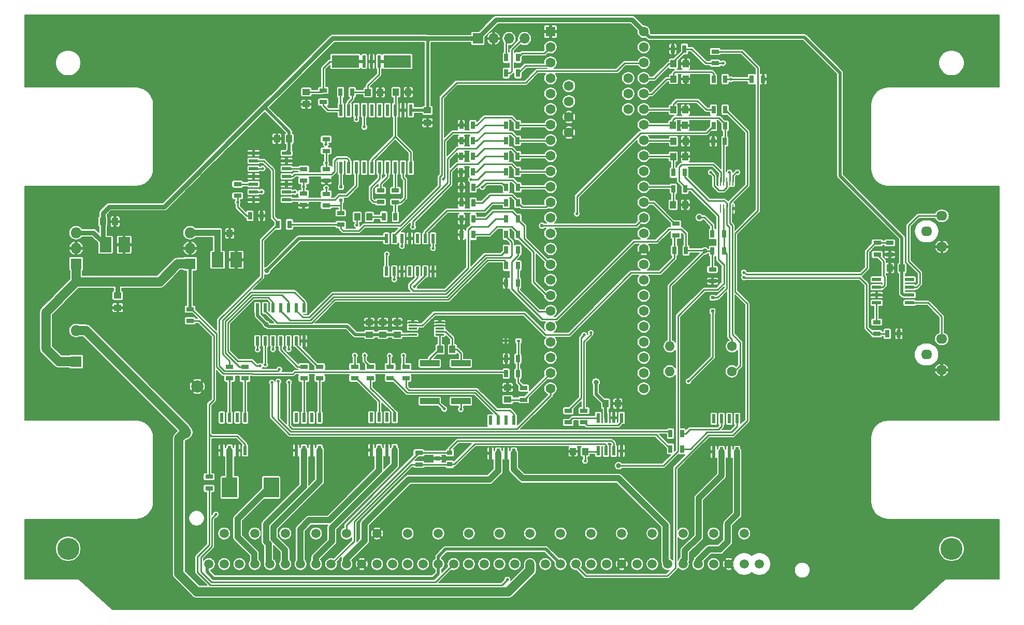
<source format=gtl>
G04 #@! TF.GenerationSoftware,KiCad,Pcbnew,5.1.6-c6e7f7d~86~ubuntu18.04.1*
G04 #@! TF.CreationDate,2020-06-20T16:23:47+10:00*
G04 #@! TF.ProjectId,X3V0_2,58335630-5f32-42e6-9b69-6361645f7063,rev?*
G04 #@! TF.SameCoordinates,Original*
G04 #@! TF.FileFunction,Copper,L1,Top*
G04 #@! TF.FilePolarity,Positive*
%FSLAX46Y46*%
G04 Gerber Fmt 4.6, Leading zero omitted, Abs format (unit mm)*
G04 Created by KiCad (PCBNEW 5.1.6-c6e7f7d~86~ubuntu18.04.1) date 2020-06-20 16:23:47*
%MOMM*%
%LPD*%
G01*
G04 APERTURE LIST*
G04 #@! TA.AperFunction,SMDPad,CuDef*
%ADD10R,0.228600X1.333500*%
G04 #@! TD*
G04 #@! TA.AperFunction,SMDPad,CuDef*
%ADD11R,0.700000X1.300000*%
G04 #@! TD*
G04 #@! TA.AperFunction,SMDPad,CuDef*
%ADD12R,1.000000X1.250000*%
G04 #@! TD*
G04 #@! TA.AperFunction,ComponentPad*
%ADD13C,1.600000*%
G04 #@! TD*
G04 #@! TA.AperFunction,ComponentPad*
%ADD14R,1.600000X1.600000*%
G04 #@! TD*
G04 #@! TA.AperFunction,SMDPad,CuDef*
%ADD15R,0.600000X1.550000*%
G04 #@! TD*
G04 #@! TA.AperFunction,SMDPad,CuDef*
%ADD16R,1.300000X0.700000*%
G04 #@! TD*
G04 #@! TA.AperFunction,SMDPad,CuDef*
%ADD17R,0.900000X0.800000*%
G04 #@! TD*
G04 #@! TA.AperFunction,SMDPad,CuDef*
%ADD18R,1.000000X0.500000*%
G04 #@! TD*
G04 #@! TA.AperFunction,SMDPad,CuDef*
%ADD19R,0.500000X2.000000*%
G04 #@! TD*
G04 #@! TA.AperFunction,SMDPad,CuDef*
%ADD20R,4.500000X2.000000*%
G04 #@! TD*
G04 #@! TA.AperFunction,SMDPad,CuDef*
%ADD21R,1.250000X1.000000*%
G04 #@! TD*
G04 #@! TA.AperFunction,ComponentPad*
%ADD22C,1.500000*%
G04 #@! TD*
G04 #@! TA.AperFunction,ComponentPad*
%ADD23C,3.600000*%
G04 #@! TD*
G04 #@! TA.AperFunction,SMDPad,CuDef*
%ADD24R,1.500000X0.600000*%
G04 #@! TD*
G04 #@! TA.AperFunction,SMDPad,CuDef*
%ADD25R,0.500000X0.500000*%
G04 #@! TD*
G04 #@! TA.AperFunction,SMDPad,CuDef*
%ADD26R,0.600000X1.950000*%
G04 #@! TD*
G04 #@! TA.AperFunction,ComponentPad*
%ADD27O,1.800000X1.550000*%
G04 #@! TD*
G04 #@! TA.AperFunction,SMDPad,CuDef*
%ADD28R,2.500000X3.300000*%
G04 #@! TD*
G04 #@! TA.AperFunction,ComponentPad*
%ADD29C,2.000000*%
G04 #@! TD*
G04 #@! TA.AperFunction,SMDPad,CuDef*
%ADD30R,1.400000X0.300000*%
G04 #@! TD*
G04 #@! TA.AperFunction,SMDPad,CuDef*
%ADD31R,3.200000X1.000000*%
G04 #@! TD*
G04 #@! TA.AperFunction,ComponentPad*
%ADD32O,1.800000X1.800000*%
G04 #@! TD*
G04 #@! TA.AperFunction,ComponentPad*
%ADD33R,1.800000X1.800000*%
G04 #@! TD*
G04 #@! TA.AperFunction,SMDPad,CuDef*
%ADD34R,0.600000X1.500000*%
G04 #@! TD*
G04 #@! TA.AperFunction,SMDPad,CuDef*
%ADD35R,1.950000X2.500000*%
G04 #@! TD*
G04 #@! TA.AperFunction,SMDPad,CuDef*
%ADD36R,0.600000X0.450000*%
G04 #@! TD*
G04 #@! TA.AperFunction,SMDPad,CuDef*
%ADD37R,1.550000X0.600000*%
G04 #@! TD*
G04 #@! TA.AperFunction,ComponentPad*
%ADD38R,1.700000X1.700000*%
G04 #@! TD*
G04 #@! TA.AperFunction,ComponentPad*
%ADD39O,1.700000X1.700000*%
G04 #@! TD*
G04 #@! TA.AperFunction,ComponentPad*
%ADD40O,1.600000X1.600000*%
G04 #@! TD*
G04 #@! TA.AperFunction,ViaPad*
%ADD41C,0.800000*%
G04 #@! TD*
G04 #@! TA.AperFunction,ViaPad*
%ADD42C,0.500000*%
G04 #@! TD*
G04 #@! TA.AperFunction,ViaPad*
%ADD43C,0.600000*%
G04 #@! TD*
G04 #@! TA.AperFunction,Conductor*
%ADD44C,0.250000*%
G04 #@! TD*
G04 #@! TA.AperFunction,Conductor*
%ADD45C,0.500000*%
G04 #@! TD*
G04 #@! TA.AperFunction,Conductor*
%ADD46C,0.750000*%
G04 #@! TD*
G04 #@! TA.AperFunction,Conductor*
%ADD47C,1.500000*%
G04 #@! TD*
G04 #@! TA.AperFunction,Conductor*
%ADD48C,1.000000*%
G04 #@! TD*
G04 #@! TA.AperFunction,Conductor*
%ADD49C,0.200000*%
G04 #@! TD*
G04 APERTURE END LIST*
D10*
X154069999Y-67563850D03*
X154570001Y-67563850D03*
X155070000Y-67563850D03*
X155569999Y-67563850D03*
X156070001Y-67563850D03*
X156070001Y-71996150D03*
X155569999Y-71996150D03*
X155070000Y-71996150D03*
X154570001Y-71996150D03*
X154069999Y-71996150D03*
D11*
X148260000Y-68770000D03*
X146360000Y-68770000D03*
D12*
X148310000Y-71390000D03*
X146310000Y-71390000D03*
D13*
X129290000Y-57030000D03*
X129290000Y-54490000D03*
X129290000Y-59570000D03*
X129290000Y-51950000D03*
X138980000Y-55760000D03*
X138980000Y-53220000D03*
X138980000Y-50680000D03*
X126280000Y-83700000D03*
X126280000Y-86240000D03*
X126280000Y-88780000D03*
X126280000Y-91320000D03*
X126280000Y-81160000D03*
X126280000Y-78620000D03*
X126280000Y-76080000D03*
X126280000Y-93860000D03*
X126280000Y-96400000D03*
X126280000Y-98940000D03*
X126280000Y-101480000D03*
X141520000Y-101480000D03*
X141520000Y-98940000D03*
X141520000Y-96400000D03*
X141520000Y-93860000D03*
X141520000Y-91320000D03*
X141520000Y-88780000D03*
X141520000Y-86240000D03*
X141520000Y-83700000D03*
X126280000Y-73540000D03*
X126280000Y-71000000D03*
X126280000Y-68460000D03*
X126280000Y-65920000D03*
X126280000Y-63380000D03*
X126280000Y-60840000D03*
X126280000Y-58300000D03*
X126280000Y-55760000D03*
X126280000Y-53220000D03*
X126280000Y-50680000D03*
X126280000Y-48140000D03*
X126280000Y-45600000D03*
D14*
X126280000Y-43060000D03*
D13*
X141520000Y-81160000D03*
X141520000Y-78620000D03*
X141520000Y-76080000D03*
X141520000Y-73540000D03*
X141520000Y-71000000D03*
X141520000Y-68460000D03*
X141520000Y-65920000D03*
X141520000Y-63380000D03*
X141520000Y-60840000D03*
X141520000Y-58300000D03*
X141520000Y-55760000D03*
X141520000Y-53220000D03*
X141520000Y-50680000D03*
X141520000Y-48140000D03*
X141520000Y-45600000D03*
X141520000Y-43060000D03*
D15*
X137905000Y-111660000D03*
X136635000Y-111660000D03*
X135365000Y-111660000D03*
X134095000Y-111660000D03*
X134095000Y-106260000D03*
X135365000Y-106260000D03*
X136635000Y-106260000D03*
X137905000Y-106260000D03*
D16*
X129180000Y-107010000D03*
X129180000Y-105110000D03*
X131740000Y-106990000D03*
X131740000Y-105090000D03*
X104750000Y-113880000D03*
X104750000Y-111980000D03*
D17*
X107810000Y-112920000D03*
X109810000Y-111970000D03*
X109810000Y-113870000D03*
D12*
X135280000Y-103940000D03*
X137280000Y-103940000D03*
X131950000Y-111760000D03*
X129950000Y-111760000D03*
D18*
X98770000Y-47930000D03*
X95200000Y-47920000D03*
D19*
X98230000Y-47940000D03*
X97030000Y-47940000D03*
X95830000Y-47940000D03*
D20*
X92750000Y-47940000D03*
X101250000Y-47940000D03*
D16*
X89140000Y-54580000D03*
X89140000Y-52680000D03*
D12*
X98440000Y-53000000D03*
X96440000Y-53000000D03*
D21*
X86360000Y-54940000D03*
X86360000Y-52940000D03*
X106170000Y-57960000D03*
X106170000Y-55960000D03*
D11*
X83610000Y-74600000D03*
X81710000Y-74600000D03*
D22*
X157925000Y-125185000D03*
X152925000Y-125185000D03*
X147925000Y-125185000D03*
X142925000Y-125185000D03*
X137925000Y-125185000D03*
X132925000Y-125185000D03*
X127925000Y-125185000D03*
X122925000Y-125185000D03*
X117925000Y-125185000D03*
X112925000Y-125185000D03*
X107925000Y-125185000D03*
X102925000Y-125185000D03*
X97925000Y-125185000D03*
X92925000Y-125185000D03*
X87925000Y-125185000D03*
X82925000Y-125185000D03*
X77925000Y-125185000D03*
X72925000Y-125185000D03*
X160425000Y-130185000D03*
X157925000Y-130185000D03*
X155425000Y-130185000D03*
X152925000Y-130185000D03*
X150425000Y-130185000D03*
X147925000Y-130185000D03*
X145425000Y-130185000D03*
X142925000Y-130185000D03*
X140425000Y-130185000D03*
X137925000Y-130185000D03*
X135425000Y-130185000D03*
X132925000Y-130185000D03*
X130425000Y-130185000D03*
X127925000Y-130185000D03*
X125425000Y-130185000D03*
X122925000Y-130185000D03*
X120425000Y-130185000D03*
X117925000Y-130185000D03*
X115425000Y-130185000D03*
X112925000Y-130185000D03*
X110425000Y-130185000D03*
X107925000Y-130185000D03*
X105425000Y-130185000D03*
X102925000Y-130185000D03*
X100425000Y-130185000D03*
X97925000Y-130185000D03*
X95425000Y-130185000D03*
X92925000Y-130185000D03*
X90425000Y-130185000D03*
X87925000Y-130185000D03*
X85425000Y-130185000D03*
X82925000Y-130185000D03*
X80425000Y-130185000D03*
X77925000Y-130185000D03*
X75425000Y-130185000D03*
X72925000Y-130185000D03*
X70425000Y-130185000D03*
D23*
X47425000Y-127685000D03*
X191825000Y-127685000D03*
D16*
X121900000Y-101390000D03*
X121900000Y-103290000D03*
D11*
X93855000Y-52980000D03*
X91955000Y-52980000D03*
D24*
X77725000Y-62945000D03*
X77725000Y-64215000D03*
X77725000Y-65485000D03*
X77725000Y-66755000D03*
X77725000Y-68025000D03*
X77725000Y-69295000D03*
X77725000Y-70565000D03*
X83125000Y-70565000D03*
X83125000Y-69295000D03*
X83125000Y-68025000D03*
X83125000Y-66755000D03*
X83125000Y-65485000D03*
X83125000Y-64215000D03*
X83125000Y-62945000D03*
D16*
X75125000Y-69915000D03*
X75125000Y-68015000D03*
D11*
X77165000Y-73200000D03*
X79065000Y-73200000D03*
D12*
X81545000Y-60595000D03*
X83545000Y-60595000D03*
D16*
X89605000Y-71495000D03*
X89605000Y-69595000D03*
X91980000Y-72735000D03*
X91980000Y-74635000D03*
X89605000Y-65535000D03*
X89605000Y-67435000D03*
X89590000Y-60665000D03*
X89590000Y-62565000D03*
X85940000Y-67440000D03*
X85940000Y-65540000D03*
X85905000Y-69545000D03*
X85905000Y-71445000D03*
D25*
X92010000Y-70680000D03*
X92010000Y-68480000D03*
D26*
X103445001Y-65300001D03*
X102175001Y-65300001D03*
X100905001Y-65300001D03*
X99635001Y-65300001D03*
X98365001Y-65300001D03*
X97095001Y-65300001D03*
X95825001Y-65300001D03*
X94555001Y-65300001D03*
X93285001Y-65300001D03*
X92015001Y-65300001D03*
X92015001Y-55900001D03*
X93285001Y-55900001D03*
X94555001Y-55900001D03*
X95825001Y-55900001D03*
X97095001Y-55900001D03*
X98365001Y-55900001D03*
X99635001Y-55900001D03*
X100905001Y-55900001D03*
X102175001Y-55900001D03*
X103445001Y-55900001D03*
D11*
X100920000Y-73330000D03*
X99020000Y-73330000D03*
D12*
X96675000Y-73375000D03*
X94675000Y-73375000D03*
D16*
X98480000Y-69045000D03*
X98480000Y-70945000D03*
X100930000Y-70955000D03*
X100930000Y-69055000D03*
D12*
X101010000Y-52980000D03*
X103010000Y-52980000D03*
D25*
X152760000Y-88810000D03*
X152760000Y-86610000D03*
D27*
X190220000Y-93360000D03*
X187720000Y-95900000D03*
X190220000Y-98440000D03*
X190250000Y-73200000D03*
X187750000Y-75740000D03*
X190250000Y-78280000D03*
D28*
X80620000Y-117645000D03*
X73820000Y-117645000D03*
D29*
X68540000Y-101125000D03*
X66540000Y-108625000D03*
D16*
X152755000Y-81980000D03*
X152755000Y-83880000D03*
D30*
X103750000Y-92650000D03*
X103750000Y-92150000D03*
X103750000Y-91650000D03*
X103750000Y-91150000D03*
X103750000Y-90650000D03*
X108150000Y-90650000D03*
X108150000Y-91150000D03*
X108150000Y-91650000D03*
X108150000Y-92150000D03*
X108150000Y-92650000D03*
D12*
X148370000Y-50800000D03*
X146370000Y-50800000D03*
X71830000Y-76090000D03*
X73830000Y-76090000D03*
D21*
X55535000Y-86235000D03*
X55535000Y-88235000D03*
D12*
X146330000Y-63500000D03*
X148330000Y-63500000D03*
X146365000Y-61010000D03*
X148365000Y-61010000D03*
X146250000Y-58410000D03*
X148250000Y-58410000D03*
X53100000Y-74150000D03*
X55100000Y-74150000D03*
X146330000Y-55840000D03*
X148330000Y-55840000D03*
D21*
X119250000Y-101270000D03*
X119250000Y-103270000D03*
D12*
X146370000Y-48320000D03*
X148370000Y-48320000D03*
X108225000Y-95050000D03*
X110225000Y-95050000D03*
D21*
X101200000Y-92625000D03*
X101200000Y-90625000D03*
X98875000Y-92625000D03*
X98875000Y-90625000D03*
X96675000Y-92625000D03*
X96675000Y-90625000D03*
D12*
X183730000Y-81740000D03*
X181730000Y-81740000D03*
D31*
X111625000Y-103525000D03*
X111625000Y-97325000D03*
X106550000Y-103525000D03*
X106550000Y-97325000D03*
D32*
X48730000Y-91970000D03*
D33*
X48730000Y-97050000D03*
D15*
X120255000Y-112075000D03*
X118985000Y-112075000D03*
X117715000Y-112075000D03*
X116445000Y-112075000D03*
X116445000Y-106675000D03*
X117715000Y-106675000D03*
X118985000Y-106675000D03*
X120255000Y-106675000D03*
X156770000Y-111820000D03*
X155500000Y-111820000D03*
X154230000Y-111820000D03*
X152960000Y-111820000D03*
X152960000Y-106420000D03*
X154230000Y-106420000D03*
X155500000Y-106420000D03*
X156770000Y-106420000D03*
X88505000Y-111600000D03*
X87235000Y-111600000D03*
X85965000Y-111600000D03*
X84695000Y-111600000D03*
X84695000Y-106200000D03*
X85965000Y-106200000D03*
X87235000Y-106200000D03*
X88505000Y-106200000D03*
X100780000Y-111550000D03*
X99510000Y-111550000D03*
X98240000Y-111550000D03*
X96970000Y-111550000D03*
X96970000Y-106150000D03*
X98240000Y-106150000D03*
X99510000Y-106150000D03*
X100780000Y-106150000D03*
X76355000Y-111600000D03*
X75085000Y-111600000D03*
X73815000Y-111600000D03*
X72545000Y-111600000D03*
X72545000Y-106200000D03*
X73815000Y-106200000D03*
X75085000Y-106200000D03*
X76355000Y-106200000D03*
D32*
X48730000Y-75970000D03*
X48730000Y-78510000D03*
D33*
X48730000Y-81050000D03*
X67360000Y-81050000D03*
D32*
X67360000Y-78510000D03*
X67360000Y-75970000D03*
D34*
X78380000Y-93680000D03*
X79650000Y-93680000D03*
X80920000Y-93680000D03*
X82190000Y-93680000D03*
X83460000Y-93680000D03*
X84730000Y-93680000D03*
X86000000Y-93680000D03*
X86000000Y-88280000D03*
X84730000Y-88280000D03*
X83460000Y-88280000D03*
X82190000Y-88280000D03*
X80920000Y-88280000D03*
X79650000Y-88280000D03*
X78380000Y-88280000D03*
X99460000Y-82290000D03*
X100730000Y-82290000D03*
X102000000Y-82290000D03*
X103270000Y-82290000D03*
X104540000Y-82290000D03*
X105810000Y-82290000D03*
X107080000Y-82290000D03*
X107080000Y-76890000D03*
X105810000Y-76890000D03*
X104540000Y-76890000D03*
X103270000Y-76890000D03*
X102000000Y-76890000D03*
X100730000Y-76890000D03*
X99460000Y-76890000D03*
D11*
X120940000Y-81350000D03*
X119040000Y-81350000D03*
D35*
X74915000Y-80390000D03*
X71865000Y-80390000D03*
D11*
X113634000Y-76270000D03*
X111734000Y-76270000D03*
X120940000Y-99030000D03*
X119040000Y-99030000D03*
X119040000Y-96590000D03*
X120940000Y-96590000D03*
D36*
X121055000Y-93665000D03*
X118955000Y-93665000D03*
D37*
X179580000Y-83635000D03*
X179580000Y-84905000D03*
X179580000Y-86175000D03*
X179580000Y-87445000D03*
X184980000Y-87445000D03*
X184980000Y-86175000D03*
X184980000Y-84905000D03*
X184980000Y-83635000D03*
D16*
X100070000Y-97875000D03*
X100070000Y-99775000D03*
D11*
X113634000Y-73730000D03*
X111734000Y-73730000D03*
X111695000Y-58370000D03*
X113595000Y-58370000D03*
X154820000Y-50840000D03*
X152920000Y-50840000D03*
X146270000Y-45890000D03*
X148170000Y-45890000D03*
D16*
X146775000Y-76380000D03*
X146775000Y-74480000D03*
X76350000Y-99800000D03*
X76350000Y-97900000D03*
X73825000Y-97875000D03*
X73825000Y-99775000D03*
X70455000Y-117800000D03*
X70455000Y-115900000D03*
X67350000Y-90375000D03*
X67350000Y-88475000D03*
D35*
X56575000Y-77925000D03*
X53525000Y-77925000D03*
D38*
X114410000Y-44190000D03*
D39*
X116950000Y-44190000D03*
X119490000Y-44190000D03*
X122030000Y-44190000D03*
D11*
X113634000Y-68550000D03*
X111734000Y-68550000D03*
X113595000Y-60910000D03*
X111695000Y-60910000D03*
X111734000Y-71090000D03*
X113634000Y-71090000D03*
X120870000Y-66010000D03*
X118970000Y-66010000D03*
X113570000Y-63450000D03*
X111670000Y-63450000D03*
X120870000Y-60910000D03*
X118970000Y-60910000D03*
X118970000Y-58370000D03*
X120870000Y-58370000D03*
X120940000Y-68550000D03*
X119040000Y-68550000D03*
X118970000Y-63450000D03*
X120870000Y-63450000D03*
X152920000Y-55840000D03*
X154820000Y-55840000D03*
X113564000Y-66010000D03*
X111664000Y-66010000D03*
X148420000Y-78840000D03*
X146520000Y-78840000D03*
X119040000Y-49850000D03*
X120940000Y-49850000D03*
X120940000Y-47310000D03*
X119040000Y-47310000D03*
D16*
X153200000Y-48230000D03*
X153200000Y-46330000D03*
D11*
X119040000Y-71090000D03*
X120940000Y-71090000D03*
X119035000Y-84230000D03*
X120935000Y-84230000D03*
X159130000Y-50840000D03*
X161030000Y-50840000D03*
X152920000Y-58480000D03*
X154820000Y-58480000D03*
X152740000Y-76170000D03*
X154640000Y-76170000D03*
X148230000Y-66120000D03*
X146330000Y-66120000D03*
X154640000Y-78950000D03*
X152740000Y-78950000D03*
X119040000Y-73730000D03*
X120940000Y-73730000D03*
X120940000Y-76270000D03*
X119040000Y-76270000D03*
D16*
X181730000Y-77630000D03*
X181730000Y-79530000D03*
D11*
X120940000Y-78810000D03*
X119040000Y-78810000D03*
X181320000Y-92510000D03*
X183220000Y-92510000D03*
D16*
X179680000Y-77630000D03*
X179680000Y-79530000D03*
D11*
X154765000Y-61015000D03*
X152865000Y-61015000D03*
D16*
X102645000Y-97875000D03*
X102645000Y-99775000D03*
D11*
X147768995Y-108840226D03*
X145868995Y-108840226D03*
X145883995Y-111340226D03*
X147783995Y-111340226D03*
D16*
X88550000Y-99775000D03*
X88550000Y-97875000D03*
X94250000Y-97875000D03*
X94250000Y-99775000D03*
X96825000Y-99775000D03*
X96825000Y-97875000D03*
X85950000Y-97875000D03*
X85950000Y-99775000D03*
X179590000Y-90590000D03*
X179590000Y-92490000D03*
D13*
X155920000Y-98660000D03*
D40*
X145760000Y-98660000D03*
X145795000Y-94555000D03*
D13*
X155955000Y-94555000D03*
D41*
X106070000Y-92480000D03*
X149540000Y-48320000D03*
X155500000Y-113300000D03*
X139200000Y-101900000D03*
X56570000Y-124180000D03*
X56570000Y-127180000D03*
X56570000Y-133180000D03*
X56570000Y-136180000D03*
X183310000Y-124180000D03*
X183310000Y-133180000D03*
X183310000Y-136180000D03*
X56570000Y-129965000D03*
X157980000Y-71500000D03*
X58940000Y-77890000D03*
X87885000Y-83565000D03*
X95195000Y-90690000D03*
X102135000Y-57560000D03*
X111580000Y-100245000D03*
X106450000Y-100205000D03*
X109090000Y-96550000D03*
X115920000Y-77880000D03*
X183310000Y-127025000D03*
X183310000Y-130155000D03*
X82730000Y-72510000D03*
X87840000Y-68470000D03*
X152945000Y-113345000D03*
X118990000Y-113545000D03*
X116470000Y-113580000D03*
X99515000Y-113045000D03*
X96030000Y-111545000D03*
X87215000Y-112995000D03*
X84695000Y-112995000D03*
X75075000Y-113095000D03*
X72590000Y-113095000D03*
X117725000Y-84260000D03*
X103260000Y-89590000D03*
X103270000Y-78615000D03*
X110605000Y-69895000D03*
X128980000Y-82090000D03*
X110570000Y-63770000D03*
X149890000Y-55860000D03*
X149790000Y-58380000D03*
X110620000Y-60970000D03*
X111150000Y-111740000D03*
X95780000Y-83470000D03*
X150500000Y-81900000D03*
X146510000Y-81900000D03*
X152160000Y-102690000D03*
D42*
X157873200Y-82464942D03*
X157899996Y-83270000D03*
D41*
X150600000Y-73480000D03*
X151500000Y-78950000D03*
D42*
X152460000Y-66075000D03*
X131920000Y-113310000D03*
X154510000Y-48225000D03*
X156820000Y-66090000D03*
D41*
X79810000Y-90960000D03*
X79850000Y-82200000D03*
X133710000Y-100430000D03*
D42*
X108910000Y-104810000D03*
X111610000Y-104870000D03*
X148820000Y-100275000D03*
X130570000Y-72870000D03*
X155735000Y-50855000D03*
X155532441Y-66096268D03*
X78390000Y-95090000D03*
X115135000Y-68510000D03*
X83490000Y-95050000D03*
X108774979Y-67160000D03*
X119220000Y-132730000D03*
X99980000Y-96100000D03*
X104010000Y-84800000D03*
X102250000Y-96090000D03*
X107060000Y-78490000D03*
X78800000Y-97750000D03*
X80720003Y-100479997D03*
X81790000Y-100320000D03*
X79650004Y-97551077D03*
X80920000Y-95040000D03*
X113260000Y-67280000D03*
X95900000Y-96030000D03*
X100720000Y-83620000D03*
X99519998Y-79480000D03*
X103809094Y-75029094D03*
X94290000Y-96070000D03*
X101970000Y-78150000D03*
X71565000Y-122065000D03*
X94615000Y-74720000D03*
X89590000Y-64594998D03*
D43*
X124880002Y-74820000D03*
D42*
X84475000Y-69320000D03*
X89570000Y-61500000D03*
X75125000Y-70955000D03*
X79050000Y-69265000D03*
X95850000Y-58670000D03*
X79220000Y-65460000D03*
X94560000Y-57404979D03*
X81960000Y-98335000D03*
X83530000Y-100430000D03*
X85940000Y-68430000D03*
X89605000Y-68645000D03*
X132860000Y-92350000D03*
X131785260Y-92689435D03*
D41*
X137400000Y-114100000D03*
D44*
X103750000Y-92150000D02*
X104700000Y-92150000D01*
X104700000Y-92150000D02*
X105130000Y-91720000D01*
X109320000Y-91150000D02*
X108150000Y-91150000D01*
X109570000Y-90900000D02*
X109320000Y-91150000D01*
X109320000Y-90650000D02*
X109570000Y-90900000D01*
X108150000Y-90650000D02*
X109320000Y-90650000D01*
X148370000Y-48320000D02*
X149540000Y-48320000D01*
X103725000Y-90625000D02*
X103750000Y-90650000D01*
X101200000Y-90625000D02*
X103725000Y-90625000D01*
X102075000Y-90625000D02*
X102440000Y-90990000D01*
X101200000Y-90625000D02*
X102075000Y-90625000D01*
X102800000Y-92150000D02*
X103750000Y-92150000D01*
X102440000Y-91790000D02*
X102800000Y-92150000D01*
X102440000Y-90990000D02*
X102440000Y-91790000D01*
X105206410Y-91720000D02*
X106630000Y-91720000D01*
X105206410Y-91720000D02*
X105130000Y-91720000D01*
X107200000Y-91150000D02*
X108150000Y-91150000D01*
X106630000Y-91720000D02*
X107200000Y-91150000D01*
X105530000Y-91720000D02*
X105206410Y-91720000D01*
X106600000Y-90650000D02*
X105530000Y-91720000D01*
X108150000Y-90650000D02*
X106600000Y-90650000D01*
X102175001Y-55900001D02*
X102175001Y-57519999D01*
X102175001Y-57519999D02*
X102135000Y-57560000D01*
X102935000Y-53505000D02*
X102950000Y-53490000D01*
X179680000Y-77630000D02*
X181680000Y-77630000D01*
X178010000Y-81760000D02*
X176970000Y-82800000D01*
X176970000Y-82800000D02*
X158270000Y-82800000D01*
X179680000Y-77630000D02*
X179380000Y-77630000D01*
X179380000Y-77630000D02*
X178010000Y-79000000D01*
X157934942Y-82464942D02*
X157873200Y-82464942D01*
X178010000Y-79000000D02*
X178010000Y-81760000D01*
X158270000Y-82800000D02*
X157934942Y-82464942D01*
X181300000Y-92490000D02*
X181320000Y-92510000D01*
X179590000Y-92490000D02*
X181300000Y-92490000D01*
X178885000Y-92490000D02*
X179590000Y-92490000D01*
X176824137Y-83324137D02*
X177950000Y-84450000D01*
X177950000Y-91555000D02*
X178885000Y-92490000D01*
X157899996Y-83270000D02*
X157954133Y-83324137D01*
X177950000Y-84450000D02*
X177950000Y-91555000D01*
X157954133Y-83324137D02*
X176824137Y-83324137D01*
X146290000Y-60935000D02*
X146365000Y-61010000D01*
X146275000Y-60920000D02*
X146365000Y-61010000D01*
X141650000Y-60920000D02*
X146275000Y-60920000D01*
X152740000Y-74800000D02*
X152740000Y-76170000D01*
X151420000Y-73480000D02*
X152740000Y-74800000D01*
X150600000Y-73480000D02*
X151420000Y-73480000D01*
X141660000Y-71075000D02*
X143125000Y-71075000D01*
X146530000Y-74480000D02*
X146775000Y-74480000D01*
X143125000Y-71075000D02*
X146530000Y-74480000D01*
X152740000Y-78950000D02*
X151500000Y-78950000D01*
X152740000Y-81965000D02*
X152755000Y-81980000D01*
X152740000Y-78950000D02*
X152740000Y-81965000D01*
X151390000Y-78840000D02*
X151500000Y-78950000D01*
X148420000Y-78840000D02*
X151390000Y-78840000D01*
X151500000Y-78950000D02*
X148825000Y-81625000D01*
X145795000Y-84655000D02*
X145795000Y-94555000D01*
X151500000Y-78950000D02*
X145795000Y-84655000D01*
X147665000Y-75395000D02*
X148420000Y-76150000D01*
X145635000Y-75395000D02*
X147665000Y-75395000D01*
X139908590Y-77425000D02*
X143605000Y-77425000D01*
X120940000Y-79710000D02*
X119920000Y-80730000D01*
X124925000Y-90135000D02*
X127198590Y-90135000D01*
X120940000Y-78810000D02*
X120940000Y-79710000D01*
X119920000Y-80730000D02*
X119920000Y-85130000D01*
X148420000Y-76150000D02*
X148420000Y-78840000D01*
X119920000Y-85130000D02*
X124925000Y-90135000D01*
X143605000Y-77425000D02*
X145635000Y-75395000D01*
X127198590Y-90135000D02*
X139908590Y-77425000D01*
X91935000Y-74590000D02*
X91980000Y-74635000D01*
X83610000Y-74600000D02*
X83620000Y-74590000D01*
X83620000Y-74590000D02*
X91935000Y-74590000D01*
X122210000Y-51395000D02*
X124105000Y-49500000D01*
X110925000Y-51395000D02*
X122210000Y-51395000D01*
X124105000Y-49500000D02*
X137125000Y-49500000D01*
X108475000Y-53845000D02*
X110925000Y-51395000D01*
X108475000Y-66534999D02*
X108475000Y-53845000D01*
X108474978Y-66534999D02*
X108475000Y-66534999D01*
X108140000Y-66869977D02*
X108474978Y-66534999D01*
X91980000Y-74635000D02*
X91980000Y-75235000D01*
X91980000Y-75235000D02*
X92375000Y-75630000D01*
X92375000Y-75630000D02*
X94970000Y-75630000D01*
X138405000Y-48220000D02*
X141650000Y-48220000D01*
X94970000Y-75630000D02*
X95775000Y-74825000D01*
X108140000Y-68393590D02*
X108140000Y-66869977D01*
X95775000Y-74825000D02*
X101708590Y-74825000D01*
X137125000Y-49500000D02*
X138405000Y-48220000D01*
X101708590Y-74825000D02*
X108140000Y-68393590D01*
X133995000Y-111760000D02*
X134095000Y-111660000D01*
X131950000Y-111760000D02*
X133995000Y-111760000D01*
X131950000Y-113280000D02*
X131920000Y-113310000D01*
X131950000Y-111760000D02*
X131950000Y-113280000D01*
X155070000Y-68520000D02*
X155070000Y-67563850D01*
X154570000Y-69020000D02*
X155070000Y-68520000D01*
X153780000Y-69020000D02*
X154570000Y-69020000D01*
X153015000Y-68255000D02*
X153780000Y-69020000D01*
X152460000Y-66075000D02*
X153015000Y-66630000D01*
X153015000Y-66630000D02*
X153015000Y-68255000D01*
X120940000Y-75970000D02*
X120940000Y-76270000D01*
X119977351Y-75007351D02*
X120940000Y-75970000D01*
X113634000Y-76270000D02*
X116260000Y-76270000D01*
X119977351Y-75007340D02*
X119977351Y-75007351D01*
X117522660Y-75007340D02*
X119977351Y-75007340D01*
X116260000Y-76270000D02*
X117522660Y-75007340D01*
X125760000Y-86320000D02*
X126410000Y-86320000D01*
X123455000Y-84015000D02*
X125760000Y-86320000D01*
X123455000Y-79085000D02*
X123455000Y-84015000D01*
X120940000Y-76270000D02*
X120940000Y-76570000D01*
X120940000Y-76570000D02*
X123455000Y-79085000D01*
X146310000Y-63480000D02*
X146330000Y-63500000D01*
X146330000Y-63500000D02*
X146330000Y-66120000D01*
X146280000Y-63550000D02*
X146330000Y-63500000D01*
X146100000Y-63500000D02*
X146330000Y-63500000D01*
X146290000Y-63460000D02*
X146330000Y-63500000D01*
X141650000Y-63460000D02*
X146290000Y-63460000D01*
X146310000Y-55860000D02*
X146330000Y-55840000D01*
X146240000Y-55930000D02*
X146330000Y-55840000D01*
X146315000Y-55855000D02*
X146330000Y-55840000D01*
X141460000Y-55855000D02*
X146315000Y-55855000D01*
X146330000Y-54965000D02*
X146935000Y-54360000D01*
X146330000Y-55840000D02*
X146330000Y-54965000D01*
X150270000Y-54360000D02*
X151750000Y-55840000D01*
X146935000Y-54360000D02*
X150270000Y-54360000D01*
X152920000Y-55840000D02*
X151750000Y-55840000D01*
X146220000Y-58380000D02*
X146250000Y-58410000D01*
X141650000Y-58380000D02*
X146220000Y-58380000D01*
X154820000Y-60960000D02*
X154765000Y-61015000D01*
X154820000Y-58480000D02*
X154820000Y-60960000D01*
X154820000Y-58180000D02*
X154820000Y-58480000D01*
X153805000Y-57165000D02*
X154820000Y-58180000D01*
X146620000Y-57165000D02*
X153805000Y-57165000D01*
X146250000Y-57535000D02*
X146620000Y-57165000D01*
X146250000Y-58410000D02*
X146250000Y-57535000D01*
X154765000Y-61015000D02*
X154670000Y-61110000D01*
X154570001Y-66430001D02*
X154570001Y-67563850D01*
X154765000Y-61015000D02*
X154570001Y-61209999D01*
X154570001Y-61209999D02*
X154570001Y-66430001D01*
X119270000Y-103290000D02*
X119250000Y-103270000D01*
X121900000Y-103290000D02*
X119270000Y-103290000D01*
X121930000Y-103290000D02*
X121900000Y-103290000D01*
X126280000Y-98940000D02*
X121930000Y-103290000D01*
X114164000Y-66000000D02*
X115414000Y-64750000D01*
X113564000Y-66000000D02*
X114164000Y-66000000D01*
X120870000Y-65710000D02*
X120870000Y-66010000D01*
X119910000Y-64750000D02*
X120870000Y-65710000D01*
X115414000Y-64750000D02*
X119910000Y-64750000D01*
X126335000Y-65910000D02*
X126420000Y-65995000D01*
X126190000Y-66010000D02*
X126280000Y-65920000D01*
X120870000Y-66010000D02*
X126190000Y-66010000D01*
X114170000Y-63475000D02*
X115445000Y-62200000D01*
X113570000Y-63475000D02*
X114170000Y-63475000D01*
X120870000Y-63150000D02*
X120870000Y-63450000D01*
X119920000Y-62200000D02*
X120870000Y-63150000D01*
X115445000Y-62200000D02*
X119920000Y-62200000D01*
X126210000Y-63450000D02*
X126280000Y-63380000D01*
X120870000Y-63450000D02*
X126210000Y-63450000D01*
X125920000Y-61030000D02*
X125940000Y-61010000D01*
X114195000Y-60925000D02*
X115495000Y-59625000D01*
X113595000Y-60925000D02*
X114195000Y-60925000D01*
X120870000Y-60610000D02*
X120870000Y-60910000D01*
X119885000Y-59625000D02*
X120870000Y-60610000D01*
X115495000Y-59625000D02*
X119885000Y-59625000D01*
X126210000Y-60910000D02*
X126280000Y-60840000D01*
X120870000Y-60910000D02*
X126210000Y-60910000D01*
X114195000Y-58400000D02*
X115520000Y-57075000D01*
X113595000Y-58400000D02*
X114195000Y-58400000D01*
X120870000Y-58070000D02*
X120870000Y-58370000D01*
X119875000Y-57075000D02*
X120870000Y-58070000D01*
X115520000Y-57075000D02*
X119875000Y-57075000D01*
X126210000Y-58370000D02*
X126280000Y-58300000D01*
X120870000Y-58370000D02*
X126210000Y-58370000D01*
X125525000Y-71790000D02*
X126220000Y-71095000D01*
X120940000Y-71090000D02*
X121640000Y-71790000D01*
X121640000Y-71790000D02*
X125525000Y-71790000D01*
X120940000Y-70800000D02*
X120940000Y-71100000D01*
X119970000Y-69830000D02*
X120940000Y-70800000D01*
X116395000Y-69830000D02*
X119970000Y-69830000D01*
X113634000Y-71080000D02*
X115145000Y-71080000D01*
X115145000Y-71080000D02*
X116395000Y-69830000D01*
X126215000Y-68550000D02*
X126220000Y-68555000D01*
X120940000Y-68550000D02*
X126215000Y-68550000D01*
X120055000Y-67315000D02*
X120940000Y-68200000D01*
X113634000Y-68480000D02*
X114234000Y-68480000D01*
X114234000Y-68480000D02*
X115399000Y-67315000D01*
X115399000Y-67315000D02*
X120055000Y-67315000D01*
X120940000Y-68200000D02*
X120940000Y-68500000D01*
X120940000Y-73730000D02*
X121150000Y-73730000D01*
X120940000Y-73440000D02*
X120940000Y-73740000D01*
X116905000Y-72505000D02*
X120005000Y-72505000D01*
X120005000Y-72505000D02*
X120940000Y-73440000D01*
X113634000Y-73740000D02*
X115670000Y-73740000D01*
X115670000Y-73740000D02*
X116905000Y-72505000D01*
X126335000Y-81315000D02*
X126300000Y-81350000D01*
X121945000Y-76925000D02*
X126335000Y-81315000D01*
X121945000Y-74880000D02*
X121945000Y-76925000D01*
X120940000Y-73730000D02*
X120940000Y-73875000D01*
X120940000Y-73875000D02*
X121945000Y-74880000D01*
X120940000Y-84225000D02*
X120935000Y-84230000D01*
X120940000Y-81350000D02*
X120940000Y-84225000D01*
X124360000Y-88860000D02*
X126410000Y-88860000D01*
X120935000Y-84230000D02*
X120935000Y-85435000D01*
X120935000Y-85435000D02*
X124360000Y-88860000D01*
X146360000Y-48310000D02*
X146370000Y-48320000D01*
X146270000Y-48220000D02*
X146370000Y-48320000D01*
X153200000Y-48230000D02*
X154505000Y-48230000D01*
X154505000Y-48230000D02*
X154510000Y-48225000D01*
X146370000Y-47990000D02*
X146370000Y-48320000D01*
X148170000Y-46190000D02*
X146370000Y-47990000D01*
X148170000Y-45890000D02*
X148170000Y-46190000D01*
X148170000Y-45890000D02*
X149350000Y-45890000D01*
X151690000Y-48230000D02*
X153200000Y-48230000D01*
X149350000Y-45890000D02*
X151690000Y-48230000D01*
X146285000Y-48235000D02*
X146370000Y-48320000D01*
X145635000Y-48320000D02*
X146370000Y-48320000D01*
X143180000Y-50775000D02*
X145635000Y-48320000D01*
X142796370Y-50775000D02*
X143180000Y-50775000D01*
X142781370Y-50760000D02*
X142796370Y-50775000D01*
X141650000Y-50760000D02*
X142781370Y-50760000D01*
X156060000Y-67553849D02*
X156070001Y-67563850D01*
X156060000Y-66670000D02*
X156060000Y-67553849D01*
X156820000Y-66090000D02*
X156640000Y-66090000D01*
X156640000Y-66090000D02*
X156060000Y-66670000D01*
D45*
X183730000Y-85890000D02*
X184015000Y-86175000D01*
X184015000Y-86175000D02*
X184980000Y-86175000D01*
X183730000Y-81740000D02*
X183730000Y-85890000D01*
D46*
X51570000Y-75970000D02*
X53525000Y-77925000D01*
X48730000Y-75970000D02*
X51570000Y-75970000D01*
X53100000Y-77500000D02*
X53525000Y-77925000D01*
X53100000Y-74150000D02*
X53100000Y-77500000D01*
D44*
X103750000Y-92650000D02*
X101225000Y-92650000D01*
X103725000Y-92675000D02*
X103750000Y-92650000D01*
X101225000Y-92650000D02*
X101200000Y-92625000D01*
D45*
X96675000Y-92625000D02*
X98875000Y-92625000D01*
X98875000Y-92625000D02*
X101200000Y-92625000D01*
X183730000Y-76800000D02*
X183730000Y-81740000D01*
X173610000Y-66680000D02*
X183730000Y-76800000D01*
X173610000Y-49800000D02*
X173610000Y-66680000D01*
X78380000Y-88280000D02*
X78380000Y-89530000D01*
X78380000Y-89530000D02*
X79810000Y-90960000D01*
X94395000Y-92625000D02*
X96675000Y-92625000D01*
X80130000Y-91280000D02*
X93050000Y-91280000D01*
X93050000Y-91280000D02*
X94395000Y-92625000D01*
X79810000Y-90960000D02*
X80130000Y-91280000D01*
D46*
X114410000Y-44090000D02*
X117430000Y-41070000D01*
D45*
X167764999Y-43954999D02*
X169235000Y-45425000D01*
X168720000Y-44910000D02*
X169235000Y-45425000D01*
X169235000Y-45425000D02*
X173610000Y-49800000D01*
X106190000Y-44355000D02*
X106110000Y-44275000D01*
X106190000Y-56035000D02*
X106190000Y-44355000D01*
X83545000Y-62525000D02*
X83125000Y-62945000D01*
X83545000Y-60595000D02*
X83545000Y-62525000D01*
D46*
X54165000Y-71710000D02*
X63134268Y-71710000D01*
X53100000Y-74150000D02*
X53100000Y-72775000D01*
X53100000Y-72775000D02*
X54165000Y-71710000D01*
X139580000Y-41070000D02*
X138905000Y-41070000D01*
X141650000Y-43140000D02*
X139580000Y-41070000D01*
X117430000Y-41070000D02*
X138905000Y-41070000D01*
X138905000Y-41070000D02*
X139375000Y-41070000D01*
D45*
X142464999Y-43954999D02*
X167764999Y-43954999D01*
X141650000Y-43140000D02*
X142464999Y-43954999D01*
X85160000Y-76890000D02*
X79850000Y-82200000D01*
X99460000Y-76890000D02*
X85160000Y-76890000D01*
D46*
X106355000Y-44190000D02*
X114410000Y-44190000D01*
X106190000Y-44355000D02*
X106355000Y-44190000D01*
D45*
X106110001Y-55900001D02*
X106170000Y-55960000D01*
X103445001Y-55900001D02*
X106110001Y-55900001D01*
X79687134Y-55612134D02*
X79232134Y-55612134D01*
X83545000Y-59470000D02*
X79687134Y-55612134D01*
D46*
X63134268Y-71710000D02*
X79232134Y-55612134D01*
D45*
X83545000Y-60595000D02*
X83545000Y-59470000D01*
D46*
X106015000Y-44180000D02*
X106190000Y-44355000D01*
X90664268Y-44180000D02*
X106015000Y-44180000D01*
X82239634Y-52604634D02*
X90664268Y-44180000D01*
X82239634Y-52610366D02*
X82239634Y-52604634D01*
X79232134Y-55612134D02*
X79237866Y-55612134D01*
X79237866Y-55612134D02*
X82239634Y-52610366D01*
D44*
X135310000Y-106205000D02*
X135365000Y-106260000D01*
D45*
X133770000Y-100370000D02*
X133710000Y-100430000D01*
X133710000Y-102370000D02*
X135280000Y-103940000D01*
X133710000Y-100430000D02*
X133710000Y-102370000D01*
X135280000Y-106175000D02*
X135365000Y-106260000D01*
X135280000Y-103940000D02*
X135280000Y-106175000D01*
D47*
X66540000Y-108200000D02*
X66540000Y-108625000D01*
X50310000Y-91970000D02*
X66540000Y-108200000D01*
X48730000Y-91970000D02*
X50310000Y-91970000D01*
X65540001Y-109624999D02*
X66540000Y-108625000D01*
X119379989Y-134720011D02*
X68470011Y-134720011D01*
X65540001Y-131790001D02*
X65540001Y-109624999D01*
X122925000Y-130185000D02*
X122925000Y-131175000D01*
X68470011Y-134720011D02*
X65540001Y-131790001D01*
X122925000Y-131175000D02*
X119379989Y-134720011D01*
D44*
X186095000Y-84905000D02*
X184980000Y-84905000D01*
X186660000Y-84340000D02*
X186095000Y-84905000D01*
X190250000Y-73200000D02*
X186400000Y-73200000D01*
X186400000Y-73200000D02*
X184790000Y-74810000D01*
X184790000Y-74810000D02*
X184790000Y-80640000D01*
X184790000Y-80640000D02*
X186660000Y-82510000D01*
X186660000Y-82510000D02*
X186660000Y-84340000D01*
D47*
X45910000Y-86875000D02*
X43800000Y-88985000D01*
X43800000Y-88985000D02*
X43800000Y-94940000D01*
X45910000Y-97050000D02*
X48730000Y-97050000D01*
X43800000Y-94940000D02*
X45910000Y-97050000D01*
D45*
X67360000Y-88465000D02*
X67350000Y-88475000D01*
X67360000Y-81050000D02*
X67360000Y-88465000D01*
D47*
X45910000Y-86875000D02*
X45910000Y-86810000D01*
X48730000Y-83990000D02*
X48730000Y-81050000D01*
X45910000Y-86810000D02*
X48730000Y-83990000D01*
X67360000Y-81050000D02*
X65355000Y-81050000D01*
X65355000Y-81050000D02*
X62415000Y-83990000D01*
X55435000Y-83990000D02*
X48730000Y-83990000D01*
X62415000Y-83990000D02*
X55435000Y-83990000D01*
D46*
X55535000Y-84090000D02*
X55435000Y-83990000D01*
X55535000Y-86235000D02*
X55535000Y-84090000D01*
D44*
X67650000Y-88475000D02*
X67350000Y-88475000D01*
X72780000Y-99050000D02*
X71680011Y-97950011D01*
X84200000Y-99060000D02*
X77560000Y-99060000D01*
X118800000Y-98790000D02*
X84470000Y-98790000D01*
X84470000Y-98790000D02*
X84200000Y-99060000D01*
X71680011Y-97950011D02*
X71680011Y-92505011D01*
X77560000Y-99060000D02*
X77550000Y-99050000D01*
X77550000Y-99050000D02*
X72780000Y-99050000D01*
X119040000Y-99030000D02*
X118800000Y-98790000D01*
X71680011Y-92505011D02*
X67650000Y-88475000D01*
X184980000Y-87445000D02*
X188005000Y-87445000D01*
X190220000Y-89660000D02*
X190220000Y-93360000D01*
X188005000Y-87445000D02*
X190220000Y-89660000D01*
X155970021Y-94355021D02*
X156045000Y-94430000D01*
X155520010Y-92988640D02*
X155955000Y-93423630D01*
X155955000Y-93423630D02*
X155955000Y-94555000D01*
X155520010Y-85145010D02*
X155520010Y-92988640D01*
X155520010Y-85319990D02*
X155520010Y-75055010D01*
X155070000Y-74605000D02*
X155070000Y-71996150D01*
X155520010Y-75055010D02*
X155070000Y-74605000D01*
X148230000Y-66810000D02*
X152150000Y-70730000D01*
X148230000Y-66120000D02*
X148230000Y-66810000D01*
X155070000Y-71780000D02*
X155070000Y-71996150D01*
X155119989Y-71730011D02*
X155070000Y-71780000D01*
X152150000Y-70730000D02*
X154660000Y-70730000D01*
X154660000Y-70730000D02*
X155119989Y-71189989D01*
X155119989Y-71189989D02*
X155119989Y-71730011D01*
X154820000Y-55840000D02*
X154820000Y-56140000D01*
X154820000Y-55840000D02*
X158440000Y-59460000D01*
X156211401Y-98800009D02*
X155920000Y-98800009D01*
X155569999Y-74399999D02*
X155970021Y-74800021D01*
X155569999Y-71996150D02*
X155569999Y-74399999D01*
X155970021Y-74800021D02*
X155970021Y-92620021D01*
X157275000Y-93925000D02*
X157275000Y-97736410D01*
X155970021Y-92620021D02*
X157275000Y-93925000D01*
X157275000Y-97736410D02*
X156211401Y-98800009D01*
X158440000Y-68209399D02*
X158440000Y-67870000D01*
X155569999Y-71079400D02*
X158440000Y-68209399D01*
X155569999Y-71996150D02*
X155569999Y-71079400D01*
X158440000Y-59460000D02*
X158440000Y-67870000D01*
X106550000Y-103525000D02*
X107650000Y-103525000D01*
X108910000Y-104785000D02*
X108910000Y-104810000D01*
X107650000Y-103525000D02*
X108910000Y-104785000D01*
X111625000Y-104855000D02*
X111610000Y-104870000D01*
X111625000Y-103525000D02*
X111625000Y-104855000D01*
X179580000Y-90580000D02*
X179590000Y-90590000D01*
X179580000Y-87445000D02*
X179580000Y-90580000D01*
X85950000Y-106185000D02*
X85965000Y-106200000D01*
X85950000Y-99775000D02*
X85950000Y-106185000D01*
X100780000Y-105320000D02*
X100780000Y-106150000D01*
X96825000Y-101365000D02*
X100780000Y-105320000D01*
X96825000Y-99775000D02*
X96825000Y-101365000D01*
X98250000Y-105140000D02*
X98240000Y-105150000D01*
X94550000Y-99775000D02*
X98240000Y-103465000D01*
X94250000Y-99775000D02*
X94550000Y-99775000D01*
X98240000Y-103465000D02*
X98240000Y-106150000D01*
X88550000Y-106155000D02*
X88505000Y-106200000D01*
X88550000Y-99775000D02*
X88550000Y-106155000D01*
X149115162Y-111340226D02*
X147783995Y-111340226D01*
X151850399Y-108604989D02*
X149115162Y-111340226D01*
X155835011Y-108604989D02*
X151850399Y-108604989D01*
X156770000Y-106420000D02*
X156770000Y-107670000D01*
X156770000Y-107670000D02*
X155835011Y-108604989D01*
X147768995Y-108840226D02*
X148368995Y-108840226D01*
X154230000Y-107665000D02*
X154230000Y-106420000D01*
X153740022Y-108154978D02*
X154230000Y-107665000D01*
X149054243Y-108154978D02*
X153740022Y-108154978D01*
X148368995Y-108840226D02*
X149054243Y-108154978D01*
X120255000Y-105638589D02*
X120255000Y-106675000D01*
X102645000Y-101235000D02*
X102645000Y-99775000D01*
X103099989Y-101689989D02*
X102645000Y-101235000D01*
X120255000Y-106675000D02*
X120255000Y-105650000D01*
X114116401Y-101689991D02*
X113969991Y-101689991D01*
X113969989Y-101689989D02*
X103099989Y-101689989D01*
X113969991Y-101689991D02*
X113969989Y-101689989D01*
X120255000Y-105650000D02*
X119615000Y-105010000D01*
X119615000Y-105010000D02*
X117436410Y-105010000D01*
X117436410Y-105010000D02*
X114116401Y-101689991D01*
X152760000Y-96335000D02*
X148820000Y-100275000D01*
X152760000Y-88810000D02*
X152760000Y-96335000D01*
X140980000Y-59630000D02*
X130570000Y-70040000D01*
X152920000Y-58480000D02*
X151770000Y-59630000D01*
X130570000Y-70040000D02*
X130570000Y-72870000D01*
X151770000Y-59630000D02*
X140980000Y-59630000D01*
X155590000Y-50840000D02*
X159130000Y-50840000D01*
X154820000Y-50840000D02*
X155590000Y-50840000D01*
X155590000Y-50840000D02*
X156310000Y-50840000D01*
X155555000Y-67540000D02*
X155555000Y-66118827D01*
X155555000Y-66118827D02*
X155532441Y-66096268D01*
X119640000Y-49850000D02*
X119040000Y-49850000D01*
X119940010Y-49549990D02*
X119640000Y-49850000D01*
X119940010Y-46034990D02*
X119940010Y-49549990D01*
X122030000Y-44190000D02*
X121785000Y-44190000D01*
X121785000Y-44190000D02*
X119940010Y-46034990D01*
X119490000Y-44190000D02*
X119040000Y-44640000D01*
X119490000Y-44190000D02*
X119490000Y-44460000D01*
X119040000Y-44910000D02*
X119040000Y-47310000D01*
X119490000Y-44460000D02*
X119040000Y-44910000D01*
X78380000Y-93680000D02*
X78380000Y-95080000D01*
X78380000Y-95080000D02*
X78390000Y-95090000D01*
X118315000Y-67825000D02*
X119040000Y-68550000D01*
X115820000Y-67825000D02*
X118315000Y-67825000D01*
X115135000Y-68510000D02*
X115820000Y-67825000D01*
X83460000Y-95020000D02*
X83490000Y-95050000D01*
X83460000Y-93680000D02*
X83460000Y-95020000D01*
X118960000Y-58360000D02*
X118970000Y-58370000D01*
X117800000Y-58360000D02*
X118960000Y-58360000D01*
X108935000Y-66999979D02*
X108774979Y-67160000D01*
X108935000Y-60895000D02*
X108935000Y-66999979D01*
X110255000Y-59575000D02*
X108935000Y-60895000D01*
X114375000Y-59575000D02*
X110255000Y-59575000D01*
X118970000Y-58370000D02*
X115580000Y-58370000D01*
X115580000Y-58370000D02*
X114375000Y-59575000D01*
X70705000Y-133645000D02*
X118305000Y-133645000D01*
X118305000Y-133645000D02*
X119220000Y-132730000D01*
X68570000Y-131510000D02*
X70705000Y-133645000D01*
X70455000Y-117800000D02*
X70455000Y-127075000D01*
X68570000Y-128960000D02*
X68570000Y-131510000D01*
X70455000Y-127075000D02*
X68570000Y-128960000D01*
D46*
X92825000Y-130070001D02*
X92805001Y-130090000D01*
D48*
X117715000Y-114950000D02*
X116315000Y-116350000D01*
X117715000Y-112075000D02*
X117715000Y-114950000D01*
X116315000Y-116350000D02*
X103100000Y-116350000D01*
X103100000Y-116350000D02*
X95880000Y-123570000D01*
X95880000Y-123570000D02*
X95880000Y-126350000D01*
X92860000Y-129370000D02*
X92860000Y-129980000D01*
X95880000Y-126350000D02*
X92860000Y-129370000D01*
X156770000Y-115043200D02*
X156770000Y-113870000D01*
X156770000Y-111820000D02*
X156770000Y-113870000D01*
X150360000Y-130120000D02*
X150360000Y-129980000D01*
X150425000Y-130185000D02*
X150360000Y-130120000D01*
X150425000Y-129545000D02*
X150425000Y-130185000D01*
X156770000Y-113870000D02*
X156770000Y-122070000D01*
X155240000Y-126510000D02*
X153964941Y-127785059D01*
X155240000Y-123600000D02*
X155240000Y-126510000D01*
X153964941Y-127785059D02*
X152184941Y-127785059D01*
X156770000Y-122070000D02*
X155240000Y-123600000D01*
X152184941Y-127785059D02*
X150425000Y-129545000D01*
X80300000Y-117645000D02*
X80620000Y-117645000D01*
X77860000Y-129980000D02*
X77860000Y-128480000D01*
X75125000Y-125745000D02*
X75125000Y-122820000D01*
X77860000Y-128480000D02*
X75125000Y-125745000D01*
X75125000Y-122820000D02*
X80300000Y-117645000D01*
X87925000Y-129100000D02*
X87925000Y-130185000D01*
X90540000Y-124232071D02*
X90540000Y-126485000D01*
X100780000Y-111550000D02*
X100780000Y-113992071D01*
X90540000Y-126485000D02*
X87925000Y-129100000D01*
X100780000Y-113992071D02*
X90540000Y-124232071D01*
X80205000Y-129825000D02*
X80360000Y-129980000D01*
X79790000Y-123675000D02*
X79790000Y-126495000D01*
X85965000Y-117500000D02*
X79790000Y-123675000D01*
X85965000Y-111600000D02*
X85965000Y-117500000D01*
X79790000Y-126495000D02*
X80205000Y-126910000D01*
X80205000Y-126910000D02*
X80205000Y-129825000D01*
X145090000Y-123830000D02*
X145090000Y-129710000D01*
X137410000Y-116150000D02*
X145090000Y-123830000D01*
X145090000Y-129710000D02*
X145360000Y-129980000D01*
X121705000Y-116150000D02*
X137410000Y-116150000D01*
X120255000Y-112075000D02*
X120255000Y-114700000D01*
X120255000Y-114700000D02*
X121705000Y-116150000D01*
X147860000Y-129790000D02*
X147860000Y-129980000D01*
X148220000Y-129430000D02*
X147860000Y-129790000D01*
X154230000Y-115690000D02*
X150500000Y-119420000D01*
X150500000Y-119420000D02*
X150500000Y-125730000D01*
X154230000Y-111820000D02*
X154230000Y-115690000D01*
X150500000Y-125730000D02*
X148220000Y-128010000D01*
X148220000Y-128010000D02*
X148220000Y-129430000D01*
X80990011Y-125997940D02*
X82860000Y-127867929D01*
X80990011Y-124172059D02*
X80990011Y-125997940D01*
X82860000Y-127867929D02*
X82860000Y-129980000D01*
X88505000Y-116657070D02*
X80990011Y-124172059D01*
X88505000Y-111600000D02*
X88505000Y-116657070D01*
X85360000Y-124480000D02*
X85360000Y-129980000D01*
X86860000Y-122980000D02*
X85360000Y-124480000D01*
X90095000Y-122980000D02*
X86860000Y-122980000D01*
X98240000Y-111550000D02*
X98240000Y-114835000D01*
X98240000Y-114835000D02*
X90095000Y-122980000D01*
D44*
X127860000Y-129470000D02*
X127860000Y-129980000D01*
D45*
X70180000Y-131480000D02*
X70180000Y-130140000D01*
X107169885Y-132505115D02*
X71205115Y-132505115D01*
X71205115Y-132505115D02*
X70180000Y-131480000D01*
X107925000Y-130185000D02*
X107925000Y-131750000D01*
X107925000Y-131750000D02*
X107169885Y-132505115D01*
X107925000Y-130185000D02*
X107925000Y-128945000D01*
X107925000Y-128945000D02*
X109125000Y-127745000D01*
X125485000Y-127745000D02*
X127925000Y-130185000D01*
X125475000Y-127745000D02*
X125485000Y-127745000D01*
X109125000Y-127745000D02*
X125475000Y-127745000D01*
D44*
X87045022Y-90254978D02*
X83714978Y-90254978D01*
X90849999Y-86450001D02*
X87045022Y-90254978D01*
X82190000Y-88730000D02*
X82190000Y-88280000D01*
X109382820Y-86450001D02*
X90849999Y-86450001D01*
X119040000Y-76570000D02*
X119950000Y-77480000D01*
X119040000Y-76270000D02*
X119040000Y-76570000D01*
X83714978Y-90254978D02*
X82190000Y-88730000D01*
X119950000Y-77480000D02*
X119950000Y-79725000D01*
X119624989Y-80050011D02*
X115782809Y-80050011D01*
X119950000Y-79725000D02*
X119624989Y-80050011D01*
X115782809Y-80050011D02*
X109382820Y-86450001D01*
X73129989Y-95596400D02*
X73129989Y-90493600D01*
X75433589Y-97900000D02*
X73129989Y-95596400D01*
X76350000Y-97900000D02*
X75433589Y-97900000D01*
X82309991Y-86129991D02*
X83460000Y-87280000D01*
X77493598Y-86129991D02*
X82309991Y-86129991D01*
X73129989Y-90493600D02*
X77493598Y-86129991D01*
X83460000Y-87280000D02*
X83460000Y-88280000D01*
X104540000Y-83290000D02*
X104540000Y-82290000D01*
X103820000Y-85470000D02*
X103320000Y-84970000D01*
X109090000Y-85470000D02*
X103820000Y-85470000D01*
X117275000Y-73730000D02*
X116030000Y-74975000D01*
X112800000Y-75485000D02*
X112800000Y-81760000D01*
X103320000Y-84510000D02*
X104540000Y-83290000D01*
X119040000Y-73730000D02*
X117275000Y-73730000D01*
X116030000Y-74975000D02*
X113310000Y-74975000D01*
X113310000Y-74975000D02*
X112800000Y-75485000D01*
X103320000Y-84970000D02*
X103320000Y-84510000D01*
X112800000Y-81760000D02*
X109090000Y-85470000D01*
X99980000Y-97785000D02*
X100070000Y-97875000D01*
X99980000Y-96100000D02*
X99980000Y-97785000D01*
X105810000Y-82930000D02*
X105810000Y-82290000D01*
X104010000Y-84730000D02*
X105810000Y-82930000D01*
X104010000Y-84800000D02*
X104010000Y-84730000D01*
X119070000Y-81420000D02*
X119070000Y-81120000D01*
X119040000Y-80770000D02*
X119040000Y-81350000D01*
X118775000Y-80505000D02*
X119040000Y-80770000D01*
X79650000Y-88280000D02*
X79650000Y-88730000D01*
X115964230Y-80505000D02*
X118775000Y-80505000D01*
X91016399Y-86920011D02*
X109549219Y-86920011D01*
X109549219Y-86920011D02*
X115964230Y-80505000D01*
X79650000Y-88730000D02*
X81624989Y-90704989D01*
X81624989Y-90704989D02*
X87231421Y-90704989D01*
X87231421Y-90704989D02*
X91016399Y-86920011D01*
X102250000Y-97480000D02*
X102645000Y-97875000D01*
X102250000Y-96090000D02*
X102250000Y-97480000D01*
X107060000Y-76910000D02*
X107080000Y-76890000D01*
X107060000Y-78490000D02*
X107060000Y-76910000D01*
X84730000Y-88730000D02*
X84730000Y-88280000D01*
X115596410Y-79600000D02*
X109196420Y-85999990D01*
X85804967Y-89804967D02*
X84730000Y-88730000D01*
X118285000Y-79600000D02*
X115596410Y-79600000D01*
X86858622Y-89804967D02*
X85804967Y-89804967D01*
X90663600Y-85999990D02*
X86858622Y-89804967D01*
X119040000Y-78845000D02*
X118285000Y-79600000D01*
X109196420Y-85999990D02*
X90663600Y-85999990D01*
X86000000Y-87280000D02*
X86000000Y-88280000D01*
X73825000Y-96955000D02*
X72679978Y-95809978D01*
X72679978Y-90307200D02*
X77307198Y-85679980D01*
X73825000Y-97875000D02*
X73825000Y-96955000D01*
X77307198Y-85679980D02*
X84399980Y-85679980D01*
X72679978Y-95809978D02*
X72679978Y-90307200D01*
X84399980Y-85679980D02*
X86000000Y-87280000D01*
X88250000Y-97875000D02*
X88550000Y-97875000D01*
X84730000Y-94355000D02*
X88250000Y-97875000D01*
X84730000Y-93680000D02*
X84730000Y-94355000D01*
X83620011Y-108980011D02*
X80720003Y-106080003D01*
X80720003Y-106080003D02*
X80720003Y-100833550D01*
X80720003Y-100833550D02*
X80720003Y-100479997D01*
X143523780Y-108980011D02*
X83620011Y-108980011D01*
X145883995Y-111340226D02*
X143523780Y-108980011D01*
X80115002Y-86580002D02*
X80920000Y-87385000D01*
X77679998Y-86580002D02*
X80115002Y-86580002D01*
X78190000Y-97750000D02*
X77390000Y-96950000D01*
X78800000Y-97750000D02*
X78190000Y-97750000D01*
X80920000Y-87385000D02*
X80920000Y-88280000D01*
X73580000Y-90680000D02*
X77679998Y-86580002D01*
X77390000Y-96950000D02*
X75120000Y-96950000D01*
X73580000Y-95410000D02*
X73580000Y-90680000D01*
X75120000Y-96950000D02*
X73580000Y-95410000D01*
X105810000Y-76890000D02*
X105810000Y-75890000D01*
X106480000Y-75220000D02*
X106720000Y-74980000D01*
X105810000Y-75890000D02*
X106480000Y-75220000D01*
X116740000Y-71100000D02*
X119040000Y-71100000D01*
X115475000Y-72365000D02*
X116740000Y-71100000D01*
X106480000Y-75220000D02*
X109335000Y-72365000D01*
X109335000Y-72365000D02*
X115475000Y-72365000D01*
X79650000Y-93680000D02*
X79650000Y-97551069D01*
X83820000Y-108530000D02*
X81790000Y-106500000D01*
X145558769Y-108530000D02*
X83820000Y-108530000D01*
X81790000Y-106500000D02*
X81790000Y-100320000D01*
X145868995Y-108840226D02*
X145558769Y-108530000D01*
X84905000Y-97875000D02*
X85950000Y-97875000D01*
X82190000Y-95160000D02*
X84905000Y-97875000D01*
X82190000Y-93680000D02*
X82190000Y-95160000D01*
X80920000Y-93680000D02*
X80920000Y-95040000D01*
X118970000Y-66010000D02*
X118970000Y-66310000D01*
X113260000Y-67280000D02*
X114350000Y-67280000D01*
X115620000Y-66010000D02*
X118970000Y-66010000D01*
X114350000Y-67280000D02*
X115620000Y-66010000D01*
X95900000Y-96950000D02*
X96825000Y-97875000D01*
X95900000Y-96030000D02*
X95900000Y-96950000D01*
X100730000Y-82290000D02*
X100730000Y-83620000D01*
X100730000Y-83620000D02*
X100720000Y-83620000D01*
X99460000Y-79539998D02*
X99519998Y-79480000D01*
X99460000Y-82290000D02*
X99460000Y-79539998D01*
X115610000Y-63450000D02*
X118970000Y-63450000D01*
X103809094Y-75029094D02*
X103809094Y-74080906D01*
X103809094Y-74080906D02*
X109850000Y-68040000D01*
X109850000Y-65920000D02*
X111030000Y-64740000D01*
X109850000Y-68040000D02*
X109850000Y-65920000D01*
X114320000Y-64740000D02*
X115610000Y-63450000D01*
X111030000Y-64740000D02*
X114320000Y-64740000D01*
X94290000Y-97835000D02*
X94250000Y-97875000D01*
X94290000Y-96070000D02*
X94290000Y-97835000D01*
X102000000Y-78120000D02*
X101970000Y-78150000D01*
X102000000Y-76890000D02*
X102000000Y-78120000D01*
X100980000Y-77550000D02*
X100980000Y-76550000D01*
X114082047Y-62187953D02*
X115360000Y-60910000D01*
X111067953Y-62187953D02*
X114082047Y-62187953D01*
X111067953Y-62222025D02*
X111067953Y-62187953D01*
X109399989Y-63889989D02*
X111067953Y-62222025D01*
X109399989Y-67770011D02*
X109399989Y-63889989D01*
X115360000Y-60910000D02*
X118970000Y-60910000D01*
X100730000Y-76440000D02*
X109399989Y-67770011D01*
X100730000Y-76890000D02*
X100730000Y-76440000D01*
X108075000Y-95050000D02*
X108225000Y-95050000D01*
X106550000Y-96575000D02*
X108075000Y-95050000D01*
X106550000Y-97325000D02*
X106550000Y-96575000D01*
X108150000Y-94975000D02*
X108225000Y-95050000D01*
X108150000Y-92650000D02*
X108150000Y-94975000D01*
X111625000Y-95700000D02*
X111625000Y-97325000D01*
X110975000Y-95050000D02*
X111625000Y-95700000D01*
X110225000Y-95050000D02*
X110975000Y-95050000D01*
X110225000Y-93275000D02*
X110225000Y-95050000D01*
X109100000Y-92150000D02*
X110225000Y-93275000D01*
X108150000Y-92150000D02*
X109100000Y-92150000D01*
X68813104Y-90375000D02*
X67350000Y-90375000D01*
X71230000Y-92791896D02*
X68813104Y-90375000D01*
X70455000Y-104090000D02*
X71230000Y-103315000D01*
X71230000Y-103315000D02*
X71230000Y-92791896D01*
X70795000Y-109275000D02*
X70455000Y-108935000D01*
X75055000Y-109275000D02*
X70795000Y-109275000D01*
X76355000Y-110575000D02*
X75055000Y-109275000D01*
X76355000Y-111600000D02*
X76355000Y-110575000D01*
X70455000Y-115900000D02*
X70455000Y-108935000D01*
X70455000Y-108935000D02*
X70455000Y-104090000D01*
X73825000Y-106190000D02*
X73815000Y-106200000D01*
X73825000Y-99775000D02*
X73825000Y-106190000D01*
X76350000Y-106195000D02*
X76355000Y-106200000D01*
X76350000Y-99800000D02*
X76350000Y-106195000D01*
X146565000Y-78795000D02*
X146520000Y-78840000D01*
X146565000Y-76205000D02*
X146565000Y-78795000D01*
X103750000Y-91150000D02*
X105310000Y-91150000D01*
X105310000Y-91150000D02*
X107300000Y-89160000D01*
X107300000Y-89160000D02*
X121965000Y-89160000D01*
X121965000Y-89160000D02*
X125450000Y-92645000D01*
X125450000Y-92645000D02*
X127970000Y-92645000D01*
X127970000Y-92645000D02*
X128300000Y-92645000D01*
X146520000Y-80145000D02*
X146520000Y-78840000D01*
X144150000Y-82515000D02*
X146520000Y-80145000D01*
X139440000Y-82515000D02*
X144150000Y-82515000D01*
X129320309Y-92645000D02*
X127970000Y-92645000D01*
X139440000Y-82525309D02*
X129320309Y-92645000D01*
X139440000Y-82515000D02*
X139440000Y-82525309D01*
X113930000Y-102140000D02*
X117715000Y-105925000D01*
X102847160Y-102140000D02*
X113930000Y-102140000D01*
X117715000Y-105925000D02*
X117715000Y-106675000D01*
X100070000Y-99775000D02*
X100482160Y-99775000D01*
X100482160Y-99775000D02*
X102847160Y-102140000D01*
X180770000Y-80620000D02*
X179680000Y-79530000D01*
X179580000Y-84905000D02*
X180525000Y-84905000D01*
X180525000Y-84905000D02*
X180900000Y-84530000D01*
X180900000Y-84530000D02*
X180900000Y-83140000D01*
X180770000Y-83010000D02*
X180770000Y-80620000D01*
X180900000Y-83140000D02*
X180770000Y-83010000D01*
D48*
X71710000Y-75970000D02*
X71830000Y-76090000D01*
X67360000Y-75970000D02*
X71710000Y-75970000D01*
X71830000Y-80355000D02*
X71865000Y-80390000D01*
X71830000Y-76090000D02*
X71830000Y-80355000D01*
X73815000Y-117780000D02*
X73735000Y-117860000D01*
X73815000Y-111600000D02*
X73815000Y-117780000D01*
D44*
X125300000Y-46615000D02*
X126220000Y-45695000D01*
X120940000Y-47310000D02*
X121635000Y-46615000D01*
X121635000Y-46615000D02*
X125300000Y-46615000D01*
X154640000Y-76170000D02*
X154640000Y-78950000D01*
X155070000Y-79380000D02*
X154640000Y-78950000D01*
X155070000Y-85095000D02*
X155070000Y-79380000D01*
X152760000Y-86610000D02*
X153555000Y-86610000D01*
X153555000Y-86610000D02*
X155070000Y-85095000D01*
X154570001Y-76100001D02*
X154640000Y-76170000D01*
X154570001Y-71996150D02*
X154570001Y-76100001D01*
X153210000Y-46320000D02*
X153200000Y-46330000D01*
X132050000Y-132145000D02*
X130360000Y-130455000D01*
X145365000Y-132145000D02*
X132050000Y-132145000D01*
X146665000Y-130845000D02*
X145365000Y-132145000D01*
X152085000Y-109055000D02*
X146665000Y-114475000D01*
X156096411Y-109055000D02*
X152085000Y-109055000D01*
X158435000Y-87595000D02*
X158435000Y-106716411D01*
X158435000Y-106716411D02*
X156096411Y-109055000D01*
X146665000Y-114475000D02*
X146665000Y-130845000D01*
X156440020Y-76084980D02*
X156440020Y-85600020D01*
X130360000Y-130455000D02*
X130360000Y-129980000D01*
X156440020Y-85600020D02*
X158435000Y-87595000D01*
X160160000Y-72365000D02*
X156440020Y-76084980D01*
X153200000Y-46330000D02*
X157550000Y-46330000D01*
X160160000Y-48940000D02*
X160160000Y-50680000D01*
X160160000Y-50400000D02*
X160160000Y-50680000D01*
X157550000Y-46330000D02*
X160160000Y-48940000D01*
X160160000Y-50680000D02*
X160160000Y-53785000D01*
X160160000Y-53220000D02*
X160160000Y-53785000D01*
X160160000Y-53785000D02*
X160160000Y-72365000D01*
X120940000Y-49850000D02*
X122185000Y-48605000D01*
X125850000Y-48605000D02*
X126220000Y-48235000D01*
X122185000Y-48605000D02*
X125850000Y-48605000D01*
X120940000Y-96590000D02*
X120940000Y-99110000D01*
X121055000Y-96475000D02*
X120940000Y-96590000D01*
X121055000Y-93665000D02*
X121055000Y-96475000D01*
X120940000Y-100430000D02*
X121900000Y-101390000D01*
X120940000Y-99030000D02*
X120940000Y-100430000D01*
X146350000Y-50780000D02*
X146370000Y-50800000D01*
X152920000Y-49940000D02*
X152920000Y-50840000D01*
X146370000Y-50800000D02*
X146370000Y-49925000D01*
X146645000Y-49650000D02*
X152630000Y-49650000D01*
X146370000Y-49925000D02*
X146645000Y-49650000D01*
X152630000Y-49650000D02*
X152920000Y-49940000D01*
X146320000Y-50850000D02*
X146370000Y-50800000D01*
X146345000Y-50775000D02*
X146370000Y-50800000D01*
X146370000Y-50675000D02*
X146370000Y-50800000D01*
X142781370Y-53300000D02*
X145281370Y-50800000D01*
X141650000Y-53300000D02*
X142781370Y-53300000D01*
X145281370Y-50800000D02*
X146370000Y-50800000D01*
X70905010Y-122724990D02*
X70905010Y-127319990D01*
X71565000Y-122065000D02*
X70905010Y-122724990D01*
X69135000Y-129090000D02*
X69135000Y-131438590D01*
X70905010Y-127319990D02*
X69135000Y-129090000D01*
X69135000Y-131438590D02*
X70800705Y-133104295D01*
X107505705Y-133104295D02*
X110425000Y-130185000D01*
X70800705Y-133104295D02*
X107505705Y-133104295D01*
X94615000Y-73435000D02*
X94675000Y-73375000D01*
X94615000Y-74720000D02*
X94615000Y-73435000D01*
X96870000Y-70460000D02*
X97355000Y-70945000D01*
X97355000Y-70945000D02*
X98480000Y-70945000D01*
X98365001Y-65300001D02*
X98365001Y-67114999D01*
X96870000Y-68610000D02*
X96870000Y-70460000D01*
X98365001Y-67114999D02*
X96870000Y-68610000D01*
X99635001Y-66804999D02*
X99635001Y-65300001D01*
X98480000Y-69045000D02*
X98480000Y-67960000D01*
X98480000Y-67960000D02*
X99635001Y-66804999D01*
X92080000Y-55835002D02*
X92015001Y-55900001D01*
X91955000Y-55840000D02*
X92015001Y-55900001D01*
X91955000Y-52980000D02*
X91955000Y-55840000D01*
X89860001Y-55900001D02*
X92015001Y-55900001D01*
X89140000Y-55180000D02*
X89860001Y-55900001D01*
X89140000Y-54580000D02*
X89140000Y-55180000D01*
X100930000Y-73320000D02*
X100920000Y-73330000D01*
X100930000Y-70955000D02*
X100930000Y-73320000D01*
X102175001Y-66915001D02*
X102175001Y-65300001D01*
X102490000Y-67230000D02*
X102175001Y-66915001D01*
X100930000Y-70955000D02*
X101815000Y-70955000D01*
X102490000Y-70280000D02*
X102490000Y-67230000D01*
X101815000Y-70955000D02*
X102490000Y-70280000D01*
X100905001Y-69030001D02*
X100930000Y-69055000D01*
X100905001Y-65300001D02*
X100905001Y-69030001D01*
X98975000Y-73375000D02*
X99020000Y-73330000D01*
X96675000Y-73375000D02*
X98975000Y-73375000D01*
X97095001Y-65300001D02*
X97095001Y-64075001D01*
X100905001Y-55900001D02*
X100905001Y-57125001D01*
X100950000Y-55855002D02*
X100905001Y-55900001D01*
X100905001Y-60265001D02*
X97490000Y-63680002D01*
X100905001Y-55900001D02*
X100905001Y-60265001D01*
X97095001Y-64075001D02*
X97490000Y-63680002D01*
X97490000Y-63680002D02*
X97640002Y-63530000D01*
X103445001Y-62805001D02*
X103445001Y-65300001D01*
X100905001Y-60265001D02*
X103445001Y-62805001D01*
X101010000Y-55795002D02*
X100905001Y-55900001D01*
X101010000Y-52980000D02*
X101010000Y-55795002D01*
X89590000Y-62565000D02*
X89590000Y-64594998D01*
X89605000Y-65535000D02*
X89605000Y-64609998D01*
X89605000Y-64609998D02*
X89590000Y-64594998D01*
X140240000Y-74820000D02*
X124880002Y-74820000D01*
X141520000Y-73540000D02*
X140240000Y-74820000D01*
X91955000Y-71495000D02*
X92010000Y-71550000D01*
X89605000Y-71495000D02*
X91955000Y-71495000D01*
X92010000Y-70680000D02*
X92010000Y-71550000D01*
X92010000Y-72705000D02*
X91980000Y-72735000D01*
X92010000Y-71550000D02*
X92010000Y-72705000D01*
X92015001Y-68474999D02*
X92010000Y-68480000D01*
X92015001Y-65300001D02*
X92015001Y-68474999D01*
X85970000Y-65510000D02*
X85940000Y-65540000D01*
X85885000Y-65485000D02*
X85940000Y-65540000D01*
X83125000Y-65485000D02*
X85885000Y-65485000D01*
X83125000Y-69295000D02*
X84450000Y-69295000D01*
X84450000Y-69295000D02*
X84475000Y-69320000D01*
X89570000Y-60685000D02*
X89590000Y-60665000D01*
X89570000Y-61500000D02*
X89570000Y-60685000D01*
X94563886Y-65308886D02*
X94555001Y-65300001D01*
X91700000Y-69900000D02*
X92930000Y-69900000D01*
X83125000Y-70565000D02*
X91035000Y-70565000D01*
X94563886Y-68266114D02*
X94563886Y-65308886D01*
X92930000Y-69900000D02*
X94563886Y-68266114D01*
X91035000Y-70565000D02*
X91700000Y-69900000D01*
X93285001Y-64095001D02*
X93285001Y-65300001D01*
X92975000Y-63785000D02*
X93285001Y-64095001D01*
X91365000Y-63785000D02*
X92975000Y-63785000D01*
X90960000Y-64190000D02*
X91365000Y-63785000D01*
X84125000Y-66755000D02*
X84425000Y-66455000D01*
X83125000Y-66755000D02*
X84125000Y-66755000D01*
X90450000Y-66455000D02*
X90960000Y-65945000D01*
X84425000Y-66455000D02*
X90450000Y-66455000D01*
X90960000Y-65945000D02*
X90960000Y-64190000D01*
X76565000Y-73200000D02*
X77165000Y-73200000D01*
X75125000Y-71760000D02*
X76565000Y-73200000D01*
X75125000Y-70955000D02*
X75125000Y-71760000D01*
X75125000Y-69915000D02*
X75125000Y-70955000D01*
X77715000Y-68015000D02*
X77725000Y-68025000D01*
X75125000Y-68015000D02*
X77715000Y-68015000D01*
X77725000Y-69295000D02*
X79020000Y-69295000D01*
X79020000Y-69295000D02*
X79050000Y-69265000D01*
X95825001Y-58645001D02*
X95850000Y-58670000D01*
X95825001Y-55900001D02*
X95825001Y-58645001D01*
X77750000Y-65460000D02*
X77725000Y-65485000D01*
X79220000Y-65460000D02*
X77750000Y-65460000D01*
X94555001Y-55900001D02*
X94555001Y-57399980D01*
X94555001Y-57399980D02*
X94560000Y-57404979D01*
X88880000Y-52940000D02*
X89140000Y-52680000D01*
X86360000Y-52940000D02*
X88880000Y-52940000D01*
X92750000Y-47940000D02*
X95830000Y-47940000D01*
X89140000Y-49050000D02*
X89140000Y-52680000D01*
X90250000Y-47940000D02*
X89140000Y-49050000D01*
X92750000Y-47940000D02*
X90250000Y-47940000D01*
X93285001Y-54639999D02*
X93285001Y-55900001D01*
X93855000Y-52980000D02*
X93855000Y-54070000D01*
X93855000Y-54070000D02*
X93285001Y-54639999D01*
X96420000Y-52980000D02*
X96440000Y-53000000D01*
X93855000Y-52980000D02*
X96420000Y-52980000D01*
X98230000Y-47940000D02*
X101250000Y-47940000D01*
X96440000Y-51870000D02*
X96440000Y-53000000D01*
X98230000Y-47940000D02*
X98230000Y-50080000D01*
X98230000Y-50080000D02*
X96440000Y-51870000D01*
X81710000Y-74300000D02*
X81710000Y-74600000D01*
X80880000Y-73470000D02*
X81710000Y-74300000D01*
X80880000Y-65680000D02*
X80880000Y-73470000D01*
X79415000Y-64215000D02*
X80880000Y-65680000D01*
X77725000Y-64215000D02*
X79415000Y-64215000D01*
X120811370Y-108080000D02*
X84006410Y-108080000D01*
X126280000Y-101480000D02*
X126280000Y-102611370D01*
X126280000Y-102611370D02*
X120811370Y-108080000D01*
X83530000Y-107603590D02*
X84006410Y-108080000D01*
X83530000Y-100430000D02*
X83530000Y-107603590D01*
X79124999Y-77185001D02*
X79124999Y-83225771D01*
X81710000Y-74600000D02*
X79124999Y-77185001D01*
X79124999Y-83225771D02*
X72130021Y-90220749D01*
X72130022Y-97763612D02*
X72946410Y-98580000D01*
X81715000Y-98580000D02*
X81960000Y-98335000D01*
X72946410Y-98580000D02*
X81715000Y-98580000D01*
X72130021Y-90220749D02*
X72130022Y-97763612D01*
X85940000Y-69510000D02*
X85905000Y-69545000D01*
X85940000Y-68430000D02*
X85940000Y-69510000D01*
X85940000Y-67440000D02*
X85940000Y-68430000D01*
X89605000Y-69595000D02*
X89605000Y-68645000D01*
X94180000Y-126430000D02*
X90425000Y-130185000D01*
X94180000Y-123186410D02*
X94180000Y-126430000D01*
X104750000Y-113880000D02*
X103486410Y-113880000D01*
X103486410Y-113880000D02*
X94180000Y-123186410D01*
X109800000Y-113880000D02*
X109810000Y-113870000D01*
X104750000Y-113880000D02*
X109800000Y-113880000D01*
X135130000Y-110490000D02*
X135365000Y-110725000D01*
X135365000Y-110725000D02*
X135365000Y-111660000D01*
X113890000Y-110490000D02*
X135130000Y-110490000D01*
X109810000Y-113870000D02*
X110510000Y-113870000D01*
X110510000Y-113870000D02*
X113890000Y-110490000D01*
X92925000Y-123805000D02*
X92925000Y-125185000D01*
X104750000Y-111980000D02*
X92925000Y-123805000D01*
X109800000Y-111980000D02*
X109810000Y-111970000D01*
X104750000Y-111980000D02*
X109800000Y-111980000D01*
X136635000Y-110435000D02*
X136635000Y-111660000D01*
X136239989Y-110039989D02*
X136635000Y-110435000D01*
X111090011Y-110039989D02*
X136239989Y-110039989D01*
X109810000Y-111970000D02*
X109810000Y-111320000D01*
X109810000Y-111320000D02*
X111090011Y-110039989D01*
X137885000Y-106655000D02*
X137885000Y-105630000D01*
X137905000Y-106925000D02*
X137905000Y-106260000D01*
X137310000Y-107520000D02*
X137905000Y-106925000D01*
X131740000Y-106990000D02*
X132270000Y-107520000D01*
X132270000Y-107520000D02*
X137310000Y-107520000D01*
X131740000Y-105090000D02*
X131740000Y-93760000D01*
X131740000Y-93760000D02*
X132860000Y-92640000D01*
X132860000Y-92640000D02*
X132860000Y-92350000D01*
X129180000Y-107010000D02*
X129875001Y-106314999D01*
X134040001Y-106314999D02*
X134095000Y-106260000D01*
X129875001Y-106314999D02*
X134040001Y-106314999D01*
X131270000Y-93204695D02*
X131785260Y-92689435D01*
X129180000Y-105110000D02*
X131270000Y-103020000D01*
X131270000Y-103020000D02*
X131270000Y-93204695D01*
X146050000Y-68460000D02*
X146360000Y-68770000D01*
X141520000Y-68460000D02*
X146050000Y-68460000D01*
X146360000Y-71340000D02*
X146310000Y-71390000D01*
X146360000Y-68770000D02*
X146360000Y-71340000D01*
X154119991Y-67513858D02*
X154069999Y-67563850D01*
X154119991Y-66089991D02*
X154119991Y-67513858D01*
X152860000Y-64830000D02*
X154119991Y-66089991D01*
X148260000Y-68490000D02*
X147290000Y-67520000D01*
X148260000Y-68770000D02*
X148260000Y-68490000D01*
X147290000Y-67520000D02*
X147290000Y-65230000D01*
X147290000Y-65230000D02*
X147690000Y-64830000D01*
X147690000Y-64830000D02*
X152860000Y-64830000D01*
X147093994Y-89626006D02*
X147093994Y-111715229D01*
X151390000Y-85330000D02*
X147093994Y-89626006D01*
X153520000Y-85330000D02*
X151390000Y-85330000D01*
X147093994Y-111715229D02*
X144709223Y-114100000D01*
X149280000Y-68770000D02*
X153690000Y-73180000D01*
X148260000Y-68770000D02*
X149280000Y-68770000D01*
X153690000Y-73180000D02*
X153690000Y-80310000D01*
X153690000Y-80310000D02*
X154610000Y-81230000D01*
X144709223Y-114100000D02*
X137400000Y-114100000D01*
X154610000Y-81230000D02*
X154610000Y-84240000D01*
X154610000Y-84240000D02*
X153520000Y-85330000D01*
D49*
G36*
X199625001Y-52125000D02*
G01*
X181481581Y-52125000D01*
X181464177Y-52126714D01*
X181448560Y-52126605D01*
X181443349Y-52127115D01*
X180958107Y-52178116D01*
X180924763Y-52184961D01*
X180891427Y-52191320D01*
X180886414Y-52192833D01*
X180420321Y-52337113D01*
X180388982Y-52350287D01*
X180357475Y-52363016D01*
X180352852Y-52365474D01*
X179923659Y-52597538D01*
X179895481Y-52616544D01*
X179867043Y-52635154D01*
X179862985Y-52638463D01*
X179487039Y-52949471D01*
X179463060Y-52973618D01*
X179438807Y-52997369D01*
X179435469Y-53001403D01*
X179127093Y-53379510D01*
X179108285Y-53407819D01*
X179089083Y-53435863D01*
X179086592Y-53440469D01*
X178857530Y-53871272D01*
X178844565Y-53902727D01*
X178831189Y-53933936D01*
X178829640Y-53938937D01*
X178688617Y-54406027D01*
X178682006Y-54439418D01*
X178674950Y-54472613D01*
X178674402Y-54477820D01*
X178626790Y-54963407D01*
X178626790Y-54963416D01*
X178625001Y-54981581D01*
X178625000Y-65518418D01*
X178626714Y-65535822D01*
X178626605Y-65551440D01*
X178627115Y-65556651D01*
X178678116Y-66041893D01*
X178684961Y-66075237D01*
X178691320Y-66108573D01*
X178692833Y-66113585D01*
X178837112Y-66579679D01*
X178850300Y-66611051D01*
X178863016Y-66642525D01*
X178865474Y-66647148D01*
X179097538Y-67076341D01*
X179116548Y-67104524D01*
X179135154Y-67132958D01*
X179138463Y-67137016D01*
X179449472Y-67512961D01*
X179473616Y-67536937D01*
X179497369Y-67561193D01*
X179501403Y-67564531D01*
X179879511Y-67872908D01*
X179907840Y-67891730D01*
X179935863Y-67910918D01*
X179940466Y-67913407D01*
X179940474Y-67913411D01*
X180371273Y-68142471D01*
X180402708Y-68155427D01*
X180433935Y-68168811D01*
X180438937Y-68170360D01*
X180906026Y-68311383D01*
X180939388Y-68317989D01*
X180972613Y-68325051D01*
X180977819Y-68325598D01*
X180977821Y-68325598D01*
X181463151Y-68373185D01*
X181481581Y-68375000D01*
X199625000Y-68375000D01*
X199625001Y-106625000D01*
X181481581Y-106625000D01*
X181464177Y-106626714D01*
X181448560Y-106626605D01*
X181443349Y-106627115D01*
X180958107Y-106678116D01*
X180924763Y-106684961D01*
X180891427Y-106691320D01*
X180886414Y-106692833D01*
X180420321Y-106837113D01*
X180388982Y-106850287D01*
X180357475Y-106863016D01*
X180352852Y-106865474D01*
X179923659Y-107097538D01*
X179895481Y-107116544D01*
X179867043Y-107135154D01*
X179862985Y-107138463D01*
X179487039Y-107449471D01*
X179463060Y-107473618D01*
X179438807Y-107497369D01*
X179435469Y-107501403D01*
X179127093Y-107879510D01*
X179108285Y-107907819D01*
X179089083Y-107935863D01*
X179086592Y-107940469D01*
X178857530Y-108371272D01*
X178844565Y-108402727D01*
X178831189Y-108433936D01*
X178829640Y-108438937D01*
X178688617Y-108906027D01*
X178682006Y-108939418D01*
X178674950Y-108972613D01*
X178674402Y-108977820D01*
X178626790Y-109463407D01*
X178626790Y-109463416D01*
X178625001Y-109481581D01*
X178625000Y-120018418D01*
X178626714Y-120035822D01*
X178626605Y-120051440D01*
X178627115Y-120056651D01*
X178678116Y-120541893D01*
X178684961Y-120575237D01*
X178691320Y-120608573D01*
X178692833Y-120613585D01*
X178837112Y-121079679D01*
X178850300Y-121111051D01*
X178863016Y-121142525D01*
X178865474Y-121147148D01*
X179097538Y-121576341D01*
X179116548Y-121604524D01*
X179135154Y-121632958D01*
X179138463Y-121637016D01*
X179449472Y-122012961D01*
X179473616Y-122036937D01*
X179497369Y-122061193D01*
X179501403Y-122064531D01*
X179879511Y-122372908D01*
X179907840Y-122391730D01*
X179935863Y-122410918D01*
X179940466Y-122413407D01*
X179940474Y-122413411D01*
X180371273Y-122642471D01*
X180402708Y-122655427D01*
X180433935Y-122668811D01*
X180438937Y-122670360D01*
X180906026Y-122811383D01*
X180939388Y-122817989D01*
X180972613Y-122825051D01*
X180977819Y-122825598D01*
X180977821Y-122825598D01*
X181463151Y-122873185D01*
X181481581Y-122875000D01*
X199625000Y-122875000D01*
X199625001Y-132625000D01*
X191027370Y-132625000D01*
X191017922Y-132623613D01*
X190990534Y-132625000D01*
X190981581Y-132625000D01*
X190972105Y-132625933D01*
X190944149Y-132627349D01*
X190935441Y-132629544D01*
X190926487Y-132630426D01*
X190899667Y-132638562D01*
X190872520Y-132645405D01*
X190864402Y-132649260D01*
X190855800Y-132651869D01*
X190831099Y-132665072D01*
X190805792Y-132677088D01*
X190798579Y-132682455D01*
X190790653Y-132686691D01*
X190769001Y-132704460D01*
X190761376Y-132710133D01*
X190754763Y-132716145D01*
X190733552Y-132733552D01*
X190727491Y-132740938D01*
X185355023Y-137625000D01*
X54644977Y-137625000D01*
X49272512Y-132740941D01*
X49266448Y-132733552D01*
X49245226Y-132716136D01*
X49238623Y-132710133D01*
X49231008Y-132704468D01*
X49209347Y-132686691D01*
X49201418Y-132682453D01*
X49194207Y-132677088D01*
X49168912Y-132665078D01*
X49144200Y-132651869D01*
X49135593Y-132649258D01*
X49127478Y-132645405D01*
X49100341Y-132638564D01*
X49073513Y-132630426D01*
X49064558Y-132629544D01*
X49055850Y-132627349D01*
X49027896Y-132625933D01*
X49018419Y-132625000D01*
X49009465Y-132625000D01*
X48982077Y-132623613D01*
X48972629Y-132625000D01*
X40375000Y-132625000D01*
X40375000Y-127478168D01*
X45325000Y-127478168D01*
X45325000Y-127891832D01*
X45405702Y-128297547D01*
X45564004Y-128679723D01*
X45793823Y-129023672D01*
X46086328Y-129316177D01*
X46430277Y-129545996D01*
X46812453Y-129704298D01*
X47218168Y-129785000D01*
X47631832Y-129785000D01*
X48037547Y-129704298D01*
X48419723Y-129545996D01*
X48763672Y-129316177D01*
X49056177Y-129023672D01*
X49285996Y-128679723D01*
X49444298Y-128297547D01*
X49525000Y-127891832D01*
X49525000Y-127478168D01*
X49444298Y-127072453D01*
X49285996Y-126690277D01*
X49056177Y-126346328D01*
X48763672Y-126053823D01*
X48419723Y-125824004D01*
X48037547Y-125665702D01*
X47631832Y-125585000D01*
X47218168Y-125585000D01*
X46812453Y-125665702D01*
X46430277Y-125824004D01*
X46086328Y-126053823D01*
X45793823Y-126346328D01*
X45564004Y-126690277D01*
X45405702Y-127072453D01*
X45325000Y-127478168D01*
X40375000Y-127478168D01*
X40375000Y-122875000D01*
X58518419Y-122875000D01*
X58518886Y-122874954D01*
X58523764Y-122874937D01*
X58540068Y-122873281D01*
X58556440Y-122873395D01*
X58561651Y-122872885D01*
X59046893Y-122821884D01*
X59080237Y-122815039D01*
X59113573Y-122808680D01*
X59118583Y-122807168D01*
X59118589Y-122807166D01*
X59584679Y-122662888D01*
X59616051Y-122649700D01*
X59647525Y-122636984D01*
X59652148Y-122634526D01*
X60081341Y-122402462D01*
X60109524Y-122383452D01*
X60137958Y-122364846D01*
X60142016Y-122361537D01*
X60517961Y-122050528D01*
X60541937Y-122026384D01*
X60566193Y-122002631D01*
X60569531Y-121998597D01*
X60877908Y-121620489D01*
X60896730Y-121592160D01*
X60915918Y-121564137D01*
X60918408Y-121559531D01*
X61147471Y-121128727D01*
X61160427Y-121097292D01*
X61173811Y-121066065D01*
X61175360Y-121061063D01*
X61316383Y-120593974D01*
X61322989Y-120560612D01*
X61330051Y-120527387D01*
X61330598Y-120522179D01*
X61374607Y-120073339D01*
X61374608Y-120073336D01*
X61376754Y-120051440D01*
X61378210Y-120036593D01*
X61378210Y-120036585D01*
X61380008Y-120018240D01*
X61374991Y-109481403D01*
X61373286Y-109464177D01*
X61373395Y-109448560D01*
X61372885Y-109443349D01*
X61321884Y-108958107D01*
X61315039Y-108924763D01*
X61308680Y-108891427D01*
X61307167Y-108886414D01*
X61162887Y-108420321D01*
X61149713Y-108388982D01*
X61136984Y-108357475D01*
X61134526Y-108352852D01*
X60902462Y-107923659D01*
X60883456Y-107895481D01*
X60864846Y-107867043D01*
X60861537Y-107862985D01*
X60550529Y-107487039D01*
X60526382Y-107463060D01*
X60502631Y-107438807D01*
X60498597Y-107435469D01*
X60120490Y-107127093D01*
X60092181Y-107108285D01*
X60064137Y-107089083D01*
X60059531Y-107086592D01*
X59628728Y-106857530D01*
X59597273Y-106844565D01*
X59566064Y-106831189D01*
X59561063Y-106829640D01*
X59093973Y-106688617D01*
X59060582Y-106682006D01*
X59027387Y-106674950D01*
X59022180Y-106674402D01*
X58536849Y-106626815D01*
X58518419Y-106625000D01*
X40375000Y-106625000D01*
X40375000Y-88985000D01*
X42744921Y-88985000D01*
X42750000Y-89036568D01*
X42750001Y-94888422D01*
X42744921Y-94940000D01*
X42750001Y-94991578D01*
X42765194Y-95145836D01*
X42773356Y-95172741D01*
X42825233Y-95343761D01*
X42922733Y-95526171D01*
X43018567Y-95642944D01*
X43053947Y-95686054D01*
X43094010Y-95718933D01*
X45131067Y-97755991D01*
X45163946Y-97796054D01*
X45204009Y-97828933D01*
X45226751Y-97847597D01*
X45323829Y-97927267D01*
X45506238Y-98024767D01*
X45704164Y-98084807D01*
X45858422Y-98100000D01*
X45858429Y-98100000D01*
X45910000Y-98105079D01*
X45961571Y-98100000D01*
X47570011Y-98100000D01*
X47579353Y-98117477D01*
X47616842Y-98163158D01*
X47662523Y-98200647D01*
X47714640Y-98228504D01*
X47771190Y-98245659D01*
X47830000Y-98251451D01*
X49630000Y-98251451D01*
X49688810Y-98245659D01*
X49745360Y-98228504D01*
X49797477Y-98200647D01*
X49843158Y-98163158D01*
X49880647Y-98117477D01*
X49908504Y-98065360D01*
X49925659Y-98008810D01*
X49931451Y-97950000D01*
X49931451Y-96150000D01*
X49925659Y-96091190D01*
X49908504Y-96034640D01*
X49880647Y-95982523D01*
X49843158Y-95936842D01*
X49797477Y-95899353D01*
X49745360Y-95871496D01*
X49688810Y-95854341D01*
X49630000Y-95848549D01*
X47830000Y-95848549D01*
X47771190Y-95854341D01*
X47714640Y-95871496D01*
X47662523Y-95899353D01*
X47616842Y-95936842D01*
X47579353Y-95982523D01*
X47570011Y-96000000D01*
X46344924Y-96000000D01*
X44850000Y-94505077D01*
X44850000Y-91851810D01*
X47530000Y-91851810D01*
X47530000Y-92088190D01*
X47576116Y-92320027D01*
X47666574Y-92538413D01*
X47797899Y-92734955D01*
X47965045Y-92902101D01*
X48161587Y-93033426D01*
X48379973Y-93123884D01*
X48611810Y-93170000D01*
X48848190Y-93170000D01*
X49080027Y-93123884D01*
X49298413Y-93033426D01*
X49318506Y-93020000D01*
X49875077Y-93020000D01*
X65258588Y-108403513D01*
X65254125Y-108425951D01*
X64834010Y-108846067D01*
X64793948Y-108878945D01*
X64761069Y-108919008D01*
X64761068Y-108919009D01*
X64662734Y-109038828D01*
X64565234Y-109221238D01*
X64529683Y-109338435D01*
X64505195Y-109419163D01*
X64502202Y-109449548D01*
X64484922Y-109624999D01*
X64490002Y-109676577D01*
X64490001Y-131738433D01*
X64484922Y-131790001D01*
X64490001Y-131841569D01*
X64490001Y-131841578D01*
X64505194Y-131995836D01*
X64565234Y-132193762D01*
X64662734Y-132376172D01*
X64793947Y-132536055D01*
X64834015Y-132568938D01*
X67691078Y-135426002D01*
X67723957Y-135466065D01*
X67883840Y-135597278D01*
X68066249Y-135694778D01*
X68264175Y-135754818D01*
X68418433Y-135770011D01*
X68418440Y-135770011D01*
X68470011Y-135775090D01*
X68521582Y-135770011D01*
X119328421Y-135770011D01*
X119379989Y-135775090D01*
X119431557Y-135770011D01*
X119431567Y-135770011D01*
X119585825Y-135754818D01*
X119783751Y-135694778D01*
X119966160Y-135597278D01*
X120126043Y-135466065D01*
X120158926Y-135425997D01*
X123630991Y-131953933D01*
X123671054Y-131921054D01*
X123736279Y-131841578D01*
X123802267Y-131761171D01*
X123899767Y-131578762D01*
X123959807Y-131380836D01*
X123962324Y-131355276D01*
X123975000Y-131226577D01*
X123975000Y-131226571D01*
X123980079Y-131175000D01*
X123975000Y-131123429D01*
X123975000Y-130081584D01*
X124375000Y-130081584D01*
X124375000Y-130288416D01*
X124415350Y-130491274D01*
X124494502Y-130682362D01*
X124609411Y-130854336D01*
X124755664Y-131000589D01*
X124927638Y-131115498D01*
X125118726Y-131194650D01*
X125321584Y-131235000D01*
X125528416Y-131235000D01*
X125731274Y-131194650D01*
X125922362Y-131115498D01*
X126094336Y-131000589D01*
X126240589Y-130854336D01*
X126355498Y-130682362D01*
X126434650Y-130491274D01*
X126475000Y-130288416D01*
X126475000Y-130081584D01*
X126434650Y-129878726D01*
X126355498Y-129687638D01*
X126240589Y-129515664D01*
X126094336Y-129369411D01*
X125922362Y-129254502D01*
X125731274Y-129175350D01*
X125528416Y-129135000D01*
X125321584Y-129135000D01*
X125118726Y-129175350D01*
X124927638Y-129254502D01*
X124755664Y-129369411D01*
X124609411Y-129515664D01*
X124494502Y-129687638D01*
X124415350Y-129878726D01*
X124375000Y-130081584D01*
X123975000Y-130081584D01*
X123964887Y-130030740D01*
X123959807Y-129979164D01*
X123944764Y-129929574D01*
X123934650Y-129878726D01*
X123914810Y-129830829D01*
X123899767Y-129781238D01*
X123875337Y-129735532D01*
X123855498Y-129687638D01*
X123826697Y-129644534D01*
X123802267Y-129598829D01*
X123769392Y-129558771D01*
X123740589Y-129515664D01*
X123703928Y-129479003D01*
X123671054Y-129438946D01*
X123630997Y-129406072D01*
X123594336Y-129369411D01*
X123551229Y-129340608D01*
X123511171Y-129307733D01*
X123465467Y-129283304D01*
X123422362Y-129254502D01*
X123374465Y-129234662D01*
X123328761Y-129210233D01*
X123279174Y-129195191D01*
X123231274Y-129175350D01*
X123180423Y-129165235D01*
X123130835Y-129150193D01*
X123079260Y-129145113D01*
X123028416Y-129135000D01*
X122976578Y-129135000D01*
X122925000Y-129129920D01*
X122873422Y-129135000D01*
X122821584Y-129135000D01*
X122770740Y-129145113D01*
X122719164Y-129150193D01*
X122669574Y-129165236D01*
X122618726Y-129175350D01*
X122570829Y-129195190D01*
X122521238Y-129210233D01*
X122475532Y-129234663D01*
X122427638Y-129254502D01*
X122384534Y-129283303D01*
X122338829Y-129307733D01*
X122298771Y-129340608D01*
X122255664Y-129369411D01*
X122219003Y-129406072D01*
X122178946Y-129438946D01*
X122146072Y-129479003D01*
X122109411Y-129515664D01*
X122080608Y-129558771D01*
X122047733Y-129598829D01*
X122023304Y-129644533D01*
X121994502Y-129687638D01*
X121974662Y-129735535D01*
X121950233Y-129781239D01*
X121935191Y-129830826D01*
X121915350Y-129878726D01*
X121905235Y-129929577D01*
X121890193Y-129979165D01*
X121885113Y-130030739D01*
X121875000Y-130081584D01*
X121875000Y-130740076D01*
X119754877Y-132860200D01*
X119770000Y-132784170D01*
X119770000Y-132675830D01*
X119748864Y-132569571D01*
X119707403Y-132469477D01*
X119647213Y-132379396D01*
X119570604Y-132302787D01*
X119480523Y-132242597D01*
X119380429Y-132201136D01*
X119274170Y-132180000D01*
X119165830Y-132180000D01*
X119059571Y-132201136D01*
X118959477Y-132242597D01*
X118869396Y-132302787D01*
X118792787Y-132379396D01*
X118732597Y-132469477D01*
X118691136Y-132569571D01*
X118670000Y-132675830D01*
X118670000Y-132678959D01*
X118128960Y-133220000D01*
X107991040Y-133220000D01*
X110046364Y-131164676D01*
X110118726Y-131194650D01*
X110321584Y-131235000D01*
X110528416Y-131235000D01*
X110731274Y-131194650D01*
X110922362Y-131115498D01*
X111094336Y-131000589D01*
X111240589Y-130854336D01*
X111355498Y-130682362D01*
X111434650Y-130491274D01*
X111475000Y-130288416D01*
X111475000Y-130081584D01*
X111875000Y-130081584D01*
X111875000Y-130288416D01*
X111915350Y-130491274D01*
X111994502Y-130682362D01*
X112109411Y-130854336D01*
X112255664Y-131000589D01*
X112427638Y-131115498D01*
X112618726Y-131194650D01*
X112821584Y-131235000D01*
X113028416Y-131235000D01*
X113231274Y-131194650D01*
X113422362Y-131115498D01*
X113594336Y-131000589D01*
X113740589Y-130854336D01*
X113855498Y-130682362D01*
X113934650Y-130491274D01*
X113975000Y-130288416D01*
X113975000Y-130081584D01*
X114375000Y-130081584D01*
X114375000Y-130288416D01*
X114415350Y-130491274D01*
X114494502Y-130682362D01*
X114609411Y-130854336D01*
X114755664Y-131000589D01*
X114927638Y-131115498D01*
X115118726Y-131194650D01*
X115321584Y-131235000D01*
X115528416Y-131235000D01*
X115731274Y-131194650D01*
X115922362Y-131115498D01*
X116094336Y-131000589D01*
X116240589Y-130854336D01*
X116355498Y-130682362D01*
X116434650Y-130491274D01*
X116475000Y-130288416D01*
X116475000Y-130081584D01*
X116875000Y-130081584D01*
X116875000Y-130288416D01*
X116915350Y-130491274D01*
X116994502Y-130682362D01*
X117109411Y-130854336D01*
X117255664Y-131000589D01*
X117427638Y-131115498D01*
X117618726Y-131194650D01*
X117821584Y-131235000D01*
X118028416Y-131235000D01*
X118231274Y-131194650D01*
X118422362Y-131115498D01*
X118594336Y-131000589D01*
X118740589Y-130854336D01*
X118855498Y-130682362D01*
X118934650Y-130491274D01*
X118975000Y-130288416D01*
X118975000Y-130081584D01*
X119375000Y-130081584D01*
X119375000Y-130288416D01*
X119415350Y-130491274D01*
X119494502Y-130682362D01*
X119609411Y-130854336D01*
X119755664Y-131000589D01*
X119927638Y-131115498D01*
X120118726Y-131194650D01*
X120321584Y-131235000D01*
X120528416Y-131235000D01*
X120731274Y-131194650D01*
X120922362Y-131115498D01*
X121094336Y-131000589D01*
X121240589Y-130854336D01*
X121355498Y-130682362D01*
X121434650Y-130491274D01*
X121475000Y-130288416D01*
X121475000Y-130081584D01*
X121434650Y-129878726D01*
X121355498Y-129687638D01*
X121240589Y-129515664D01*
X121094336Y-129369411D01*
X120922362Y-129254502D01*
X120731274Y-129175350D01*
X120528416Y-129135000D01*
X120321584Y-129135000D01*
X120118726Y-129175350D01*
X119927638Y-129254502D01*
X119755664Y-129369411D01*
X119609411Y-129515664D01*
X119494502Y-129687638D01*
X119415350Y-129878726D01*
X119375000Y-130081584D01*
X118975000Y-130081584D01*
X118934650Y-129878726D01*
X118855498Y-129687638D01*
X118740589Y-129515664D01*
X118594336Y-129369411D01*
X118422362Y-129254502D01*
X118231274Y-129175350D01*
X118028416Y-129135000D01*
X117821584Y-129135000D01*
X117618726Y-129175350D01*
X117427638Y-129254502D01*
X117255664Y-129369411D01*
X117109411Y-129515664D01*
X116994502Y-129687638D01*
X116915350Y-129878726D01*
X116875000Y-130081584D01*
X116475000Y-130081584D01*
X116434650Y-129878726D01*
X116355498Y-129687638D01*
X116240589Y-129515664D01*
X116094336Y-129369411D01*
X115922362Y-129254502D01*
X115731274Y-129175350D01*
X115528416Y-129135000D01*
X115321584Y-129135000D01*
X115118726Y-129175350D01*
X114927638Y-129254502D01*
X114755664Y-129369411D01*
X114609411Y-129515664D01*
X114494502Y-129687638D01*
X114415350Y-129878726D01*
X114375000Y-130081584D01*
X113975000Y-130081584D01*
X113934650Y-129878726D01*
X113855498Y-129687638D01*
X113740589Y-129515664D01*
X113594336Y-129369411D01*
X113422362Y-129254502D01*
X113231274Y-129175350D01*
X113028416Y-129135000D01*
X112821584Y-129135000D01*
X112618726Y-129175350D01*
X112427638Y-129254502D01*
X112255664Y-129369411D01*
X112109411Y-129515664D01*
X111994502Y-129687638D01*
X111915350Y-129878726D01*
X111875000Y-130081584D01*
X111475000Y-130081584D01*
X111434650Y-129878726D01*
X111355498Y-129687638D01*
X111240589Y-129515664D01*
X111094336Y-129369411D01*
X110922362Y-129254502D01*
X110731274Y-129175350D01*
X110528416Y-129135000D01*
X110321584Y-129135000D01*
X110118726Y-129175350D01*
X109927638Y-129254502D01*
X109755664Y-129369411D01*
X109609411Y-129515664D01*
X109494502Y-129687638D01*
X109415350Y-129878726D01*
X109375000Y-130081584D01*
X109375000Y-130288416D01*
X109415350Y-130491274D01*
X109445324Y-130563636D01*
X108475000Y-131533960D01*
X108475000Y-131080327D01*
X108594336Y-131000589D01*
X108740589Y-130854336D01*
X108855498Y-130682362D01*
X108934650Y-130491274D01*
X108975000Y-130288416D01*
X108975000Y-130081584D01*
X108934650Y-129878726D01*
X108855498Y-129687638D01*
X108740589Y-129515664D01*
X108594336Y-129369411D01*
X108475000Y-129289673D01*
X108475000Y-129172817D01*
X109352818Y-128295000D01*
X125257183Y-128295000D01*
X126903000Y-129940817D01*
X126875000Y-130081584D01*
X126875000Y-130288416D01*
X126915350Y-130491274D01*
X126994502Y-130682362D01*
X127109411Y-130854336D01*
X127255664Y-131000589D01*
X127427638Y-131115498D01*
X127618726Y-131194650D01*
X127821584Y-131235000D01*
X128028416Y-131235000D01*
X128231274Y-131194650D01*
X128422362Y-131115498D01*
X128594336Y-131000589D01*
X128740589Y-130854336D01*
X128855498Y-130682362D01*
X128934650Y-130491274D01*
X128975000Y-130288416D01*
X128975000Y-130081584D01*
X128934650Y-129878726D01*
X128855498Y-129687638D01*
X128740589Y-129515664D01*
X128594336Y-129369411D01*
X128422362Y-129254502D01*
X128231274Y-129175350D01*
X128151584Y-129159499D01*
X128097259Y-129114916D01*
X128023426Y-129075452D01*
X127943313Y-129051150D01*
X127860000Y-129042944D01*
X127776686Y-129051150D01*
X127696573Y-129075452D01*
X127629253Y-129111435D01*
X125893013Y-127375196D01*
X125875790Y-127354210D01*
X125846325Y-127330028D01*
X125792042Y-127285479D01*
X125758070Y-127267321D01*
X125696494Y-127234408D01*
X125592819Y-127202958D01*
X125512018Y-127195000D01*
X125512008Y-127195000D01*
X125485000Y-127192340D01*
X125457992Y-127195000D01*
X109152007Y-127195000D01*
X109124999Y-127192340D01*
X109097991Y-127195000D01*
X109097982Y-127195000D01*
X109017181Y-127202958D01*
X108913506Y-127234408D01*
X108817958Y-127285479D01*
X108817956Y-127285480D01*
X108817957Y-127285480D01*
X108755195Y-127336987D01*
X108755190Y-127336992D01*
X108734210Y-127354210D01*
X108716992Y-127375190D01*
X107555191Y-128536992D01*
X107534211Y-128554210D01*
X107516993Y-128575190D01*
X107516987Y-128575196D01*
X107465479Y-128637958D01*
X107443867Y-128678393D01*
X107414409Y-128733506D01*
X107390031Y-128813870D01*
X107382959Y-128837182D01*
X107372340Y-128945000D01*
X107375001Y-128972018D01*
X107375001Y-129289673D01*
X107255664Y-129369411D01*
X107109411Y-129515664D01*
X106994502Y-129687638D01*
X106915350Y-129878726D01*
X106875000Y-130081584D01*
X106875000Y-130288416D01*
X106915350Y-130491274D01*
X106994502Y-130682362D01*
X107109411Y-130854336D01*
X107255664Y-131000589D01*
X107375001Y-131080327D01*
X107375001Y-131522181D01*
X106942068Y-131955115D01*
X71432932Y-131955115D01*
X70730000Y-131252183D01*
X70730000Y-131194903D01*
X70731274Y-131194650D01*
X70922362Y-131115498D01*
X71094336Y-131000589D01*
X71240589Y-130854336D01*
X71355498Y-130682362D01*
X71434650Y-130491274D01*
X71475000Y-130288416D01*
X71475000Y-130081584D01*
X71875000Y-130081584D01*
X71875000Y-130288416D01*
X71915350Y-130491274D01*
X71994502Y-130682362D01*
X72109411Y-130854336D01*
X72255664Y-131000589D01*
X72427638Y-131115498D01*
X72618726Y-131194650D01*
X72821584Y-131235000D01*
X73028416Y-131235000D01*
X73231274Y-131194650D01*
X73422362Y-131115498D01*
X73594336Y-131000589D01*
X73740589Y-130854336D01*
X73855498Y-130682362D01*
X73934650Y-130491274D01*
X73975000Y-130288416D01*
X73975000Y-130081584D01*
X74375000Y-130081584D01*
X74375000Y-130288416D01*
X74415350Y-130491274D01*
X74494502Y-130682362D01*
X74609411Y-130854336D01*
X74755664Y-131000589D01*
X74927638Y-131115498D01*
X75118726Y-131194650D01*
X75321584Y-131235000D01*
X75528416Y-131235000D01*
X75731274Y-131194650D01*
X75922362Y-131115498D01*
X76094336Y-131000589D01*
X76240589Y-130854336D01*
X76355498Y-130682362D01*
X76434650Y-130491274D01*
X76475000Y-130288416D01*
X76475000Y-130081584D01*
X76434650Y-129878726D01*
X76355498Y-129687638D01*
X76240589Y-129515664D01*
X76094336Y-129369411D01*
X75922362Y-129254502D01*
X75731274Y-129175350D01*
X75528416Y-129135000D01*
X75321584Y-129135000D01*
X75118726Y-129175350D01*
X74927638Y-129254502D01*
X74755664Y-129369411D01*
X74609411Y-129515664D01*
X74494502Y-129687638D01*
X74415350Y-129878726D01*
X74375000Y-130081584D01*
X73975000Y-130081584D01*
X73934650Y-129878726D01*
X73855498Y-129687638D01*
X73740589Y-129515664D01*
X73594336Y-129369411D01*
X73422362Y-129254502D01*
X73231274Y-129175350D01*
X73028416Y-129135000D01*
X72821584Y-129135000D01*
X72618726Y-129175350D01*
X72427638Y-129254502D01*
X72255664Y-129369411D01*
X72109411Y-129515664D01*
X71994502Y-129687638D01*
X71915350Y-129878726D01*
X71875000Y-130081584D01*
X71475000Y-130081584D01*
X71434650Y-129878726D01*
X71355498Y-129687638D01*
X71240589Y-129515664D01*
X71094336Y-129369411D01*
X70922362Y-129254502D01*
X70731274Y-129175350D01*
X70528416Y-129135000D01*
X70321584Y-129135000D01*
X70118726Y-129175350D01*
X69927638Y-129254502D01*
X69755664Y-129369411D01*
X69609411Y-129515664D01*
X69560000Y-129589613D01*
X69560000Y-129266040D01*
X71190772Y-127635269D01*
X71206984Y-127621964D01*
X71260094Y-127557250D01*
X71299558Y-127483417D01*
X71323860Y-127403304D01*
X71330010Y-127340864D01*
X71330010Y-127340858D01*
X71332065Y-127319991D01*
X71330010Y-127299124D01*
X71330010Y-125081584D01*
X71875000Y-125081584D01*
X71875000Y-125288416D01*
X71915350Y-125491274D01*
X71994502Y-125682362D01*
X72109411Y-125854336D01*
X72255664Y-126000589D01*
X72427638Y-126115498D01*
X72618726Y-126194650D01*
X72821584Y-126235000D01*
X73028416Y-126235000D01*
X73231274Y-126194650D01*
X73422362Y-126115498D01*
X73594336Y-126000589D01*
X73740589Y-125854336D01*
X73855498Y-125682362D01*
X73934650Y-125491274D01*
X73975000Y-125288416D01*
X73975000Y-125081584D01*
X73934650Y-124878726D01*
X73855498Y-124687638D01*
X73740589Y-124515664D01*
X73594336Y-124369411D01*
X73422362Y-124254502D01*
X73231274Y-124175350D01*
X73028416Y-124135000D01*
X72821584Y-124135000D01*
X72618726Y-124175350D01*
X72427638Y-124254502D01*
X72255664Y-124369411D01*
X72109411Y-124515664D01*
X71994502Y-124687638D01*
X71915350Y-124878726D01*
X71875000Y-125081584D01*
X71330010Y-125081584D01*
X71330010Y-122901030D01*
X71411040Y-122820000D01*
X74321130Y-122820000D01*
X74325001Y-122859300D01*
X74325000Y-125705709D01*
X74321130Y-125745000D01*
X74325000Y-125784291D01*
X74325000Y-125784292D01*
X74336576Y-125901826D01*
X74381037Y-126048394D01*
X74382321Y-126052627D01*
X74456607Y-126191606D01*
X74497642Y-126241607D01*
X74556578Y-126313422D01*
X74587103Y-126338473D01*
X77060001Y-128811372D01*
X77060000Y-129589613D01*
X76994502Y-129687638D01*
X76915350Y-129878726D01*
X76875000Y-130081584D01*
X76875000Y-130288416D01*
X76915350Y-130491274D01*
X76994502Y-130682362D01*
X77109411Y-130854336D01*
X77255664Y-131000589D01*
X77427638Y-131115498D01*
X77618726Y-131194650D01*
X77821584Y-131235000D01*
X78028416Y-131235000D01*
X78231274Y-131194650D01*
X78422362Y-131115498D01*
X78594336Y-131000589D01*
X78740589Y-130854336D01*
X78855498Y-130682362D01*
X78934650Y-130491274D01*
X78975000Y-130288416D01*
X78975000Y-130081584D01*
X78934650Y-129878726D01*
X78855498Y-129687638D01*
X78740589Y-129515664D01*
X78660000Y-129435075D01*
X78660000Y-128519290D01*
X78663870Y-128479999D01*
X78659571Y-128436351D01*
X78648424Y-128323173D01*
X78602679Y-128172372D01*
X78560086Y-128092686D01*
X78528393Y-128033393D01*
X78453469Y-127942098D01*
X78428422Y-127911578D01*
X78397902Y-127886531D01*
X75925000Y-125413630D01*
X75925000Y-125081584D01*
X76875000Y-125081584D01*
X76875000Y-125288416D01*
X76915350Y-125491274D01*
X76994502Y-125682362D01*
X77109411Y-125854336D01*
X77255664Y-126000589D01*
X77427638Y-126115498D01*
X77618726Y-126194650D01*
X77821584Y-126235000D01*
X78028416Y-126235000D01*
X78231274Y-126194650D01*
X78422362Y-126115498D01*
X78594336Y-126000589D01*
X78740589Y-125854336D01*
X78855498Y-125682362D01*
X78934650Y-125491274D01*
X78975000Y-125288416D01*
X78975000Y-125081584D01*
X78934650Y-124878726D01*
X78855498Y-124687638D01*
X78740589Y-124515664D01*
X78594336Y-124369411D01*
X78422362Y-124254502D01*
X78231274Y-124175350D01*
X78028416Y-124135000D01*
X77821584Y-124135000D01*
X77618726Y-124175350D01*
X77427638Y-124254502D01*
X77255664Y-124369411D01*
X77109411Y-124515664D01*
X76994502Y-124687638D01*
X76915350Y-124878726D01*
X76875000Y-125081584D01*
X75925000Y-125081584D01*
X75925000Y-123675000D01*
X78986130Y-123675000D01*
X78990000Y-123714291D01*
X78990001Y-126455700D01*
X78986130Y-126495000D01*
X79001577Y-126651827D01*
X79047321Y-126802627D01*
X79121607Y-126941606D01*
X79184625Y-127018393D01*
X79221579Y-127063422D01*
X79252099Y-127088469D01*
X79405000Y-127241370D01*
X79405001Y-129785700D01*
X79401130Y-129825000D01*
X79409379Y-129908746D01*
X79375000Y-130081584D01*
X79375000Y-130288416D01*
X79415350Y-130491274D01*
X79494502Y-130682362D01*
X79609411Y-130854336D01*
X79755664Y-131000589D01*
X79927638Y-131115498D01*
X80118726Y-131194650D01*
X80321584Y-131235000D01*
X80528416Y-131235000D01*
X80731274Y-131194650D01*
X80922362Y-131115498D01*
X81094336Y-131000589D01*
X81240589Y-130854336D01*
X81355498Y-130682362D01*
X81434650Y-130491274D01*
X81475000Y-130288416D01*
X81475000Y-130081584D01*
X81434650Y-129878726D01*
X81355498Y-129687638D01*
X81240589Y-129515664D01*
X81094336Y-129369411D01*
X81005000Y-129309719D01*
X81005000Y-127144299D01*
X82060000Y-128199299D01*
X82060001Y-129589612D01*
X81994502Y-129687638D01*
X81915350Y-129878726D01*
X81875000Y-130081584D01*
X81875000Y-130288416D01*
X81915350Y-130491274D01*
X81994502Y-130682362D01*
X82109411Y-130854336D01*
X82255664Y-131000589D01*
X82427638Y-131115498D01*
X82618726Y-131194650D01*
X82821584Y-131235000D01*
X83028416Y-131235000D01*
X83231274Y-131194650D01*
X83422362Y-131115498D01*
X83594336Y-131000589D01*
X83740589Y-130854336D01*
X83855498Y-130682362D01*
X83934650Y-130491274D01*
X83975000Y-130288416D01*
X83975000Y-130081584D01*
X84375000Y-130081584D01*
X84375000Y-130288416D01*
X84415350Y-130491274D01*
X84494502Y-130682362D01*
X84609411Y-130854336D01*
X84755664Y-131000589D01*
X84927638Y-131115498D01*
X85118726Y-131194650D01*
X85321584Y-131235000D01*
X85528416Y-131235000D01*
X85731274Y-131194650D01*
X85922362Y-131115498D01*
X86094336Y-131000589D01*
X86240589Y-130854336D01*
X86355498Y-130682362D01*
X86434650Y-130491274D01*
X86475000Y-130288416D01*
X86475000Y-130081584D01*
X86434650Y-129878726D01*
X86355498Y-129687638D01*
X86240589Y-129515664D01*
X86160000Y-129435075D01*
X86160000Y-125081584D01*
X86875000Y-125081584D01*
X86875000Y-125288416D01*
X86915350Y-125491274D01*
X86994502Y-125682362D01*
X87109411Y-125854336D01*
X87255664Y-126000589D01*
X87427638Y-126115498D01*
X87618726Y-126194650D01*
X87821584Y-126235000D01*
X88028416Y-126235000D01*
X88231274Y-126194650D01*
X88422362Y-126115498D01*
X88594336Y-126000589D01*
X88740589Y-125854336D01*
X88855498Y-125682362D01*
X88934650Y-125491274D01*
X88975000Y-125288416D01*
X88975000Y-125081584D01*
X88934650Y-124878726D01*
X88855498Y-124687638D01*
X88740589Y-124515664D01*
X88594336Y-124369411D01*
X88422362Y-124254502D01*
X88231274Y-124175350D01*
X88028416Y-124135000D01*
X87821584Y-124135000D01*
X87618726Y-124175350D01*
X87427638Y-124254502D01*
X87255664Y-124369411D01*
X87109411Y-124515664D01*
X86994502Y-124687638D01*
X86915350Y-124878726D01*
X86875000Y-125081584D01*
X86160000Y-125081584D01*
X86160000Y-124811370D01*
X87191371Y-123780000D01*
X89876092Y-123780000D01*
X89871607Y-123785465D01*
X89857634Y-123811607D01*
X89797321Y-123924444D01*
X89751576Y-124075245D01*
X89742887Y-124163469D01*
X89736130Y-124232071D01*
X89740000Y-124271362D01*
X89740001Y-126153628D01*
X87387103Y-128506527D01*
X87356578Y-128531578D01*
X87312688Y-128585059D01*
X87256607Y-128653394D01*
X87209711Y-128741130D01*
X87182321Y-128792373D01*
X87136576Y-128943174D01*
X87125777Y-129052818D01*
X87121130Y-129100000D01*
X87125000Y-129139291D01*
X87125000Y-129500075D01*
X87109411Y-129515664D01*
X86994502Y-129687638D01*
X86915350Y-129878726D01*
X86875000Y-130081584D01*
X86875000Y-130288416D01*
X86915350Y-130491274D01*
X86994502Y-130682362D01*
X87109411Y-130854336D01*
X87255664Y-131000589D01*
X87427638Y-131115498D01*
X87618726Y-131194650D01*
X87821584Y-131235000D01*
X88028416Y-131235000D01*
X88231274Y-131194650D01*
X88422362Y-131115498D01*
X88594336Y-131000589D01*
X88740589Y-130854336D01*
X88855498Y-130682362D01*
X88934650Y-130491274D01*
X88975000Y-130288416D01*
X88975000Y-130081584D01*
X89375000Y-130081584D01*
X89375000Y-130288416D01*
X89415350Y-130491274D01*
X89494502Y-130682362D01*
X89609411Y-130854336D01*
X89755664Y-131000589D01*
X89927638Y-131115498D01*
X90118726Y-131194650D01*
X90321584Y-131235000D01*
X90528416Y-131235000D01*
X90731274Y-131194650D01*
X90922362Y-131115498D01*
X91094336Y-131000589D01*
X91240589Y-130854336D01*
X91355498Y-130682362D01*
X91434650Y-130491274D01*
X91475000Y-130288416D01*
X91475000Y-130081584D01*
X91434650Y-129878726D01*
X91404676Y-129806364D01*
X92103672Y-129107369D01*
X92071576Y-129213174D01*
X92061539Y-129315083D01*
X92056130Y-129370000D01*
X92060000Y-129409291D01*
X92060000Y-129589613D01*
X91994502Y-129687638D01*
X91915350Y-129878726D01*
X91875000Y-130081584D01*
X91875000Y-130288416D01*
X91915350Y-130491274D01*
X91994502Y-130682362D01*
X92109411Y-130854336D01*
X92255664Y-131000589D01*
X92427638Y-131115498D01*
X92618726Y-131194650D01*
X92821584Y-131235000D01*
X93028416Y-131235000D01*
X93231274Y-131194650D01*
X93422362Y-131115498D01*
X93594336Y-131000589D01*
X93616618Y-130978307D01*
X94849482Y-130978307D01*
X94936069Y-131119956D01*
X95127865Y-131197377D01*
X95331079Y-131235893D01*
X95537902Y-131234024D01*
X95740387Y-131191842D01*
X95913931Y-131119956D01*
X96000518Y-130978307D01*
X95425000Y-130402789D01*
X94849482Y-130978307D01*
X93616618Y-130978307D01*
X93740589Y-130854336D01*
X93855498Y-130682362D01*
X93934650Y-130491274D01*
X93975000Y-130288416D01*
X93975000Y-130091079D01*
X94374107Y-130091079D01*
X94375976Y-130297902D01*
X94418158Y-130500387D01*
X94490044Y-130673931D01*
X94631693Y-130760518D01*
X95207211Y-130185000D01*
X95642789Y-130185000D01*
X96218307Y-130760518D01*
X96359956Y-130673931D01*
X96437377Y-130482135D01*
X96475893Y-130278921D01*
X96474110Y-130081584D01*
X96875000Y-130081584D01*
X96875000Y-130288416D01*
X96915350Y-130491274D01*
X96994502Y-130682362D01*
X97109411Y-130854336D01*
X97255664Y-131000589D01*
X97427638Y-131115498D01*
X97618726Y-131194650D01*
X97821584Y-131235000D01*
X98028416Y-131235000D01*
X98231274Y-131194650D01*
X98422362Y-131115498D01*
X98594336Y-131000589D01*
X98740589Y-130854336D01*
X98855498Y-130682362D01*
X98934650Y-130491274D01*
X98975000Y-130288416D01*
X98975000Y-130081584D01*
X99375000Y-130081584D01*
X99375000Y-130288416D01*
X99415350Y-130491274D01*
X99494502Y-130682362D01*
X99609411Y-130854336D01*
X99755664Y-131000589D01*
X99927638Y-131115498D01*
X100118726Y-131194650D01*
X100321584Y-131235000D01*
X100528416Y-131235000D01*
X100731274Y-131194650D01*
X100922362Y-131115498D01*
X101094336Y-131000589D01*
X101240589Y-130854336D01*
X101355498Y-130682362D01*
X101434650Y-130491274D01*
X101475000Y-130288416D01*
X101475000Y-130081584D01*
X101875000Y-130081584D01*
X101875000Y-130288416D01*
X101915350Y-130491274D01*
X101994502Y-130682362D01*
X102109411Y-130854336D01*
X102255664Y-131000589D01*
X102427638Y-131115498D01*
X102618726Y-131194650D01*
X102821584Y-131235000D01*
X103028416Y-131235000D01*
X103231274Y-131194650D01*
X103422362Y-131115498D01*
X103594336Y-131000589D01*
X103740589Y-130854336D01*
X103855498Y-130682362D01*
X103934650Y-130491274D01*
X103975000Y-130288416D01*
X103975000Y-130081584D01*
X104375000Y-130081584D01*
X104375000Y-130288416D01*
X104415350Y-130491274D01*
X104494502Y-130682362D01*
X104609411Y-130854336D01*
X104755664Y-131000589D01*
X104927638Y-131115498D01*
X105118726Y-131194650D01*
X105321584Y-131235000D01*
X105528416Y-131235000D01*
X105731274Y-131194650D01*
X105922362Y-131115498D01*
X106094336Y-131000589D01*
X106240589Y-130854336D01*
X106355498Y-130682362D01*
X106434650Y-130491274D01*
X106475000Y-130288416D01*
X106475000Y-130081584D01*
X106434650Y-129878726D01*
X106355498Y-129687638D01*
X106240589Y-129515664D01*
X106094336Y-129369411D01*
X105922362Y-129254502D01*
X105731274Y-129175350D01*
X105528416Y-129135000D01*
X105321584Y-129135000D01*
X105118726Y-129175350D01*
X104927638Y-129254502D01*
X104755664Y-129369411D01*
X104609411Y-129515664D01*
X104494502Y-129687638D01*
X104415350Y-129878726D01*
X104375000Y-130081584D01*
X103975000Y-130081584D01*
X103934650Y-129878726D01*
X103855498Y-129687638D01*
X103740589Y-129515664D01*
X103594336Y-129369411D01*
X103422362Y-129254502D01*
X103231274Y-129175350D01*
X103028416Y-129135000D01*
X102821584Y-129135000D01*
X102618726Y-129175350D01*
X102427638Y-129254502D01*
X102255664Y-129369411D01*
X102109411Y-129515664D01*
X101994502Y-129687638D01*
X101915350Y-129878726D01*
X101875000Y-130081584D01*
X101475000Y-130081584D01*
X101434650Y-129878726D01*
X101355498Y-129687638D01*
X101240589Y-129515664D01*
X101094336Y-129369411D01*
X100922362Y-129254502D01*
X100731274Y-129175350D01*
X100528416Y-129135000D01*
X100321584Y-129135000D01*
X100118726Y-129175350D01*
X99927638Y-129254502D01*
X99755664Y-129369411D01*
X99609411Y-129515664D01*
X99494502Y-129687638D01*
X99415350Y-129878726D01*
X99375000Y-130081584D01*
X98975000Y-130081584D01*
X98934650Y-129878726D01*
X98855498Y-129687638D01*
X98740589Y-129515664D01*
X98594336Y-129369411D01*
X98422362Y-129254502D01*
X98231274Y-129175350D01*
X98028416Y-129135000D01*
X97821584Y-129135000D01*
X97618726Y-129175350D01*
X97427638Y-129254502D01*
X97255664Y-129369411D01*
X97109411Y-129515664D01*
X96994502Y-129687638D01*
X96915350Y-129878726D01*
X96875000Y-130081584D01*
X96474110Y-130081584D01*
X96474024Y-130072098D01*
X96431842Y-129869613D01*
X96359956Y-129696069D01*
X96218307Y-129609482D01*
X95642789Y-130185000D01*
X95207211Y-130185000D01*
X94631693Y-129609482D01*
X94490044Y-129696069D01*
X94412623Y-129887865D01*
X94374107Y-130091079D01*
X93975000Y-130091079D01*
X93975000Y-130081584D01*
X93934650Y-129878726D01*
X93855498Y-129687638D01*
X93782693Y-129578677D01*
X93969677Y-129391693D01*
X94849482Y-129391693D01*
X95425000Y-129967211D01*
X96000518Y-129391693D01*
X95913931Y-129250044D01*
X95722135Y-129172623D01*
X95518921Y-129134107D01*
X95312098Y-129135976D01*
X95109613Y-129178158D01*
X94936069Y-129250044D01*
X94849482Y-129391693D01*
X93969677Y-129391693D01*
X96417902Y-126943469D01*
X96448422Y-126918422D01*
X96487580Y-126870708D01*
X96548393Y-126796607D01*
X96622679Y-126657628D01*
X96639440Y-126602373D01*
X96668424Y-126506827D01*
X96680000Y-126389293D01*
X96680000Y-126389291D01*
X96683870Y-126350000D01*
X96680000Y-126310709D01*
X96680000Y-125978307D01*
X97349482Y-125978307D01*
X97436069Y-126119956D01*
X97627865Y-126197377D01*
X97831079Y-126235893D01*
X98037902Y-126234024D01*
X98240387Y-126191842D01*
X98413931Y-126119956D01*
X98500518Y-125978307D01*
X97925000Y-125402789D01*
X97349482Y-125978307D01*
X96680000Y-125978307D01*
X96680000Y-125091079D01*
X96874107Y-125091079D01*
X96875976Y-125297902D01*
X96918158Y-125500387D01*
X96990044Y-125673931D01*
X97131693Y-125760518D01*
X97707211Y-125185000D01*
X98142789Y-125185000D01*
X98718307Y-125760518D01*
X98859956Y-125673931D01*
X98937377Y-125482135D01*
X98975893Y-125278921D01*
X98974110Y-125081584D01*
X101875000Y-125081584D01*
X101875000Y-125288416D01*
X101915350Y-125491274D01*
X101994502Y-125682362D01*
X102109411Y-125854336D01*
X102255664Y-126000589D01*
X102427638Y-126115498D01*
X102618726Y-126194650D01*
X102821584Y-126235000D01*
X103028416Y-126235000D01*
X103231274Y-126194650D01*
X103422362Y-126115498D01*
X103594336Y-126000589D01*
X103740589Y-125854336D01*
X103855498Y-125682362D01*
X103934650Y-125491274D01*
X103975000Y-125288416D01*
X103975000Y-125081584D01*
X106875000Y-125081584D01*
X106875000Y-125288416D01*
X106915350Y-125491274D01*
X106994502Y-125682362D01*
X107109411Y-125854336D01*
X107255664Y-126000589D01*
X107427638Y-126115498D01*
X107618726Y-126194650D01*
X107821584Y-126235000D01*
X108028416Y-126235000D01*
X108231274Y-126194650D01*
X108422362Y-126115498D01*
X108594336Y-126000589D01*
X108740589Y-125854336D01*
X108855498Y-125682362D01*
X108934650Y-125491274D01*
X108975000Y-125288416D01*
X108975000Y-125081584D01*
X111875000Y-125081584D01*
X111875000Y-125288416D01*
X111915350Y-125491274D01*
X111994502Y-125682362D01*
X112109411Y-125854336D01*
X112255664Y-126000589D01*
X112427638Y-126115498D01*
X112618726Y-126194650D01*
X112821584Y-126235000D01*
X113028416Y-126235000D01*
X113231274Y-126194650D01*
X113422362Y-126115498D01*
X113594336Y-126000589D01*
X113740589Y-125854336D01*
X113855498Y-125682362D01*
X113934650Y-125491274D01*
X113975000Y-125288416D01*
X113975000Y-125081584D01*
X116875000Y-125081584D01*
X116875000Y-125288416D01*
X116915350Y-125491274D01*
X116994502Y-125682362D01*
X117109411Y-125854336D01*
X117255664Y-126000589D01*
X117427638Y-126115498D01*
X117618726Y-126194650D01*
X117821584Y-126235000D01*
X118028416Y-126235000D01*
X118231274Y-126194650D01*
X118422362Y-126115498D01*
X118594336Y-126000589D01*
X118740589Y-125854336D01*
X118855498Y-125682362D01*
X118934650Y-125491274D01*
X118975000Y-125288416D01*
X118975000Y-125081584D01*
X121875000Y-125081584D01*
X121875000Y-125288416D01*
X121915350Y-125491274D01*
X121994502Y-125682362D01*
X122109411Y-125854336D01*
X122255664Y-126000589D01*
X122427638Y-126115498D01*
X122618726Y-126194650D01*
X122821584Y-126235000D01*
X123028416Y-126235000D01*
X123231274Y-126194650D01*
X123422362Y-126115498D01*
X123594336Y-126000589D01*
X123740589Y-125854336D01*
X123855498Y-125682362D01*
X123934650Y-125491274D01*
X123975000Y-125288416D01*
X123975000Y-125081584D01*
X126875000Y-125081584D01*
X126875000Y-125288416D01*
X126915350Y-125491274D01*
X126994502Y-125682362D01*
X127109411Y-125854336D01*
X127255664Y-126000589D01*
X127427638Y-126115498D01*
X127618726Y-126194650D01*
X127821584Y-126235000D01*
X128028416Y-126235000D01*
X128231274Y-126194650D01*
X128422362Y-126115498D01*
X128594336Y-126000589D01*
X128740589Y-125854336D01*
X128855498Y-125682362D01*
X128934650Y-125491274D01*
X128975000Y-125288416D01*
X128975000Y-125081584D01*
X131875000Y-125081584D01*
X131875000Y-125288416D01*
X131915350Y-125491274D01*
X131994502Y-125682362D01*
X132109411Y-125854336D01*
X132255664Y-126000589D01*
X132427638Y-126115498D01*
X132618726Y-126194650D01*
X132821584Y-126235000D01*
X133028416Y-126235000D01*
X133231274Y-126194650D01*
X133422362Y-126115498D01*
X133594336Y-126000589D01*
X133740589Y-125854336D01*
X133855498Y-125682362D01*
X133934650Y-125491274D01*
X133975000Y-125288416D01*
X133975000Y-125081584D01*
X136875000Y-125081584D01*
X136875000Y-125288416D01*
X136915350Y-125491274D01*
X136994502Y-125682362D01*
X137109411Y-125854336D01*
X137255664Y-126000589D01*
X137427638Y-126115498D01*
X137618726Y-126194650D01*
X137821584Y-126235000D01*
X138028416Y-126235000D01*
X138231274Y-126194650D01*
X138422362Y-126115498D01*
X138594336Y-126000589D01*
X138740589Y-125854336D01*
X138855498Y-125682362D01*
X138934650Y-125491274D01*
X138975000Y-125288416D01*
X138975000Y-125081584D01*
X141875000Y-125081584D01*
X141875000Y-125288416D01*
X141915350Y-125491274D01*
X141994502Y-125682362D01*
X142109411Y-125854336D01*
X142255664Y-126000589D01*
X142427638Y-126115498D01*
X142618726Y-126194650D01*
X142821584Y-126235000D01*
X143028416Y-126235000D01*
X143231274Y-126194650D01*
X143422362Y-126115498D01*
X143594336Y-126000589D01*
X143740589Y-125854336D01*
X143855498Y-125682362D01*
X143934650Y-125491274D01*
X143975000Y-125288416D01*
X143975000Y-125081584D01*
X143934650Y-124878726D01*
X143855498Y-124687638D01*
X143740589Y-124515664D01*
X143594336Y-124369411D01*
X143422362Y-124254502D01*
X143231274Y-124175350D01*
X143028416Y-124135000D01*
X142821584Y-124135000D01*
X142618726Y-124175350D01*
X142427638Y-124254502D01*
X142255664Y-124369411D01*
X142109411Y-124515664D01*
X141994502Y-124687638D01*
X141915350Y-124878726D01*
X141875000Y-125081584D01*
X138975000Y-125081584D01*
X138934650Y-124878726D01*
X138855498Y-124687638D01*
X138740589Y-124515664D01*
X138594336Y-124369411D01*
X138422362Y-124254502D01*
X138231274Y-124175350D01*
X138028416Y-124135000D01*
X137821584Y-124135000D01*
X137618726Y-124175350D01*
X137427638Y-124254502D01*
X137255664Y-124369411D01*
X137109411Y-124515664D01*
X136994502Y-124687638D01*
X136915350Y-124878726D01*
X136875000Y-125081584D01*
X133975000Y-125081584D01*
X133934650Y-124878726D01*
X133855498Y-124687638D01*
X133740589Y-124515664D01*
X133594336Y-124369411D01*
X133422362Y-124254502D01*
X133231274Y-124175350D01*
X133028416Y-124135000D01*
X132821584Y-124135000D01*
X132618726Y-124175350D01*
X132427638Y-124254502D01*
X132255664Y-124369411D01*
X132109411Y-124515664D01*
X131994502Y-124687638D01*
X131915350Y-124878726D01*
X131875000Y-125081584D01*
X128975000Y-125081584D01*
X128934650Y-124878726D01*
X128855498Y-124687638D01*
X128740589Y-124515664D01*
X128594336Y-124369411D01*
X128422362Y-124254502D01*
X128231274Y-124175350D01*
X128028416Y-124135000D01*
X127821584Y-124135000D01*
X127618726Y-124175350D01*
X127427638Y-124254502D01*
X127255664Y-124369411D01*
X127109411Y-124515664D01*
X126994502Y-124687638D01*
X126915350Y-124878726D01*
X126875000Y-125081584D01*
X123975000Y-125081584D01*
X123934650Y-124878726D01*
X123855498Y-124687638D01*
X123740589Y-124515664D01*
X123594336Y-124369411D01*
X123422362Y-124254502D01*
X123231274Y-124175350D01*
X123028416Y-124135000D01*
X122821584Y-124135000D01*
X122618726Y-124175350D01*
X122427638Y-124254502D01*
X122255664Y-124369411D01*
X122109411Y-124515664D01*
X121994502Y-124687638D01*
X121915350Y-124878726D01*
X121875000Y-125081584D01*
X118975000Y-125081584D01*
X118934650Y-124878726D01*
X118855498Y-124687638D01*
X118740589Y-124515664D01*
X118594336Y-124369411D01*
X118422362Y-124254502D01*
X118231274Y-124175350D01*
X118028416Y-124135000D01*
X117821584Y-124135000D01*
X117618726Y-124175350D01*
X117427638Y-124254502D01*
X117255664Y-124369411D01*
X117109411Y-124515664D01*
X116994502Y-124687638D01*
X116915350Y-124878726D01*
X116875000Y-125081584D01*
X113975000Y-125081584D01*
X113934650Y-124878726D01*
X113855498Y-124687638D01*
X113740589Y-124515664D01*
X113594336Y-124369411D01*
X113422362Y-124254502D01*
X113231274Y-124175350D01*
X113028416Y-124135000D01*
X112821584Y-124135000D01*
X112618726Y-124175350D01*
X112427638Y-124254502D01*
X112255664Y-124369411D01*
X112109411Y-124515664D01*
X111994502Y-124687638D01*
X111915350Y-124878726D01*
X111875000Y-125081584D01*
X108975000Y-125081584D01*
X108934650Y-124878726D01*
X108855498Y-124687638D01*
X108740589Y-124515664D01*
X108594336Y-124369411D01*
X108422362Y-124254502D01*
X108231274Y-124175350D01*
X108028416Y-124135000D01*
X107821584Y-124135000D01*
X107618726Y-124175350D01*
X107427638Y-124254502D01*
X107255664Y-124369411D01*
X107109411Y-124515664D01*
X106994502Y-124687638D01*
X106915350Y-124878726D01*
X106875000Y-125081584D01*
X103975000Y-125081584D01*
X103934650Y-124878726D01*
X103855498Y-124687638D01*
X103740589Y-124515664D01*
X103594336Y-124369411D01*
X103422362Y-124254502D01*
X103231274Y-124175350D01*
X103028416Y-124135000D01*
X102821584Y-124135000D01*
X102618726Y-124175350D01*
X102427638Y-124254502D01*
X102255664Y-124369411D01*
X102109411Y-124515664D01*
X101994502Y-124687638D01*
X101915350Y-124878726D01*
X101875000Y-125081584D01*
X98974110Y-125081584D01*
X98974024Y-125072098D01*
X98931842Y-124869613D01*
X98859956Y-124696069D01*
X98718307Y-124609482D01*
X98142789Y-125185000D01*
X97707211Y-125185000D01*
X97131693Y-124609482D01*
X96990044Y-124696069D01*
X96912623Y-124887865D01*
X96874107Y-125091079D01*
X96680000Y-125091079D01*
X96680000Y-124391693D01*
X97349482Y-124391693D01*
X97925000Y-124967211D01*
X98500518Y-124391693D01*
X98413931Y-124250044D01*
X98222135Y-124172623D01*
X98018921Y-124134107D01*
X97812098Y-124135976D01*
X97609613Y-124178158D01*
X97436069Y-124250044D01*
X97349482Y-124391693D01*
X96680000Y-124391693D01*
X96680000Y-123901370D01*
X103431371Y-117150000D01*
X116275709Y-117150000D01*
X116315000Y-117153870D01*
X116354291Y-117150000D01*
X116354293Y-117150000D01*
X116471827Y-117138424D01*
X116622628Y-117092679D01*
X116761606Y-117018393D01*
X116883422Y-116918422D01*
X116908473Y-116887897D01*
X118252902Y-115543469D01*
X118283422Y-115518422D01*
X118313635Y-115481607D01*
X118383393Y-115396607D01*
X118457679Y-115257628D01*
X118491357Y-115146606D01*
X118503424Y-115106827D01*
X118515000Y-114989293D01*
X118515000Y-114989291D01*
X118518870Y-114950000D01*
X118515000Y-114910709D01*
X118515000Y-113098578D01*
X118517522Y-113100648D01*
X118569639Y-113128505D01*
X118626190Y-113145660D01*
X118685000Y-113151452D01*
X118756000Y-113150000D01*
X118831000Y-113075000D01*
X118831000Y-112229000D01*
X118811000Y-112229000D01*
X118811000Y-111921000D01*
X118831000Y-111921000D01*
X118831000Y-111075000D01*
X118756000Y-111000000D01*
X118685000Y-110998548D01*
X118626190Y-111004340D01*
X118569639Y-111021495D01*
X118517522Y-111049352D01*
X118471841Y-111086841D01*
X118434352Y-111132522D01*
X118406495Y-111184639D01*
X118389340Y-111241190D01*
X118383548Y-111300000D01*
X118384426Y-111630327D01*
X118383393Y-111628394D01*
X118316451Y-111546824D01*
X118316451Y-111300000D01*
X118310659Y-111241190D01*
X118293504Y-111184640D01*
X118265647Y-111132523D01*
X118228158Y-111086842D01*
X118182477Y-111049353D01*
X118130360Y-111021496D01*
X118073810Y-111004341D01*
X118015000Y-110998549D01*
X117415000Y-110998549D01*
X117356190Y-111004341D01*
X117299640Y-111021496D01*
X117247523Y-111049353D01*
X117201842Y-111086842D01*
X117164353Y-111132523D01*
X117136496Y-111184640D01*
X117119341Y-111241190D01*
X117113549Y-111300000D01*
X117113549Y-111546825D01*
X117046607Y-111628395D01*
X117045574Y-111630328D01*
X117046452Y-111300000D01*
X117040660Y-111241190D01*
X117023505Y-111184639D01*
X116995648Y-111132522D01*
X116958159Y-111086841D01*
X116912478Y-111049352D01*
X116860361Y-111021495D01*
X116803810Y-111004340D01*
X116745000Y-110998548D01*
X116674000Y-111000000D01*
X116599000Y-111075000D01*
X116599000Y-111921000D01*
X116619000Y-111921000D01*
X116619000Y-112229000D01*
X116599000Y-112229000D01*
X116599000Y-113075000D01*
X116674000Y-113150000D01*
X116745000Y-113151452D01*
X116803810Y-113145660D01*
X116860361Y-113128505D01*
X116912478Y-113100648D01*
X116915000Y-113098578D01*
X116915001Y-114618628D01*
X115983630Y-115550000D01*
X103139291Y-115550000D01*
X103100000Y-115546130D01*
X103060709Y-115550000D01*
X103060707Y-115550000D01*
X102943173Y-115561576D01*
X102792372Y-115607321D01*
X102653393Y-115681607D01*
X102562098Y-115756531D01*
X102531578Y-115781578D01*
X102506531Y-115812098D01*
X95342103Y-122976527D01*
X95311578Y-123001578D01*
X95279825Y-123040270D01*
X95211607Y-123123394D01*
X95191182Y-123161607D01*
X95137321Y-123262373D01*
X95091576Y-123413174D01*
X95080821Y-123522372D01*
X95076130Y-123570000D01*
X95080000Y-123609291D01*
X95080001Y-126018628D01*
X94600329Y-126498300D01*
X94605000Y-126450874D01*
X94605000Y-126450867D01*
X94607055Y-126430000D01*
X94605000Y-126409133D01*
X94605000Y-123362450D01*
X103662451Y-114305000D01*
X103809252Y-114305000D01*
X103821496Y-114345360D01*
X103849353Y-114397477D01*
X103886842Y-114443158D01*
X103932523Y-114480647D01*
X103984640Y-114508504D01*
X104041190Y-114525659D01*
X104100000Y-114531451D01*
X105400000Y-114531451D01*
X105458810Y-114525659D01*
X105515360Y-114508504D01*
X105567477Y-114480647D01*
X105613158Y-114443158D01*
X105650647Y-114397477D01*
X105678504Y-114345360D01*
X105690748Y-114305000D01*
X109061996Y-114305000D01*
X109064341Y-114328810D01*
X109081496Y-114385360D01*
X109109353Y-114437477D01*
X109146842Y-114483158D01*
X109192523Y-114520647D01*
X109244640Y-114548504D01*
X109301190Y-114565659D01*
X109360000Y-114571451D01*
X110260000Y-114571451D01*
X110318810Y-114565659D01*
X110375360Y-114548504D01*
X110427477Y-114520647D01*
X110473158Y-114483158D01*
X110510647Y-114437477D01*
X110538504Y-114385360D01*
X110555659Y-114328810D01*
X110559264Y-114292204D01*
X110593314Y-114288850D01*
X110673427Y-114264548D01*
X110747260Y-114225084D01*
X110811974Y-114171974D01*
X110825283Y-114155757D01*
X112131040Y-112850000D01*
X115843548Y-112850000D01*
X115849340Y-112908810D01*
X115866495Y-112965361D01*
X115894352Y-113017478D01*
X115931841Y-113063159D01*
X115977522Y-113100648D01*
X116029639Y-113128505D01*
X116086190Y-113145660D01*
X116145000Y-113151452D01*
X116216000Y-113150000D01*
X116291000Y-113075000D01*
X116291000Y-112229000D01*
X115920000Y-112229000D01*
X115845000Y-112304000D01*
X115843548Y-112850000D01*
X112131040Y-112850000D01*
X113681040Y-111300000D01*
X115843548Y-111300000D01*
X115845000Y-111846000D01*
X115920000Y-111921000D01*
X116291000Y-111921000D01*
X116291000Y-111075000D01*
X116216000Y-111000000D01*
X116145000Y-110998548D01*
X116086190Y-111004340D01*
X116029639Y-111021495D01*
X115977522Y-111049352D01*
X115931841Y-111086841D01*
X115894352Y-111132522D01*
X115866495Y-111184639D01*
X115849340Y-111241190D01*
X115843548Y-111300000D01*
X113681040Y-111300000D01*
X114066041Y-110915000D01*
X129245177Y-110915000D01*
X129236841Y-110921841D01*
X129199352Y-110967522D01*
X129171495Y-111019639D01*
X129154340Y-111076190D01*
X129148548Y-111135000D01*
X129150000Y-111531000D01*
X129225000Y-111606000D01*
X129796000Y-111606000D01*
X129796000Y-111586000D01*
X130104000Y-111586000D01*
X130104000Y-111606000D01*
X130675000Y-111606000D01*
X130750000Y-111531000D01*
X130751452Y-111135000D01*
X130745660Y-111076190D01*
X130728505Y-111019639D01*
X130700648Y-110967522D01*
X130663159Y-110921841D01*
X130654823Y-110915000D01*
X131245179Y-110915000D01*
X131236842Y-110921842D01*
X131199353Y-110967523D01*
X131171496Y-111019640D01*
X131154341Y-111076190D01*
X131148549Y-111135000D01*
X131148549Y-112385000D01*
X131154341Y-112443810D01*
X131171496Y-112500360D01*
X131199353Y-112552477D01*
X131236842Y-112598158D01*
X131282523Y-112635647D01*
X131334640Y-112663504D01*
X131391190Y-112680659D01*
X131450000Y-112686451D01*
X131525001Y-112686451D01*
X131525001Y-112927182D01*
X131492787Y-112959396D01*
X131432597Y-113049477D01*
X131391136Y-113149571D01*
X131370000Y-113255830D01*
X131370000Y-113364170D01*
X131391136Y-113470429D01*
X131432597Y-113570523D01*
X131492787Y-113660604D01*
X131569396Y-113737213D01*
X131659477Y-113797403D01*
X131759571Y-113838864D01*
X131865830Y-113860000D01*
X131974170Y-113860000D01*
X132080429Y-113838864D01*
X132180523Y-113797403D01*
X132270604Y-113737213D01*
X132347213Y-113660604D01*
X132407403Y-113570523D01*
X132448864Y-113470429D01*
X132470000Y-113364170D01*
X132470000Y-113255830D01*
X132448864Y-113149571D01*
X132407403Y-113049477D01*
X132375000Y-113000982D01*
X132375000Y-112686451D01*
X132450000Y-112686451D01*
X132508810Y-112680659D01*
X132565360Y-112663504D01*
X132617477Y-112635647D01*
X132663158Y-112598158D01*
X132700647Y-112552477D01*
X132728504Y-112500360D01*
X132745659Y-112443810D01*
X132751451Y-112385000D01*
X132751451Y-112185000D01*
X133493549Y-112185000D01*
X133493549Y-112435000D01*
X133499341Y-112493810D01*
X133516496Y-112550360D01*
X133544353Y-112602477D01*
X133581842Y-112648158D01*
X133627523Y-112685647D01*
X133679640Y-112713504D01*
X133736190Y-112730659D01*
X133795000Y-112736451D01*
X134395000Y-112736451D01*
X134453810Y-112730659D01*
X134510360Y-112713504D01*
X134562477Y-112685647D01*
X134608158Y-112648158D01*
X134645647Y-112602477D01*
X134673504Y-112550360D01*
X134690659Y-112493810D01*
X134696451Y-112435000D01*
X134696451Y-110915000D01*
X134763549Y-110915000D01*
X134763549Y-112435000D01*
X134769341Y-112493810D01*
X134786496Y-112550360D01*
X134814353Y-112602477D01*
X134851842Y-112648158D01*
X134897523Y-112685647D01*
X134949640Y-112713504D01*
X135006190Y-112730659D01*
X135065000Y-112736451D01*
X135665000Y-112736451D01*
X135723810Y-112730659D01*
X135780360Y-112713504D01*
X135832477Y-112685647D01*
X135878158Y-112648158D01*
X135915647Y-112602477D01*
X135943504Y-112550360D01*
X135960659Y-112493810D01*
X135966451Y-112435000D01*
X135966451Y-110885000D01*
X135960659Y-110826190D01*
X135943504Y-110769640D01*
X135915647Y-110717523D01*
X135878158Y-110671842D01*
X135832477Y-110634353D01*
X135780360Y-110606496D01*
X135772447Y-110604096D01*
X135759548Y-110561573D01*
X135720084Y-110487740D01*
X135701413Y-110464989D01*
X136063949Y-110464989D01*
X136210000Y-110611041D01*
X136210000Y-110611649D01*
X136167523Y-110634353D01*
X136121842Y-110671842D01*
X136084353Y-110717523D01*
X136056496Y-110769640D01*
X136039341Y-110826190D01*
X136033549Y-110885000D01*
X136033549Y-112435000D01*
X136039341Y-112493810D01*
X136056496Y-112550360D01*
X136084353Y-112602477D01*
X136121842Y-112648158D01*
X136167523Y-112685647D01*
X136219640Y-112713504D01*
X136276190Y-112730659D01*
X136335000Y-112736451D01*
X136935000Y-112736451D01*
X136993810Y-112730659D01*
X137050360Y-112713504D01*
X137102477Y-112685647D01*
X137148158Y-112648158D01*
X137185647Y-112602477D01*
X137213504Y-112550360D01*
X137230659Y-112493810D01*
X137236451Y-112435000D01*
X137303548Y-112435000D01*
X137309340Y-112493810D01*
X137326495Y-112550361D01*
X137354352Y-112602478D01*
X137391841Y-112648159D01*
X137437522Y-112685648D01*
X137489639Y-112713505D01*
X137546190Y-112730660D01*
X137605000Y-112736452D01*
X137676000Y-112735000D01*
X137751000Y-112660000D01*
X137751000Y-111814000D01*
X138059000Y-111814000D01*
X138059000Y-112660000D01*
X138134000Y-112735000D01*
X138205000Y-112736452D01*
X138263810Y-112730660D01*
X138320361Y-112713505D01*
X138372478Y-112685648D01*
X138418159Y-112648159D01*
X138455648Y-112602478D01*
X138483505Y-112550361D01*
X138500660Y-112493810D01*
X138506452Y-112435000D01*
X138505000Y-111889000D01*
X138430000Y-111814000D01*
X138059000Y-111814000D01*
X137751000Y-111814000D01*
X137380000Y-111814000D01*
X137305000Y-111889000D01*
X137303548Y-112435000D01*
X137236451Y-112435000D01*
X137236451Y-110885000D01*
X137303548Y-110885000D01*
X137305000Y-111431000D01*
X137380000Y-111506000D01*
X137751000Y-111506000D01*
X137751000Y-110660000D01*
X138059000Y-110660000D01*
X138059000Y-111506000D01*
X138430000Y-111506000D01*
X138505000Y-111431000D01*
X138506452Y-110885000D01*
X138500660Y-110826190D01*
X138483505Y-110769639D01*
X138455648Y-110717522D01*
X138418159Y-110671841D01*
X138372478Y-110634352D01*
X138320361Y-110606495D01*
X138263810Y-110589340D01*
X138205000Y-110583548D01*
X138134000Y-110585000D01*
X138059000Y-110660000D01*
X137751000Y-110660000D01*
X137676000Y-110585000D01*
X137605000Y-110583548D01*
X137546190Y-110589340D01*
X137489639Y-110606495D01*
X137437522Y-110634352D01*
X137391841Y-110671841D01*
X137354352Y-110717522D01*
X137326495Y-110769639D01*
X137309340Y-110826190D01*
X137303548Y-110885000D01*
X137236451Y-110885000D01*
X137230659Y-110826190D01*
X137213504Y-110769640D01*
X137185647Y-110717523D01*
X137148158Y-110671842D01*
X137102477Y-110634353D01*
X137060000Y-110611649D01*
X137060000Y-110455867D01*
X137062055Y-110435000D01*
X137060000Y-110414133D01*
X137060000Y-110414126D01*
X137053850Y-110351686D01*
X137029548Y-110271573D01*
X136990084Y-110197740D01*
X136936974Y-110133026D01*
X136920763Y-110119722D01*
X136555272Y-109754232D01*
X136541963Y-109738015D01*
X136477249Y-109684905D01*
X136403416Y-109645441D01*
X136323303Y-109621139D01*
X136260863Y-109614989D01*
X136260856Y-109614989D01*
X136239989Y-109612934D01*
X136219122Y-109614989D01*
X111110878Y-109614989D01*
X111090011Y-109612934D01*
X111069144Y-109614989D01*
X111069137Y-109614989D01*
X111014338Y-109620386D01*
X111006696Y-109621139D01*
X110993972Y-109624999D01*
X110926584Y-109645441D01*
X110852751Y-109684905D01*
X110788037Y-109738015D01*
X110774732Y-109754227D01*
X109524239Y-111004721D01*
X109508027Y-111018026D01*
X109494722Y-111034238D01*
X109494720Y-111034240D01*
X109489763Y-111040280D01*
X109454917Y-111082740D01*
X109418107Y-111151607D01*
X109415453Y-111156573D01*
X109391150Y-111236686D01*
X109388012Y-111268549D01*
X109360000Y-111268549D01*
X109301190Y-111274341D01*
X109244640Y-111291496D01*
X109192523Y-111319353D01*
X109146842Y-111356842D01*
X109109353Y-111402523D01*
X109081496Y-111454640D01*
X109064341Y-111511190D01*
X109060026Y-111555000D01*
X105690748Y-111555000D01*
X105678504Y-111514640D01*
X105650647Y-111462523D01*
X105613158Y-111416842D01*
X105567477Y-111379353D01*
X105515360Y-111351496D01*
X105458810Y-111334341D01*
X105400000Y-111328549D01*
X104100000Y-111328549D01*
X104041190Y-111334341D01*
X103984640Y-111351496D01*
X103932523Y-111379353D01*
X103886842Y-111416842D01*
X103849353Y-111462523D01*
X103821496Y-111514640D01*
X103804341Y-111571190D01*
X103798549Y-111630000D01*
X103798549Y-112330000D01*
X103798586Y-112330373D01*
X92639244Y-123489716D01*
X92623026Y-123503026D01*
X92569916Y-123567741D01*
X92530452Y-123641574D01*
X92506150Y-123721687D01*
X92500000Y-123784127D01*
X92500000Y-123784133D01*
X92497945Y-123805000D01*
X92500000Y-123825867D01*
X92500000Y-124224528D01*
X92427638Y-124254502D01*
X92255664Y-124369411D01*
X92109411Y-124515664D01*
X91994502Y-124687638D01*
X91915350Y-124878726D01*
X91875000Y-125081584D01*
X91875000Y-125288416D01*
X91915350Y-125491274D01*
X91994502Y-125682362D01*
X92109411Y-125854336D01*
X92255664Y-126000589D01*
X92427638Y-126115498D01*
X92618726Y-126194650D01*
X92821584Y-126235000D01*
X93028416Y-126235000D01*
X93231274Y-126194650D01*
X93422362Y-126115498D01*
X93594336Y-126000589D01*
X93740589Y-125854336D01*
X93755001Y-125832767D01*
X93755001Y-126253958D01*
X90803636Y-129205324D01*
X90731274Y-129175350D01*
X90528416Y-129135000D01*
X90321584Y-129135000D01*
X90118726Y-129175350D01*
X89927638Y-129254502D01*
X89755664Y-129369411D01*
X89609411Y-129515664D01*
X89494502Y-129687638D01*
X89415350Y-129878726D01*
X89375000Y-130081584D01*
X88975000Y-130081584D01*
X88934650Y-129878726D01*
X88855498Y-129687638D01*
X88740589Y-129515664D01*
X88725000Y-129500075D01*
X88725000Y-129431370D01*
X91077902Y-127078469D01*
X91108422Y-127053422D01*
X91181064Y-126964907D01*
X91208393Y-126931607D01*
X91240944Y-126870708D01*
X91282679Y-126792628D01*
X91328424Y-126641827D01*
X91340000Y-126524293D01*
X91340000Y-126524284D01*
X91343869Y-126485001D01*
X91340000Y-126445718D01*
X91340000Y-124563441D01*
X101317897Y-114585544D01*
X101348422Y-114560493D01*
X101418584Y-114475000D01*
X101448393Y-114438678D01*
X101522679Y-114299699D01*
X101540324Y-114241531D01*
X101568424Y-114148898D01*
X101580000Y-114031364D01*
X101580000Y-114031362D01*
X101583870Y-113992071D01*
X101580000Y-113952780D01*
X101580000Y-111510707D01*
X101568424Y-111393173D01*
X101522679Y-111242372D01*
X101448393Y-111103394D01*
X101381451Y-111021824D01*
X101381451Y-110775000D01*
X101375659Y-110716190D01*
X101358504Y-110659640D01*
X101330647Y-110607523D01*
X101293158Y-110561842D01*
X101247477Y-110524353D01*
X101195360Y-110496496D01*
X101138810Y-110479341D01*
X101080000Y-110473549D01*
X100480000Y-110473549D01*
X100421190Y-110479341D01*
X100364640Y-110496496D01*
X100312523Y-110524353D01*
X100266842Y-110561842D01*
X100229353Y-110607523D01*
X100201496Y-110659640D01*
X100184341Y-110716190D01*
X100178549Y-110775000D01*
X100178549Y-111021825D01*
X100111607Y-111103395D01*
X100110574Y-111105328D01*
X100111452Y-110775000D01*
X100105660Y-110716190D01*
X100088505Y-110659639D01*
X100060648Y-110607522D01*
X100023159Y-110561841D01*
X99977478Y-110524352D01*
X99925361Y-110496495D01*
X99868810Y-110479340D01*
X99810000Y-110473548D01*
X99739000Y-110475000D01*
X99664000Y-110550000D01*
X99664000Y-111396000D01*
X99684000Y-111396000D01*
X99684000Y-111704000D01*
X99664000Y-111704000D01*
X99664000Y-112550000D01*
X99739000Y-112625000D01*
X99810000Y-112626452D01*
X99868810Y-112620660D01*
X99925361Y-112603505D01*
X99977478Y-112575648D01*
X99980000Y-112573578D01*
X99980001Y-113660700D01*
X99040000Y-114600701D01*
X99040000Y-112573578D01*
X99042522Y-112575648D01*
X99094639Y-112603505D01*
X99151190Y-112620660D01*
X99210000Y-112626452D01*
X99281000Y-112625000D01*
X99356000Y-112550000D01*
X99356000Y-111704000D01*
X99336000Y-111704000D01*
X99336000Y-111396000D01*
X99356000Y-111396000D01*
X99356000Y-110550000D01*
X99281000Y-110475000D01*
X99210000Y-110473548D01*
X99151190Y-110479340D01*
X99094639Y-110496495D01*
X99042522Y-110524352D01*
X98996841Y-110561841D01*
X98959352Y-110607522D01*
X98931495Y-110659639D01*
X98914340Y-110716190D01*
X98908548Y-110775000D01*
X98909426Y-111105327D01*
X98908393Y-111103394D01*
X98841451Y-111021824D01*
X98841451Y-110775000D01*
X98835659Y-110716190D01*
X98818504Y-110659640D01*
X98790647Y-110607523D01*
X98753158Y-110561842D01*
X98707477Y-110524353D01*
X98655360Y-110496496D01*
X98598810Y-110479341D01*
X98540000Y-110473549D01*
X97940000Y-110473549D01*
X97881190Y-110479341D01*
X97824640Y-110496496D01*
X97772523Y-110524353D01*
X97726842Y-110561842D01*
X97689353Y-110607523D01*
X97661496Y-110659640D01*
X97644341Y-110716190D01*
X97638549Y-110775000D01*
X97638549Y-111021825D01*
X97571607Y-111103395D01*
X97570574Y-111105328D01*
X97571452Y-110775000D01*
X97565660Y-110716190D01*
X97548505Y-110659639D01*
X97520648Y-110607522D01*
X97483159Y-110561841D01*
X97437478Y-110524352D01*
X97385361Y-110496495D01*
X97328810Y-110479340D01*
X97270000Y-110473548D01*
X97199000Y-110475000D01*
X97124000Y-110550000D01*
X97124000Y-111396000D01*
X97144000Y-111396000D01*
X97144000Y-111704000D01*
X97124000Y-111704000D01*
X97124000Y-112550000D01*
X97199000Y-112625000D01*
X97270000Y-112626452D01*
X97328810Y-112620660D01*
X97385361Y-112603505D01*
X97437478Y-112575648D01*
X97440000Y-112573578D01*
X97440001Y-114503628D01*
X89763630Y-122180000D01*
X86899282Y-122180000D01*
X86859999Y-122176131D01*
X86820716Y-122180000D01*
X86820707Y-122180000D01*
X86703173Y-122191576D01*
X86552372Y-122237321D01*
X86475048Y-122278652D01*
X86413393Y-122311607D01*
X86322098Y-122386531D01*
X86291578Y-122411578D01*
X86266531Y-122442098D01*
X84822103Y-123886527D01*
X84791578Y-123911578D01*
X84744924Y-123968427D01*
X84691607Y-124033394D01*
X84638491Y-124132767D01*
X84617321Y-124172373D01*
X84571576Y-124323174D01*
X84562268Y-124417679D01*
X84556130Y-124480000D01*
X84560000Y-124519291D01*
X84560001Y-129589612D01*
X84494502Y-129687638D01*
X84415350Y-129878726D01*
X84375000Y-130081584D01*
X83975000Y-130081584D01*
X83934650Y-129878726D01*
X83855498Y-129687638D01*
X83740589Y-129515664D01*
X83660000Y-129435075D01*
X83660000Y-127907220D01*
X83663870Y-127867929D01*
X83660000Y-127828636D01*
X83648424Y-127711102D01*
X83602679Y-127560301D01*
X83561584Y-127483418D01*
X83528393Y-127421322D01*
X83488869Y-127373162D01*
X83428422Y-127299507D01*
X83397898Y-127274457D01*
X81790011Y-125666570D01*
X81790011Y-125081584D01*
X81875000Y-125081584D01*
X81875000Y-125288416D01*
X81915350Y-125491274D01*
X81994502Y-125682362D01*
X82109411Y-125854336D01*
X82255664Y-126000589D01*
X82427638Y-126115498D01*
X82618726Y-126194650D01*
X82821584Y-126235000D01*
X83028416Y-126235000D01*
X83231274Y-126194650D01*
X83422362Y-126115498D01*
X83594336Y-126000589D01*
X83740589Y-125854336D01*
X83855498Y-125682362D01*
X83934650Y-125491274D01*
X83975000Y-125288416D01*
X83975000Y-125081584D01*
X83934650Y-124878726D01*
X83855498Y-124687638D01*
X83740589Y-124515664D01*
X83594336Y-124369411D01*
X83422362Y-124254502D01*
X83231274Y-124175350D01*
X83028416Y-124135000D01*
X82821584Y-124135000D01*
X82618726Y-124175350D01*
X82427638Y-124254502D01*
X82255664Y-124369411D01*
X82109411Y-124515664D01*
X81994502Y-124687638D01*
X81915350Y-124878726D01*
X81875000Y-125081584D01*
X81790011Y-125081584D01*
X81790011Y-124503429D01*
X89042902Y-117250539D01*
X89073422Y-117225492D01*
X89131814Y-117154341D01*
X89173393Y-117103677D01*
X89218978Y-117018393D01*
X89247679Y-116964698D01*
X89293424Y-116813897D01*
X89305000Y-116696363D01*
X89305000Y-116696354D01*
X89308869Y-116657071D01*
X89305000Y-116617788D01*
X89305000Y-112325000D01*
X96368548Y-112325000D01*
X96374340Y-112383810D01*
X96391495Y-112440361D01*
X96419352Y-112492478D01*
X96456841Y-112538159D01*
X96502522Y-112575648D01*
X96554639Y-112603505D01*
X96611190Y-112620660D01*
X96670000Y-112626452D01*
X96741000Y-112625000D01*
X96816000Y-112550000D01*
X96816000Y-111704000D01*
X96445000Y-111704000D01*
X96370000Y-111779000D01*
X96368548Y-112325000D01*
X89305000Y-112325000D01*
X89305000Y-111560707D01*
X89293424Y-111443173D01*
X89247679Y-111292372D01*
X89173393Y-111153394D01*
X89106451Y-111071824D01*
X89106451Y-110825000D01*
X89101527Y-110775000D01*
X96368548Y-110775000D01*
X96370000Y-111321000D01*
X96445000Y-111396000D01*
X96816000Y-111396000D01*
X96816000Y-110550000D01*
X96741000Y-110475000D01*
X96670000Y-110473548D01*
X96611190Y-110479340D01*
X96554639Y-110496495D01*
X96502522Y-110524352D01*
X96456841Y-110561841D01*
X96419352Y-110607522D01*
X96391495Y-110659639D01*
X96374340Y-110716190D01*
X96368548Y-110775000D01*
X89101527Y-110775000D01*
X89100659Y-110766190D01*
X89083504Y-110709640D01*
X89055647Y-110657523D01*
X89018158Y-110611842D01*
X88972477Y-110574353D01*
X88920360Y-110546496D01*
X88863810Y-110529341D01*
X88805000Y-110523549D01*
X88205000Y-110523549D01*
X88146190Y-110529341D01*
X88089640Y-110546496D01*
X88037523Y-110574353D01*
X87991842Y-110611842D01*
X87954353Y-110657523D01*
X87926496Y-110709640D01*
X87909341Y-110766190D01*
X87903549Y-110825000D01*
X87903549Y-111071825D01*
X87836607Y-111153395D01*
X87835574Y-111155328D01*
X87836452Y-110825000D01*
X87830660Y-110766190D01*
X87813505Y-110709639D01*
X87785648Y-110657522D01*
X87748159Y-110611841D01*
X87702478Y-110574352D01*
X87650361Y-110546495D01*
X87593810Y-110529340D01*
X87535000Y-110523548D01*
X87464000Y-110525000D01*
X87389000Y-110600000D01*
X87389000Y-111446000D01*
X87409000Y-111446000D01*
X87409000Y-111754000D01*
X87389000Y-111754000D01*
X87389000Y-112600000D01*
X87464000Y-112675000D01*
X87535000Y-112676452D01*
X87593810Y-112670660D01*
X87650361Y-112653505D01*
X87702478Y-112625648D01*
X87705000Y-112623578D01*
X87705001Y-116325698D01*
X86765000Y-117265699D01*
X86765000Y-112623578D01*
X86767522Y-112625648D01*
X86819639Y-112653505D01*
X86876190Y-112670660D01*
X86935000Y-112676452D01*
X87006000Y-112675000D01*
X87081000Y-112600000D01*
X87081000Y-111754000D01*
X87061000Y-111754000D01*
X87061000Y-111446000D01*
X87081000Y-111446000D01*
X87081000Y-110600000D01*
X87006000Y-110525000D01*
X86935000Y-110523548D01*
X86876190Y-110529340D01*
X86819639Y-110546495D01*
X86767522Y-110574352D01*
X86721841Y-110611841D01*
X86684352Y-110657522D01*
X86656495Y-110709639D01*
X86639340Y-110766190D01*
X86633548Y-110825000D01*
X86634426Y-111155327D01*
X86633393Y-111153394D01*
X86566451Y-111071824D01*
X86566451Y-110825000D01*
X86560659Y-110766190D01*
X86543504Y-110709640D01*
X86515647Y-110657523D01*
X86478158Y-110611842D01*
X86432477Y-110574353D01*
X86380360Y-110546496D01*
X86323810Y-110529341D01*
X86265000Y-110523549D01*
X85665000Y-110523549D01*
X85606190Y-110529341D01*
X85549640Y-110546496D01*
X85497523Y-110574353D01*
X85451842Y-110611842D01*
X85414353Y-110657523D01*
X85386496Y-110709640D01*
X85369341Y-110766190D01*
X85363549Y-110825000D01*
X85363549Y-111071825D01*
X85296607Y-111153395D01*
X85295574Y-111155328D01*
X85296452Y-110825000D01*
X85290660Y-110766190D01*
X85273505Y-110709639D01*
X85245648Y-110657522D01*
X85208159Y-110611841D01*
X85162478Y-110574352D01*
X85110361Y-110546495D01*
X85053810Y-110529340D01*
X84995000Y-110523548D01*
X84924000Y-110525000D01*
X84849000Y-110600000D01*
X84849000Y-111446000D01*
X84869000Y-111446000D01*
X84869000Y-111754000D01*
X84849000Y-111754000D01*
X84849000Y-112600000D01*
X84924000Y-112675000D01*
X84995000Y-112676452D01*
X85053810Y-112670660D01*
X85110361Y-112653505D01*
X85162478Y-112625648D01*
X85165000Y-112623578D01*
X85165001Y-117168629D01*
X79252103Y-123081527D01*
X79221578Y-123106578D01*
X79184265Y-123152045D01*
X79121607Y-123228394D01*
X79056694Y-123349837D01*
X79047321Y-123367373D01*
X79001576Y-123518174D01*
X78992191Y-123613465D01*
X78986130Y-123675000D01*
X75925000Y-123675000D01*
X75925000Y-123151370D01*
X79479920Y-119596451D01*
X81870000Y-119596451D01*
X81928810Y-119590659D01*
X81985360Y-119573504D01*
X82037477Y-119545647D01*
X82083158Y-119508158D01*
X82120647Y-119462477D01*
X82148504Y-119410360D01*
X82165659Y-119353810D01*
X82171451Y-119295000D01*
X82171451Y-115995000D01*
X82165659Y-115936190D01*
X82148504Y-115879640D01*
X82120647Y-115827523D01*
X82083158Y-115781842D01*
X82037477Y-115744353D01*
X81985360Y-115716496D01*
X81928810Y-115699341D01*
X81870000Y-115693549D01*
X79370000Y-115693549D01*
X79311190Y-115699341D01*
X79254640Y-115716496D01*
X79202523Y-115744353D01*
X79156842Y-115781842D01*
X79119353Y-115827523D01*
X79091496Y-115879640D01*
X79074341Y-115936190D01*
X79068549Y-115995000D01*
X79068549Y-117745080D01*
X74587098Y-122226532D01*
X74556579Y-122251578D01*
X74531532Y-122282098D01*
X74531531Y-122282099D01*
X74456607Y-122373394D01*
X74382321Y-122512373D01*
X74336577Y-122663173D01*
X74321130Y-122820000D01*
X71411040Y-122820000D01*
X71616041Y-122615000D01*
X71619170Y-122615000D01*
X71725429Y-122593864D01*
X71825523Y-122552403D01*
X71915604Y-122492213D01*
X71992213Y-122415604D01*
X72052403Y-122325523D01*
X72093864Y-122225429D01*
X72115000Y-122119170D01*
X72115000Y-122010830D01*
X72093864Y-121904571D01*
X72052403Y-121804477D01*
X71992213Y-121714396D01*
X71915604Y-121637787D01*
X71825523Y-121577597D01*
X71725429Y-121536136D01*
X71619170Y-121515000D01*
X71510830Y-121515000D01*
X71404571Y-121536136D01*
X71304477Y-121577597D01*
X71214396Y-121637787D01*
X71137787Y-121714396D01*
X71077597Y-121804477D01*
X71036136Y-121904571D01*
X71015000Y-122010830D01*
X71015000Y-122013959D01*
X70880000Y-122148960D01*
X70880000Y-118451451D01*
X71105000Y-118451451D01*
X71163810Y-118445659D01*
X71220360Y-118428504D01*
X71272477Y-118400647D01*
X71318158Y-118363158D01*
X71355647Y-118317477D01*
X71383504Y-118265360D01*
X71400659Y-118208810D01*
X71406451Y-118150000D01*
X71406451Y-117450000D01*
X71400659Y-117391190D01*
X71383504Y-117334640D01*
X71355647Y-117282523D01*
X71318158Y-117236842D01*
X71272477Y-117199353D01*
X71220360Y-117171496D01*
X71163810Y-117154341D01*
X71105000Y-117148549D01*
X69805000Y-117148549D01*
X69746190Y-117154341D01*
X69689640Y-117171496D01*
X69637523Y-117199353D01*
X69591842Y-117236842D01*
X69554353Y-117282523D01*
X69526496Y-117334640D01*
X69509341Y-117391190D01*
X69503549Y-117450000D01*
X69503549Y-118150000D01*
X69509341Y-118208810D01*
X69526496Y-118265360D01*
X69554353Y-118317477D01*
X69591842Y-118363158D01*
X69637523Y-118400647D01*
X69689640Y-118428504D01*
X69746190Y-118445659D01*
X69805000Y-118451451D01*
X70030000Y-118451451D01*
X70030001Y-126898959D01*
X68284244Y-128644716D01*
X68268026Y-128658026D01*
X68214916Y-128722741D01*
X68175452Y-128796574D01*
X68151150Y-128876687D01*
X68145000Y-128939127D01*
X68145000Y-128939133D01*
X68142945Y-128960000D01*
X68145000Y-128980867D01*
X68145001Y-131489123D01*
X68142945Y-131510000D01*
X68151150Y-131593314D01*
X68175453Y-131673427D01*
X68214917Y-131747260D01*
X68217166Y-131750000D01*
X68247566Y-131787042D01*
X68268027Y-131811974D01*
X68284239Y-131825279D01*
X70128970Y-133670011D01*
X68904935Y-133670011D01*
X66590001Y-131355078D01*
X66590001Y-122556961D01*
X67125000Y-122556961D01*
X67125000Y-122813039D01*
X67174958Y-123064196D01*
X67272955Y-123300781D01*
X67415224Y-123513702D01*
X67596298Y-123694776D01*
X67809219Y-123837045D01*
X68045804Y-123935042D01*
X68296961Y-123985000D01*
X68553039Y-123985000D01*
X68804196Y-123935042D01*
X69040781Y-123837045D01*
X69253702Y-123694776D01*
X69434776Y-123513702D01*
X69577045Y-123300781D01*
X69675042Y-123064196D01*
X69725000Y-122813039D01*
X69725000Y-122556961D01*
X69675042Y-122305804D01*
X69577045Y-122069219D01*
X69434776Y-121856298D01*
X69253702Y-121675224D01*
X69040781Y-121532955D01*
X68804196Y-121434958D01*
X68553039Y-121385000D01*
X68296961Y-121385000D01*
X68045804Y-121434958D01*
X67809219Y-121532955D01*
X67596298Y-121675224D01*
X67415224Y-121856298D01*
X67272955Y-122069219D01*
X67174958Y-122305804D01*
X67125000Y-122556961D01*
X66590001Y-122556961D01*
X66590001Y-110059923D01*
X66739049Y-109910875D01*
X66919196Y-109875042D01*
X67155781Y-109777045D01*
X67368702Y-109634776D01*
X67549776Y-109453702D01*
X67692045Y-109240781D01*
X67790042Y-109004196D01*
X67840000Y-108753039D01*
X67840000Y-108496961D01*
X67790042Y-108245804D01*
X67692045Y-108009219D01*
X67549776Y-107796298D01*
X67474635Y-107721157D01*
X67417267Y-107613829D01*
X67380311Y-107568798D01*
X67318933Y-107494008D01*
X67318928Y-107494003D01*
X67286054Y-107453946D01*
X67245997Y-107421072D01*
X61922636Y-102097711D01*
X67785078Y-102097711D01*
X67902125Y-102264961D01*
X68136777Y-102367500D01*
X68386924Y-102422291D01*
X68642954Y-102427227D01*
X68895028Y-102382119D01*
X69133458Y-102288701D01*
X69177875Y-102264961D01*
X69294922Y-102097711D01*
X68540000Y-101342789D01*
X67785078Y-102097711D01*
X61922636Y-102097711D01*
X61052879Y-101227954D01*
X67237773Y-101227954D01*
X67282881Y-101480028D01*
X67376299Y-101718458D01*
X67400039Y-101762875D01*
X67567289Y-101879922D01*
X68322211Y-101125000D01*
X68757789Y-101125000D01*
X69512711Y-101879922D01*
X69679961Y-101762875D01*
X69782500Y-101528223D01*
X69837291Y-101278076D01*
X69842227Y-101022046D01*
X69797119Y-100769972D01*
X69703701Y-100531542D01*
X69679961Y-100487125D01*
X69512711Y-100370078D01*
X68757789Y-101125000D01*
X68322211Y-101125000D01*
X67567289Y-100370078D01*
X67400039Y-100487125D01*
X67297500Y-100721777D01*
X67242709Y-100971924D01*
X67237773Y-101227954D01*
X61052879Y-101227954D01*
X59977214Y-100152289D01*
X67785078Y-100152289D01*
X68540000Y-100907211D01*
X69294922Y-100152289D01*
X69177875Y-99985039D01*
X68943223Y-99882500D01*
X68693076Y-99827709D01*
X68437046Y-99822773D01*
X68184972Y-99867881D01*
X67946542Y-99961299D01*
X67902125Y-99985039D01*
X67785078Y-100152289D01*
X59977214Y-100152289D01*
X51088937Y-91264014D01*
X51056054Y-91223946D01*
X50896171Y-91092733D01*
X50713762Y-90995233D01*
X50515836Y-90935193D01*
X50361578Y-90920000D01*
X50361568Y-90920000D01*
X50310000Y-90914921D01*
X50258432Y-90920000D01*
X49318506Y-90920000D01*
X49298413Y-90906574D01*
X49080027Y-90816116D01*
X48848190Y-90770000D01*
X48611810Y-90770000D01*
X48379973Y-90816116D01*
X48161587Y-90906574D01*
X47965045Y-91037899D01*
X47797899Y-91205045D01*
X47666574Y-91401587D01*
X47576116Y-91619973D01*
X47530000Y-91851810D01*
X44850000Y-91851810D01*
X44850000Y-89419923D01*
X45534923Y-88735000D01*
X54608548Y-88735000D01*
X54614340Y-88793810D01*
X54631495Y-88850361D01*
X54659352Y-88902478D01*
X54696841Y-88948159D01*
X54742522Y-88985648D01*
X54794639Y-89013505D01*
X54851190Y-89030660D01*
X54910000Y-89036452D01*
X55306000Y-89035000D01*
X55381000Y-88960000D01*
X55381000Y-88389000D01*
X55689000Y-88389000D01*
X55689000Y-88960000D01*
X55764000Y-89035000D01*
X56160000Y-89036452D01*
X56218810Y-89030660D01*
X56275361Y-89013505D01*
X56327478Y-88985648D01*
X56373159Y-88948159D01*
X56410648Y-88902478D01*
X56438505Y-88850361D01*
X56455660Y-88793810D01*
X56461452Y-88735000D01*
X56460000Y-88464000D01*
X56385000Y-88389000D01*
X55689000Y-88389000D01*
X55381000Y-88389000D01*
X54685000Y-88389000D01*
X54610000Y-88464000D01*
X54608548Y-88735000D01*
X45534923Y-88735000D01*
X46534923Y-87735000D01*
X54608548Y-87735000D01*
X54610000Y-88006000D01*
X54685000Y-88081000D01*
X55381000Y-88081000D01*
X55381000Y-87510000D01*
X55689000Y-87510000D01*
X55689000Y-88081000D01*
X56385000Y-88081000D01*
X56460000Y-88006000D01*
X56461452Y-87735000D01*
X56455660Y-87676190D01*
X56438505Y-87619639D01*
X56410648Y-87567522D01*
X56373159Y-87521841D01*
X56327478Y-87484352D01*
X56275361Y-87456495D01*
X56218810Y-87439340D01*
X56160000Y-87433548D01*
X55764000Y-87435000D01*
X55689000Y-87510000D01*
X55381000Y-87510000D01*
X55306000Y-87435000D01*
X54910000Y-87433548D01*
X54851190Y-87439340D01*
X54794639Y-87456495D01*
X54742522Y-87484352D01*
X54696841Y-87521841D01*
X54659352Y-87567522D01*
X54631495Y-87619639D01*
X54614340Y-87676190D01*
X54608548Y-87735000D01*
X46534923Y-87735000D01*
X46615991Y-87653933D01*
X46656054Y-87621054D01*
X46787267Y-87461171D01*
X46837235Y-87367689D01*
X49164925Y-85040000D01*
X54860001Y-85040000D01*
X54860000Y-85438473D01*
X54851190Y-85439341D01*
X54794640Y-85456496D01*
X54742523Y-85484353D01*
X54696842Y-85521842D01*
X54659353Y-85567523D01*
X54631496Y-85619640D01*
X54614341Y-85676190D01*
X54608549Y-85735000D01*
X54608549Y-86735000D01*
X54614341Y-86793810D01*
X54631496Y-86850360D01*
X54659353Y-86902477D01*
X54696842Y-86948158D01*
X54742523Y-86985647D01*
X54794640Y-87013504D01*
X54851190Y-87030659D01*
X54910000Y-87036451D01*
X56160000Y-87036451D01*
X56218810Y-87030659D01*
X56275360Y-87013504D01*
X56327477Y-86985647D01*
X56373158Y-86948158D01*
X56410647Y-86902477D01*
X56438504Y-86850360D01*
X56455659Y-86793810D01*
X56461451Y-86735000D01*
X56461451Y-85735000D01*
X56455659Y-85676190D01*
X56438504Y-85619640D01*
X56410647Y-85567523D01*
X56373158Y-85521842D01*
X56327477Y-85484353D01*
X56275360Y-85456496D01*
X56218810Y-85439341D01*
X56210000Y-85438473D01*
X56210000Y-85040000D01*
X62363432Y-85040000D01*
X62415000Y-85045079D01*
X62466568Y-85040000D01*
X62466578Y-85040000D01*
X62620836Y-85024807D01*
X62818762Y-84964767D01*
X63001171Y-84867267D01*
X63161054Y-84736054D01*
X63193937Y-84695986D01*
X65789924Y-82100000D01*
X66200011Y-82100000D01*
X66209353Y-82117477D01*
X66246842Y-82163158D01*
X66292523Y-82200647D01*
X66344640Y-82228504D01*
X66401190Y-82245659D01*
X66460000Y-82251451D01*
X66810000Y-82251451D01*
X66810001Y-87823549D01*
X66700000Y-87823549D01*
X66641190Y-87829341D01*
X66584640Y-87846496D01*
X66532523Y-87874353D01*
X66486842Y-87911842D01*
X66449353Y-87957523D01*
X66421496Y-88009640D01*
X66404341Y-88066190D01*
X66398549Y-88125000D01*
X66398549Y-88825000D01*
X66404341Y-88883810D01*
X66421496Y-88940360D01*
X66449353Y-88992477D01*
X66486842Y-89038158D01*
X66532523Y-89075647D01*
X66584640Y-89103504D01*
X66641190Y-89120659D01*
X66700000Y-89126451D01*
X67700411Y-89126451D01*
X68523960Y-89950000D01*
X68290748Y-89950000D01*
X68278504Y-89909640D01*
X68250647Y-89857523D01*
X68213158Y-89811842D01*
X68167477Y-89774353D01*
X68115360Y-89746496D01*
X68058810Y-89729341D01*
X68000000Y-89723549D01*
X66700000Y-89723549D01*
X66641190Y-89729341D01*
X66584640Y-89746496D01*
X66532523Y-89774353D01*
X66486842Y-89811842D01*
X66449353Y-89857523D01*
X66421496Y-89909640D01*
X66404341Y-89966190D01*
X66398549Y-90025000D01*
X66398549Y-90725000D01*
X66404341Y-90783810D01*
X66421496Y-90840360D01*
X66449353Y-90892477D01*
X66486842Y-90938158D01*
X66532523Y-90975647D01*
X66584640Y-91003504D01*
X66641190Y-91020659D01*
X66700000Y-91026451D01*
X68000000Y-91026451D01*
X68058810Y-91020659D01*
X68115360Y-91003504D01*
X68167477Y-90975647D01*
X68213158Y-90938158D01*
X68250647Y-90892477D01*
X68278504Y-90840360D01*
X68290748Y-90800000D01*
X68637064Y-90800000D01*
X70805001Y-92967938D01*
X70805000Y-103138960D01*
X70169239Y-103774721D01*
X70153027Y-103788026D01*
X70099917Y-103852740D01*
X70067717Y-103912983D01*
X70060453Y-103926573D01*
X70036150Y-104006686D01*
X70027945Y-104090000D01*
X70030001Y-104110877D01*
X70030000Y-108914133D01*
X70027945Y-108935000D01*
X70030000Y-108955867D01*
X70030000Y-108955873D01*
X70030001Y-108955883D01*
X70030000Y-115248549D01*
X69805000Y-115248549D01*
X69746190Y-115254341D01*
X69689640Y-115271496D01*
X69637523Y-115299353D01*
X69591842Y-115336842D01*
X69554353Y-115382523D01*
X69526496Y-115434640D01*
X69509341Y-115491190D01*
X69503549Y-115550000D01*
X69503549Y-116250000D01*
X69509341Y-116308810D01*
X69526496Y-116365360D01*
X69554353Y-116417477D01*
X69591842Y-116463158D01*
X69637523Y-116500647D01*
X69689640Y-116528504D01*
X69746190Y-116545659D01*
X69805000Y-116551451D01*
X71105000Y-116551451D01*
X71163810Y-116545659D01*
X71220360Y-116528504D01*
X71272477Y-116500647D01*
X71318158Y-116463158D01*
X71355647Y-116417477D01*
X71383504Y-116365360D01*
X71400659Y-116308810D01*
X71406451Y-116250000D01*
X71406451Y-115995000D01*
X72268549Y-115995000D01*
X72268549Y-119295000D01*
X72274341Y-119353810D01*
X72291496Y-119410360D01*
X72319353Y-119462477D01*
X72356842Y-119508158D01*
X72402523Y-119545647D01*
X72454640Y-119573504D01*
X72511190Y-119590659D01*
X72570000Y-119596451D01*
X75070000Y-119596451D01*
X75128810Y-119590659D01*
X75185360Y-119573504D01*
X75237477Y-119545647D01*
X75283158Y-119508158D01*
X75320647Y-119462477D01*
X75348504Y-119410360D01*
X75365659Y-119353810D01*
X75371451Y-119295000D01*
X75371451Y-115995000D01*
X75365659Y-115936190D01*
X75348504Y-115879640D01*
X75320647Y-115827523D01*
X75283158Y-115781842D01*
X75237477Y-115744353D01*
X75185360Y-115716496D01*
X75128810Y-115699341D01*
X75070000Y-115693549D01*
X74615000Y-115693549D01*
X74615000Y-112623578D01*
X74617522Y-112625648D01*
X74669639Y-112653505D01*
X74726190Y-112670660D01*
X74785000Y-112676452D01*
X74856000Y-112675000D01*
X74931000Y-112600000D01*
X74931000Y-111754000D01*
X75239000Y-111754000D01*
X75239000Y-112600000D01*
X75314000Y-112675000D01*
X75385000Y-112676452D01*
X75443810Y-112670660D01*
X75500361Y-112653505D01*
X75552478Y-112625648D01*
X75598159Y-112588159D01*
X75635648Y-112542478D01*
X75663505Y-112490361D01*
X75680660Y-112433810D01*
X75686452Y-112375000D01*
X75685000Y-111829000D01*
X75610000Y-111754000D01*
X75239000Y-111754000D01*
X74931000Y-111754000D01*
X74911000Y-111754000D01*
X74911000Y-111446000D01*
X74931000Y-111446000D01*
X74931000Y-110600000D01*
X75239000Y-110600000D01*
X75239000Y-111446000D01*
X75610000Y-111446000D01*
X75685000Y-111371000D01*
X75686452Y-110825000D01*
X75680660Y-110766190D01*
X75663505Y-110709639D01*
X75635648Y-110657522D01*
X75598159Y-110611841D01*
X75552478Y-110574352D01*
X75500361Y-110546495D01*
X75443810Y-110529340D01*
X75385000Y-110523548D01*
X75314000Y-110525000D01*
X75239000Y-110600000D01*
X74931000Y-110600000D01*
X74856000Y-110525000D01*
X74785000Y-110523548D01*
X74726190Y-110529340D01*
X74669639Y-110546495D01*
X74617522Y-110574352D01*
X74571841Y-110611841D01*
X74534352Y-110657522D01*
X74506495Y-110709639D01*
X74489340Y-110766190D01*
X74483548Y-110825000D01*
X74484426Y-111155327D01*
X74483393Y-111153394D01*
X74416451Y-111071824D01*
X74416451Y-110825000D01*
X74410659Y-110766190D01*
X74393504Y-110709640D01*
X74365647Y-110657523D01*
X74328158Y-110611842D01*
X74282477Y-110574353D01*
X74230360Y-110546496D01*
X74173810Y-110529341D01*
X74115000Y-110523549D01*
X73515000Y-110523549D01*
X73456190Y-110529341D01*
X73399640Y-110546496D01*
X73347523Y-110574353D01*
X73301842Y-110611842D01*
X73264353Y-110657523D01*
X73236496Y-110709640D01*
X73219341Y-110766190D01*
X73213549Y-110825000D01*
X73213549Y-111071825D01*
X73146607Y-111153395D01*
X73145574Y-111155328D01*
X73146452Y-110825000D01*
X73140660Y-110766190D01*
X73123505Y-110709639D01*
X73095648Y-110657522D01*
X73058159Y-110611841D01*
X73012478Y-110574352D01*
X72960361Y-110546495D01*
X72903810Y-110529340D01*
X72845000Y-110523548D01*
X72774000Y-110525000D01*
X72699000Y-110600000D01*
X72699000Y-111446000D01*
X72719000Y-111446000D01*
X72719000Y-111754000D01*
X72699000Y-111754000D01*
X72699000Y-112600000D01*
X72774000Y-112675000D01*
X72845000Y-112676452D01*
X72903810Y-112670660D01*
X72960361Y-112653505D01*
X73012478Y-112625648D01*
X73015000Y-112623578D01*
X73015001Y-115693549D01*
X72570000Y-115693549D01*
X72511190Y-115699341D01*
X72454640Y-115716496D01*
X72402523Y-115744353D01*
X72356842Y-115781842D01*
X72319353Y-115827523D01*
X72291496Y-115879640D01*
X72274341Y-115936190D01*
X72268549Y-115995000D01*
X71406451Y-115995000D01*
X71406451Y-115550000D01*
X71400659Y-115491190D01*
X71383504Y-115434640D01*
X71355647Y-115382523D01*
X71318158Y-115336842D01*
X71272477Y-115299353D01*
X71220360Y-115271496D01*
X71163810Y-115254341D01*
X71105000Y-115248549D01*
X70880000Y-115248549D01*
X70880000Y-112375000D01*
X71943548Y-112375000D01*
X71949340Y-112433810D01*
X71966495Y-112490361D01*
X71994352Y-112542478D01*
X72031841Y-112588159D01*
X72077522Y-112625648D01*
X72129639Y-112653505D01*
X72186190Y-112670660D01*
X72245000Y-112676452D01*
X72316000Y-112675000D01*
X72391000Y-112600000D01*
X72391000Y-111754000D01*
X72020000Y-111754000D01*
X71945000Y-111829000D01*
X71943548Y-112375000D01*
X70880000Y-112375000D01*
X70880000Y-110825000D01*
X71943548Y-110825000D01*
X71945000Y-111371000D01*
X72020000Y-111446000D01*
X72391000Y-111446000D01*
X72391000Y-110600000D01*
X72316000Y-110525000D01*
X72245000Y-110523548D01*
X72186190Y-110529340D01*
X72129639Y-110546495D01*
X72077522Y-110574352D01*
X72031841Y-110611841D01*
X71994352Y-110657522D01*
X71966495Y-110709639D01*
X71949340Y-110766190D01*
X71943548Y-110825000D01*
X70880000Y-110825000D01*
X70880000Y-109700000D01*
X74878960Y-109700000D01*
X75818836Y-110639876D01*
X75804353Y-110657523D01*
X75776496Y-110709640D01*
X75759341Y-110766190D01*
X75753549Y-110825000D01*
X75753549Y-112375000D01*
X75759341Y-112433810D01*
X75776496Y-112490360D01*
X75804353Y-112542477D01*
X75841842Y-112588158D01*
X75887523Y-112625647D01*
X75939640Y-112653504D01*
X75996190Y-112670659D01*
X76055000Y-112676451D01*
X76655000Y-112676451D01*
X76713810Y-112670659D01*
X76770360Y-112653504D01*
X76822477Y-112625647D01*
X76868158Y-112588158D01*
X76905647Y-112542477D01*
X76933504Y-112490360D01*
X76950659Y-112433810D01*
X76956451Y-112375000D01*
X84093548Y-112375000D01*
X84099340Y-112433810D01*
X84116495Y-112490361D01*
X84144352Y-112542478D01*
X84181841Y-112588159D01*
X84227522Y-112625648D01*
X84279639Y-112653505D01*
X84336190Y-112670660D01*
X84395000Y-112676452D01*
X84466000Y-112675000D01*
X84541000Y-112600000D01*
X84541000Y-111754000D01*
X84170000Y-111754000D01*
X84095000Y-111829000D01*
X84093548Y-112375000D01*
X76956451Y-112375000D01*
X76956451Y-110825000D01*
X84093548Y-110825000D01*
X84095000Y-111371000D01*
X84170000Y-111446000D01*
X84541000Y-111446000D01*
X84541000Y-110600000D01*
X84466000Y-110525000D01*
X84395000Y-110523548D01*
X84336190Y-110529340D01*
X84279639Y-110546495D01*
X84227522Y-110574352D01*
X84181841Y-110611841D01*
X84144352Y-110657522D01*
X84116495Y-110709639D01*
X84099340Y-110766190D01*
X84093548Y-110825000D01*
X76956451Y-110825000D01*
X76950659Y-110766190D01*
X76933504Y-110709640D01*
X76905647Y-110657523D01*
X76868158Y-110611842D01*
X76822477Y-110574353D01*
X76779742Y-110551511D01*
X76773850Y-110491686D01*
X76749548Y-110411573D01*
X76710084Y-110337740D01*
X76656974Y-110273026D01*
X76640756Y-110259716D01*
X75370284Y-108989244D01*
X75356974Y-108973026D01*
X75292260Y-108919916D01*
X75218427Y-108880452D01*
X75138314Y-108856150D01*
X75075874Y-108850000D01*
X75075867Y-108850000D01*
X75055000Y-108847945D01*
X75034133Y-108850000D01*
X70971040Y-108850000D01*
X70880000Y-108758960D01*
X70880000Y-105425000D01*
X71943549Y-105425000D01*
X71943549Y-106975000D01*
X71949341Y-107033810D01*
X71966496Y-107090360D01*
X71994353Y-107142477D01*
X72031842Y-107188158D01*
X72077523Y-107225647D01*
X72129640Y-107253504D01*
X72186190Y-107270659D01*
X72245000Y-107276451D01*
X72845000Y-107276451D01*
X72903810Y-107270659D01*
X72960360Y-107253504D01*
X73012477Y-107225647D01*
X73058158Y-107188158D01*
X73095647Y-107142477D01*
X73123504Y-107090360D01*
X73140659Y-107033810D01*
X73146451Y-106975000D01*
X73146451Y-105425000D01*
X73140659Y-105366190D01*
X73123504Y-105309640D01*
X73095647Y-105257523D01*
X73058158Y-105211842D01*
X73012477Y-105174353D01*
X72960360Y-105146496D01*
X72903810Y-105129341D01*
X72845000Y-105123549D01*
X72245000Y-105123549D01*
X72186190Y-105129341D01*
X72129640Y-105146496D01*
X72077523Y-105174353D01*
X72031842Y-105211842D01*
X71994353Y-105257523D01*
X71966496Y-105309640D01*
X71949341Y-105366190D01*
X71943549Y-105425000D01*
X70880000Y-105425000D01*
X70880000Y-104266040D01*
X71515758Y-103630282D01*
X71531974Y-103616974D01*
X71585084Y-103552260D01*
X71624548Y-103478427D01*
X71648850Y-103398314D01*
X71655000Y-103335874D01*
X71655000Y-103335873D01*
X71657056Y-103315000D01*
X71655000Y-103294126D01*
X71655000Y-98526040D01*
X72464719Y-99335760D01*
X72478026Y-99351974D01*
X72542740Y-99405084D01*
X72616573Y-99444548D01*
X72670956Y-99461045D01*
X72696685Y-99468850D01*
X72705098Y-99469679D01*
X72759126Y-99475000D01*
X72759132Y-99475000D01*
X72779999Y-99477055D01*
X72800866Y-99475000D01*
X72873549Y-99475000D01*
X72873549Y-100125000D01*
X72879341Y-100183810D01*
X72896496Y-100240360D01*
X72924353Y-100292477D01*
X72961842Y-100338158D01*
X73007523Y-100375647D01*
X73059640Y-100403504D01*
X73116190Y-100420659D01*
X73175000Y-100426451D01*
X73400000Y-100426451D01*
X73400001Y-105146387D01*
X73399640Y-105146496D01*
X73347523Y-105174353D01*
X73301842Y-105211842D01*
X73264353Y-105257523D01*
X73236496Y-105309640D01*
X73219341Y-105366190D01*
X73213549Y-105425000D01*
X73213549Y-106975000D01*
X73219341Y-107033810D01*
X73236496Y-107090360D01*
X73264353Y-107142477D01*
X73301842Y-107188158D01*
X73347523Y-107225647D01*
X73399640Y-107253504D01*
X73456190Y-107270659D01*
X73515000Y-107276451D01*
X74115000Y-107276451D01*
X74173810Y-107270659D01*
X74230360Y-107253504D01*
X74282477Y-107225647D01*
X74328158Y-107188158D01*
X74365647Y-107142477D01*
X74393504Y-107090360D01*
X74410659Y-107033810D01*
X74416451Y-106975000D01*
X74416451Y-105425000D01*
X74483549Y-105425000D01*
X74483549Y-106975000D01*
X74489341Y-107033810D01*
X74506496Y-107090360D01*
X74534353Y-107142477D01*
X74571842Y-107188158D01*
X74617523Y-107225647D01*
X74669640Y-107253504D01*
X74726190Y-107270659D01*
X74785000Y-107276451D01*
X75385000Y-107276451D01*
X75443810Y-107270659D01*
X75500360Y-107253504D01*
X75552477Y-107225647D01*
X75598158Y-107188158D01*
X75635647Y-107142477D01*
X75663504Y-107090360D01*
X75680659Y-107033810D01*
X75686451Y-106975000D01*
X75686451Y-105425000D01*
X75680659Y-105366190D01*
X75663504Y-105309640D01*
X75635647Y-105257523D01*
X75598158Y-105211842D01*
X75552477Y-105174353D01*
X75500360Y-105146496D01*
X75443810Y-105129341D01*
X75385000Y-105123549D01*
X74785000Y-105123549D01*
X74726190Y-105129341D01*
X74669640Y-105146496D01*
X74617523Y-105174353D01*
X74571842Y-105211842D01*
X74534353Y-105257523D01*
X74506496Y-105309640D01*
X74489341Y-105366190D01*
X74483549Y-105425000D01*
X74416451Y-105425000D01*
X74410659Y-105366190D01*
X74393504Y-105309640D01*
X74365647Y-105257523D01*
X74328158Y-105211842D01*
X74282477Y-105174353D01*
X74250000Y-105156994D01*
X74250000Y-100426451D01*
X74475000Y-100426451D01*
X74533810Y-100420659D01*
X74590360Y-100403504D01*
X74642477Y-100375647D01*
X74688158Y-100338158D01*
X74725647Y-100292477D01*
X74753504Y-100240360D01*
X74770659Y-100183810D01*
X74776451Y-100125000D01*
X74776451Y-99475000D01*
X75398549Y-99475000D01*
X75398549Y-100150000D01*
X75404341Y-100208810D01*
X75421496Y-100265360D01*
X75449353Y-100317477D01*
X75486842Y-100363158D01*
X75532523Y-100400647D01*
X75584640Y-100428504D01*
X75641190Y-100445659D01*
X75700000Y-100451451D01*
X75925000Y-100451451D01*
X75925001Y-105154321D01*
X75887523Y-105174353D01*
X75841842Y-105211842D01*
X75804353Y-105257523D01*
X75776496Y-105309640D01*
X75759341Y-105366190D01*
X75753549Y-105425000D01*
X75753549Y-106975000D01*
X75759341Y-107033810D01*
X75776496Y-107090360D01*
X75804353Y-107142477D01*
X75841842Y-107188158D01*
X75887523Y-107225647D01*
X75939640Y-107253504D01*
X75996190Y-107270659D01*
X76055000Y-107276451D01*
X76655000Y-107276451D01*
X76713810Y-107270659D01*
X76770360Y-107253504D01*
X76822477Y-107225647D01*
X76868158Y-107188158D01*
X76905647Y-107142477D01*
X76933504Y-107090360D01*
X76950659Y-107033810D01*
X76956451Y-106975000D01*
X76956451Y-105425000D01*
X76950659Y-105366190D01*
X76933504Y-105309640D01*
X76905647Y-105257523D01*
X76868158Y-105211842D01*
X76822477Y-105174353D01*
X76775000Y-105148976D01*
X76775000Y-100451451D01*
X77000000Y-100451451D01*
X77058810Y-100445659D01*
X77115360Y-100428504D01*
X77167477Y-100400647D01*
X77213158Y-100363158D01*
X77250647Y-100317477D01*
X77278504Y-100265360D01*
X77295659Y-100208810D01*
X77301451Y-100150000D01*
X77301451Y-99475000D01*
X77463994Y-99475000D01*
X77476686Y-99478850D01*
X77539126Y-99485000D01*
X77539133Y-99485000D01*
X77559999Y-99487055D01*
X77580866Y-99485000D01*
X84179133Y-99485000D01*
X84200000Y-99487055D01*
X84220867Y-99485000D01*
X84220874Y-99485000D01*
X84283314Y-99478850D01*
X84363427Y-99454548D01*
X84437260Y-99415084D01*
X84501974Y-99361974D01*
X84515284Y-99345756D01*
X84646039Y-99215000D01*
X85084250Y-99215000D01*
X85049353Y-99257523D01*
X85021496Y-99309640D01*
X85004341Y-99366190D01*
X84998549Y-99425000D01*
X84998549Y-100125000D01*
X85004341Y-100183810D01*
X85021496Y-100240360D01*
X85049353Y-100292477D01*
X85086842Y-100338158D01*
X85132523Y-100375647D01*
X85184640Y-100403504D01*
X85241190Y-100420659D01*
X85300000Y-100426451D01*
X85525000Y-100426451D01*
X85525001Y-105159666D01*
X85497523Y-105174353D01*
X85451842Y-105211842D01*
X85414353Y-105257523D01*
X85386496Y-105309640D01*
X85369341Y-105366190D01*
X85363549Y-105425000D01*
X85363549Y-106975000D01*
X85369341Y-107033810D01*
X85386496Y-107090360D01*
X85414353Y-107142477D01*
X85451842Y-107188158D01*
X85497523Y-107225647D01*
X85549640Y-107253504D01*
X85606190Y-107270659D01*
X85665000Y-107276451D01*
X86265000Y-107276451D01*
X86323810Y-107270659D01*
X86380360Y-107253504D01*
X86432477Y-107225647D01*
X86478158Y-107188158D01*
X86515647Y-107142477D01*
X86543504Y-107090360D01*
X86560659Y-107033810D01*
X86566451Y-106975000D01*
X86566451Y-105425000D01*
X86633549Y-105425000D01*
X86633549Y-106975000D01*
X86639341Y-107033810D01*
X86656496Y-107090360D01*
X86684353Y-107142477D01*
X86721842Y-107188158D01*
X86767523Y-107225647D01*
X86819640Y-107253504D01*
X86876190Y-107270659D01*
X86935000Y-107276451D01*
X87535000Y-107276451D01*
X87593810Y-107270659D01*
X87650360Y-107253504D01*
X87702477Y-107225647D01*
X87748158Y-107188158D01*
X87785647Y-107142477D01*
X87813504Y-107090360D01*
X87830659Y-107033810D01*
X87836451Y-106975000D01*
X87836451Y-105425000D01*
X87830659Y-105366190D01*
X87813504Y-105309640D01*
X87785647Y-105257523D01*
X87748158Y-105211842D01*
X87702477Y-105174353D01*
X87650360Y-105146496D01*
X87593810Y-105129341D01*
X87535000Y-105123549D01*
X86935000Y-105123549D01*
X86876190Y-105129341D01*
X86819640Y-105146496D01*
X86767523Y-105174353D01*
X86721842Y-105211842D01*
X86684353Y-105257523D01*
X86656496Y-105309640D01*
X86639341Y-105366190D01*
X86633549Y-105425000D01*
X86566451Y-105425000D01*
X86560659Y-105366190D01*
X86543504Y-105309640D01*
X86515647Y-105257523D01*
X86478158Y-105211842D01*
X86432477Y-105174353D01*
X86380360Y-105146496D01*
X86375000Y-105144870D01*
X86375000Y-100426451D01*
X86600000Y-100426451D01*
X86658810Y-100420659D01*
X86715360Y-100403504D01*
X86767477Y-100375647D01*
X86813158Y-100338158D01*
X86850647Y-100292477D01*
X86878504Y-100240360D01*
X86895659Y-100183810D01*
X86901451Y-100125000D01*
X86901451Y-99425000D01*
X86895659Y-99366190D01*
X86878504Y-99309640D01*
X86850647Y-99257523D01*
X86815750Y-99215000D01*
X87684250Y-99215000D01*
X87649353Y-99257523D01*
X87621496Y-99309640D01*
X87604341Y-99366190D01*
X87598549Y-99425000D01*
X87598549Y-100125000D01*
X87604341Y-100183810D01*
X87621496Y-100240360D01*
X87649353Y-100292477D01*
X87686842Y-100338158D01*
X87732523Y-100375647D01*
X87784640Y-100403504D01*
X87841190Y-100420659D01*
X87900000Y-100426451D01*
X88125000Y-100426451D01*
X88125001Y-105135769D01*
X88089640Y-105146496D01*
X88037523Y-105174353D01*
X87991842Y-105211842D01*
X87954353Y-105257523D01*
X87926496Y-105309640D01*
X87909341Y-105366190D01*
X87903549Y-105425000D01*
X87903549Y-106975000D01*
X87909341Y-107033810D01*
X87926496Y-107090360D01*
X87954353Y-107142477D01*
X87991842Y-107188158D01*
X88037523Y-107225647D01*
X88089640Y-107253504D01*
X88146190Y-107270659D01*
X88205000Y-107276451D01*
X88805000Y-107276451D01*
X88863810Y-107270659D01*
X88920360Y-107253504D01*
X88972477Y-107225647D01*
X89018158Y-107188158D01*
X89055647Y-107142477D01*
X89083504Y-107090360D01*
X89100659Y-107033810D01*
X89106451Y-106975000D01*
X89106451Y-105425000D01*
X89101527Y-105375000D01*
X96368549Y-105375000D01*
X96368549Y-106925000D01*
X96374341Y-106983810D01*
X96391496Y-107040360D01*
X96419353Y-107092477D01*
X96456842Y-107138158D01*
X96502523Y-107175647D01*
X96554640Y-107203504D01*
X96611190Y-107220659D01*
X96670000Y-107226451D01*
X97270000Y-107226451D01*
X97328810Y-107220659D01*
X97385360Y-107203504D01*
X97437477Y-107175647D01*
X97483158Y-107138158D01*
X97520647Y-107092477D01*
X97548504Y-107040360D01*
X97565659Y-106983810D01*
X97571451Y-106925000D01*
X97571451Y-105375000D01*
X97565659Y-105316190D01*
X97548504Y-105259640D01*
X97520647Y-105207523D01*
X97483158Y-105161842D01*
X97437477Y-105124353D01*
X97385360Y-105096496D01*
X97328810Y-105079341D01*
X97270000Y-105073549D01*
X96670000Y-105073549D01*
X96611190Y-105079341D01*
X96554640Y-105096496D01*
X96502523Y-105124353D01*
X96456842Y-105161842D01*
X96419353Y-105207523D01*
X96391496Y-105259640D01*
X96374341Y-105316190D01*
X96368549Y-105375000D01*
X89101527Y-105375000D01*
X89100659Y-105366190D01*
X89083504Y-105309640D01*
X89055647Y-105257523D01*
X89018158Y-105211842D01*
X88975000Y-105176424D01*
X88975000Y-100426451D01*
X89200000Y-100426451D01*
X89258810Y-100420659D01*
X89315360Y-100403504D01*
X89367477Y-100375647D01*
X89413158Y-100338158D01*
X89450647Y-100292477D01*
X89478504Y-100240360D01*
X89495659Y-100183810D01*
X89501451Y-100125000D01*
X89501451Y-99425000D01*
X89495659Y-99366190D01*
X89478504Y-99309640D01*
X89450647Y-99257523D01*
X89415750Y-99215000D01*
X93384250Y-99215000D01*
X93349353Y-99257523D01*
X93321496Y-99309640D01*
X93304341Y-99366190D01*
X93298549Y-99425000D01*
X93298549Y-100125000D01*
X93304341Y-100183810D01*
X93321496Y-100240360D01*
X93349353Y-100292477D01*
X93386842Y-100338158D01*
X93432523Y-100375647D01*
X93484640Y-100403504D01*
X93541190Y-100420659D01*
X93600000Y-100426451D01*
X94600411Y-100426451D01*
X97815000Y-103641041D01*
X97815001Y-105101648D01*
X97772523Y-105124353D01*
X97726842Y-105161842D01*
X97689353Y-105207523D01*
X97661496Y-105259640D01*
X97644341Y-105316190D01*
X97638549Y-105375000D01*
X97638549Y-106925000D01*
X97644341Y-106983810D01*
X97661496Y-107040360D01*
X97689353Y-107092477D01*
X97726842Y-107138158D01*
X97772523Y-107175647D01*
X97824640Y-107203504D01*
X97881190Y-107220659D01*
X97940000Y-107226451D01*
X98540000Y-107226451D01*
X98598810Y-107220659D01*
X98655360Y-107203504D01*
X98707477Y-107175647D01*
X98753158Y-107138158D01*
X98790647Y-107092477D01*
X98818504Y-107040360D01*
X98835659Y-106983810D01*
X98841451Y-106925000D01*
X98841451Y-105375000D01*
X98835659Y-105316190D01*
X98818504Y-105259640D01*
X98790647Y-105207523D01*
X98753158Y-105161842D01*
X98707477Y-105124353D01*
X98673738Y-105106319D01*
X98668850Y-105056686D01*
X98665000Y-105043995D01*
X98665000Y-103806040D01*
X100010020Y-105151060D01*
X99977477Y-105124353D01*
X99925360Y-105096496D01*
X99868810Y-105079341D01*
X99810000Y-105073549D01*
X99210000Y-105073549D01*
X99151190Y-105079341D01*
X99094640Y-105096496D01*
X99042523Y-105124353D01*
X98996842Y-105161842D01*
X98959353Y-105207523D01*
X98931496Y-105259640D01*
X98914341Y-105316190D01*
X98908549Y-105375000D01*
X98908549Y-106925000D01*
X98914341Y-106983810D01*
X98931496Y-107040360D01*
X98959353Y-107092477D01*
X98996842Y-107138158D01*
X99042523Y-107175647D01*
X99094640Y-107203504D01*
X99151190Y-107220659D01*
X99210000Y-107226451D01*
X99810000Y-107226451D01*
X99868810Y-107220659D01*
X99925360Y-107203504D01*
X99977477Y-107175647D01*
X100023158Y-107138158D01*
X100060647Y-107092477D01*
X100088504Y-107040360D01*
X100105659Y-106983810D01*
X100111451Y-106925000D01*
X100111451Y-105375000D01*
X100105659Y-105316190D01*
X100088504Y-105259640D01*
X100060647Y-105207523D01*
X100033940Y-105174980D01*
X100183517Y-105324557D01*
X100178549Y-105375000D01*
X100178549Y-106925000D01*
X100184341Y-106983810D01*
X100201496Y-107040360D01*
X100229353Y-107092477D01*
X100266842Y-107138158D01*
X100312523Y-107175647D01*
X100364640Y-107203504D01*
X100421190Y-107220659D01*
X100480000Y-107226451D01*
X101080000Y-107226451D01*
X101138810Y-107220659D01*
X101195360Y-107203504D01*
X101247477Y-107175647D01*
X101293158Y-107138158D01*
X101330647Y-107092477D01*
X101358504Y-107040360D01*
X101375659Y-106983810D01*
X101381451Y-106925000D01*
X101381451Y-105375000D01*
X101375659Y-105316190D01*
X101358504Y-105259640D01*
X101330647Y-105207523D01*
X101293158Y-105161842D01*
X101247477Y-105124353D01*
X101195360Y-105096496D01*
X101138810Y-105079341D01*
X101131722Y-105078643D01*
X101081974Y-105018026D01*
X101065758Y-105004718D01*
X99086040Y-103025000D01*
X104648549Y-103025000D01*
X104648549Y-104025000D01*
X104654341Y-104083810D01*
X104671496Y-104140360D01*
X104699353Y-104192477D01*
X104736842Y-104238158D01*
X104782523Y-104275647D01*
X104834640Y-104303504D01*
X104891190Y-104320659D01*
X104950000Y-104326451D01*
X107850411Y-104326451D01*
X108360000Y-104836041D01*
X108360000Y-104864170D01*
X108381136Y-104970429D01*
X108422597Y-105070523D01*
X108482787Y-105160604D01*
X108559396Y-105237213D01*
X108649477Y-105297403D01*
X108749571Y-105338864D01*
X108855830Y-105360000D01*
X108964170Y-105360000D01*
X109070429Y-105338864D01*
X109170523Y-105297403D01*
X109260604Y-105237213D01*
X109337213Y-105160604D01*
X109397403Y-105070523D01*
X109438864Y-104970429D01*
X109460000Y-104864170D01*
X109460000Y-104755830D01*
X109438864Y-104649571D01*
X109397403Y-104549477D01*
X109337213Y-104459396D01*
X109260604Y-104382787D01*
X109170523Y-104322597D01*
X109070429Y-104281136D01*
X108991471Y-104265431D01*
X108451451Y-103725411D01*
X108451451Y-103025000D01*
X109723549Y-103025000D01*
X109723549Y-104025000D01*
X109729341Y-104083810D01*
X109746496Y-104140360D01*
X109774353Y-104192477D01*
X109811842Y-104238158D01*
X109857523Y-104275647D01*
X109909640Y-104303504D01*
X109966190Y-104320659D01*
X110025000Y-104326451D01*
X111200001Y-104326451D01*
X111200001Y-104502182D01*
X111182787Y-104519396D01*
X111122597Y-104609477D01*
X111081136Y-104709571D01*
X111060000Y-104815830D01*
X111060000Y-104924170D01*
X111081136Y-105030429D01*
X111122597Y-105130523D01*
X111182787Y-105220604D01*
X111259396Y-105297213D01*
X111349477Y-105357403D01*
X111449571Y-105398864D01*
X111555830Y-105420000D01*
X111664170Y-105420000D01*
X111770429Y-105398864D01*
X111870523Y-105357403D01*
X111960604Y-105297213D01*
X112037213Y-105220604D01*
X112097403Y-105130523D01*
X112138864Y-105030429D01*
X112160000Y-104924170D01*
X112160000Y-104815830D01*
X112138864Y-104709571D01*
X112097403Y-104609477D01*
X112050000Y-104538533D01*
X112050000Y-104326451D01*
X113225000Y-104326451D01*
X113283810Y-104320659D01*
X113340360Y-104303504D01*
X113392477Y-104275647D01*
X113438158Y-104238158D01*
X113475647Y-104192477D01*
X113503504Y-104140360D01*
X113520659Y-104083810D01*
X113526451Y-104025000D01*
X113526451Y-103025000D01*
X113520659Y-102966190D01*
X113503504Y-102909640D01*
X113475647Y-102857523D01*
X113438158Y-102811842D01*
X113392477Y-102774353D01*
X113340360Y-102746496D01*
X113283810Y-102729341D01*
X113225000Y-102723549D01*
X110025000Y-102723549D01*
X109966190Y-102729341D01*
X109909640Y-102746496D01*
X109857523Y-102774353D01*
X109811842Y-102811842D01*
X109774353Y-102857523D01*
X109746496Y-102909640D01*
X109729341Y-102966190D01*
X109723549Y-103025000D01*
X108451451Y-103025000D01*
X108445659Y-102966190D01*
X108428504Y-102909640D01*
X108400647Y-102857523D01*
X108363158Y-102811842D01*
X108317477Y-102774353D01*
X108265360Y-102746496D01*
X108208810Y-102729341D01*
X108150000Y-102723549D01*
X104950000Y-102723549D01*
X104891190Y-102729341D01*
X104834640Y-102746496D01*
X104782523Y-102774353D01*
X104736842Y-102811842D01*
X104699353Y-102857523D01*
X104671496Y-102909640D01*
X104654341Y-102966190D01*
X104648549Y-103025000D01*
X99086040Y-103025000D01*
X97250000Y-101188960D01*
X97250000Y-100426451D01*
X97475000Y-100426451D01*
X97533810Y-100420659D01*
X97590360Y-100403504D01*
X97642477Y-100375647D01*
X97688158Y-100338158D01*
X97725647Y-100292477D01*
X97753504Y-100240360D01*
X97770659Y-100183810D01*
X97776451Y-100125000D01*
X97776451Y-99425000D01*
X97770659Y-99366190D01*
X97753504Y-99309640D01*
X97725647Y-99257523D01*
X97690750Y-99215000D01*
X99204250Y-99215000D01*
X99169353Y-99257523D01*
X99141496Y-99309640D01*
X99124341Y-99366190D01*
X99118549Y-99425000D01*
X99118549Y-100125000D01*
X99124341Y-100183810D01*
X99141496Y-100240360D01*
X99169353Y-100292477D01*
X99206842Y-100338158D01*
X99252523Y-100375647D01*
X99304640Y-100403504D01*
X99361190Y-100420659D01*
X99420000Y-100426451D01*
X100532571Y-100426451D01*
X102531879Y-102425760D01*
X102545186Y-102441974D01*
X102609900Y-102495084D01*
X102683733Y-102534548D01*
X102739543Y-102551478D01*
X102763845Y-102558850D01*
X102772258Y-102559679D01*
X102826286Y-102565000D01*
X102826292Y-102565000D01*
X102847159Y-102567055D01*
X102868026Y-102565000D01*
X113753960Y-102565000D01*
X116792152Y-105603193D01*
X116745000Y-105598549D01*
X116145000Y-105598549D01*
X116086190Y-105604341D01*
X116029640Y-105621496D01*
X115977523Y-105649353D01*
X115931842Y-105686842D01*
X115894353Y-105732523D01*
X115866496Y-105784640D01*
X115849341Y-105841190D01*
X115843549Y-105900000D01*
X115843549Y-107450000D01*
X115849341Y-107508810D01*
X115866496Y-107565360D01*
X115894353Y-107617477D01*
X115925147Y-107655000D01*
X84182451Y-107655000D01*
X83955000Y-107427550D01*
X83955000Y-105425000D01*
X84093549Y-105425000D01*
X84093549Y-106975000D01*
X84099341Y-107033810D01*
X84116496Y-107090360D01*
X84144353Y-107142477D01*
X84181842Y-107188158D01*
X84227523Y-107225647D01*
X84279640Y-107253504D01*
X84336190Y-107270659D01*
X84395000Y-107276451D01*
X84995000Y-107276451D01*
X85053810Y-107270659D01*
X85110360Y-107253504D01*
X85162477Y-107225647D01*
X85208158Y-107188158D01*
X85245647Y-107142477D01*
X85273504Y-107090360D01*
X85290659Y-107033810D01*
X85296451Y-106975000D01*
X85296451Y-105425000D01*
X85290659Y-105366190D01*
X85273504Y-105309640D01*
X85245647Y-105257523D01*
X85208158Y-105211842D01*
X85162477Y-105174353D01*
X85110360Y-105146496D01*
X85053810Y-105129341D01*
X84995000Y-105123549D01*
X84395000Y-105123549D01*
X84336190Y-105129341D01*
X84279640Y-105146496D01*
X84227523Y-105174353D01*
X84181842Y-105211842D01*
X84144353Y-105257523D01*
X84116496Y-105309640D01*
X84099341Y-105366190D01*
X84093549Y-105425000D01*
X83955000Y-105425000D01*
X83955000Y-100782817D01*
X83957213Y-100780604D01*
X84017403Y-100690523D01*
X84058864Y-100590429D01*
X84080000Y-100484170D01*
X84080000Y-100375830D01*
X84058864Y-100269571D01*
X84017403Y-100169477D01*
X83957213Y-100079396D01*
X83880604Y-100002787D01*
X83790523Y-99942597D01*
X83690429Y-99901136D01*
X83584170Y-99880000D01*
X83475830Y-99880000D01*
X83369571Y-99901136D01*
X83269477Y-99942597D01*
X83179396Y-100002787D01*
X83102787Y-100079396D01*
X83042597Y-100169477D01*
X83001136Y-100269571D01*
X82980000Y-100375830D01*
X82980000Y-100484170D01*
X83001136Y-100590429D01*
X83042597Y-100690523D01*
X83102787Y-100780604D01*
X83105000Y-100782817D01*
X83105001Y-107213961D01*
X82215000Y-106323960D01*
X82215000Y-100672817D01*
X82217213Y-100670604D01*
X82277403Y-100580523D01*
X82318864Y-100480429D01*
X82340000Y-100374170D01*
X82340000Y-100265830D01*
X82318864Y-100159571D01*
X82277403Y-100059477D01*
X82217213Y-99969396D01*
X82140604Y-99892787D01*
X82050523Y-99832597D01*
X81950429Y-99791136D01*
X81844170Y-99770000D01*
X81735830Y-99770000D01*
X81629571Y-99791136D01*
X81529477Y-99832597D01*
X81439396Y-99892787D01*
X81362787Y-99969396D01*
X81302597Y-100059477D01*
X81261136Y-100159571D01*
X81240000Y-100265830D01*
X81240000Y-100298162D01*
X81207406Y-100219474D01*
X81147216Y-100129393D01*
X81070607Y-100052784D01*
X80980526Y-99992594D01*
X80880432Y-99951133D01*
X80774173Y-99929997D01*
X80665833Y-99929997D01*
X80559574Y-99951133D01*
X80459480Y-99992594D01*
X80369399Y-100052784D01*
X80292790Y-100129393D01*
X80232600Y-100219474D01*
X80191139Y-100319568D01*
X80170003Y-100425827D01*
X80170003Y-100534167D01*
X80191139Y-100640426D01*
X80232600Y-100740520D01*
X80292790Y-100830601D01*
X80295003Y-100832814D01*
X80295003Y-100854423D01*
X80295004Y-100854433D01*
X80295003Y-106059136D01*
X80292948Y-106080003D01*
X80295003Y-106100870D01*
X80295003Y-106100876D01*
X80297053Y-106121686D01*
X80301153Y-106163317D01*
X80307646Y-106184720D01*
X80325455Y-106243429D01*
X80364919Y-106317262D01*
X80418029Y-106381977D01*
X80434247Y-106395287D01*
X83304727Y-109265767D01*
X83318037Y-109281985D01*
X83382751Y-109335095D01*
X83456584Y-109374559D01*
X83536697Y-109398861D01*
X83599137Y-109405011D01*
X83599144Y-109405011D01*
X83620011Y-109407066D01*
X83640878Y-109405011D01*
X143347740Y-109405011D01*
X145232544Y-111289816D01*
X145232544Y-111990226D01*
X145238336Y-112049036D01*
X145255491Y-112105586D01*
X145283348Y-112157703D01*
X145320837Y-112203384D01*
X145366518Y-112240873D01*
X145418635Y-112268730D01*
X145475185Y-112285885D01*
X145533995Y-112291677D01*
X145916505Y-112291677D01*
X144533183Y-113675000D01*
X137957907Y-113675000D01*
X137943726Y-113653776D01*
X137846224Y-113556274D01*
X137731574Y-113479668D01*
X137604182Y-113426901D01*
X137468944Y-113400000D01*
X137331056Y-113400000D01*
X137195818Y-113426901D01*
X137068426Y-113479668D01*
X136953776Y-113556274D01*
X136856274Y-113653776D01*
X136779668Y-113768426D01*
X136726901Y-113895818D01*
X136700000Y-114031056D01*
X136700000Y-114168944D01*
X136726901Y-114304182D01*
X136779668Y-114431574D01*
X136856274Y-114546224D01*
X136953776Y-114643726D01*
X137068426Y-114720332D01*
X137195818Y-114773099D01*
X137331056Y-114800000D01*
X137468944Y-114800000D01*
X137604182Y-114773099D01*
X137731574Y-114720332D01*
X137846224Y-114643726D01*
X137943726Y-114546224D01*
X137957907Y-114525000D01*
X144688356Y-114525000D01*
X144709223Y-114527055D01*
X144730090Y-114525000D01*
X144730097Y-114525000D01*
X144792537Y-114518850D01*
X144872650Y-114494548D01*
X144946483Y-114455084D01*
X145011197Y-114401974D01*
X145024506Y-114385757D01*
X147214546Y-112195718D01*
X147220837Y-112203384D01*
X147266518Y-112240873D01*
X147318635Y-112268730D01*
X147375185Y-112285885D01*
X147433995Y-112291677D01*
X148133995Y-112291677D01*
X148192805Y-112285885D01*
X148249355Y-112268730D01*
X148294200Y-112244760D01*
X146379244Y-114159716D01*
X146363026Y-114173026D01*
X146309916Y-114237741D01*
X146270452Y-114311574D01*
X146246150Y-114391687D01*
X146240000Y-114454127D01*
X146240000Y-114454133D01*
X146237945Y-114475000D01*
X146240000Y-114495867D01*
X146240001Y-129515076D01*
X146094336Y-129369411D01*
X145922362Y-129254502D01*
X145890000Y-129241097D01*
X145890000Y-123869282D01*
X145893869Y-123829999D01*
X145890000Y-123790716D01*
X145890000Y-123790707D01*
X145878424Y-123673173D01*
X145832679Y-123522372D01*
X145793950Y-123449916D01*
X145758393Y-123383393D01*
X145683469Y-123292098D01*
X145658422Y-123261578D01*
X145627904Y-123236533D01*
X138003473Y-115612103D01*
X137978422Y-115581578D01*
X137856606Y-115481607D01*
X137717628Y-115407321D01*
X137566827Y-115361576D01*
X137449293Y-115350000D01*
X137449291Y-115350000D01*
X137410000Y-115346130D01*
X137370709Y-115350000D01*
X122036371Y-115350000D01*
X121055000Y-114368630D01*
X121055000Y-112385000D01*
X129148548Y-112385000D01*
X129154340Y-112443810D01*
X129171495Y-112500361D01*
X129199352Y-112552478D01*
X129236841Y-112598159D01*
X129282522Y-112635648D01*
X129334639Y-112663505D01*
X129391190Y-112680660D01*
X129450000Y-112686452D01*
X129721000Y-112685000D01*
X129796000Y-112610000D01*
X129796000Y-111914000D01*
X130104000Y-111914000D01*
X130104000Y-112610000D01*
X130179000Y-112685000D01*
X130450000Y-112686452D01*
X130508810Y-112680660D01*
X130565361Y-112663505D01*
X130617478Y-112635648D01*
X130663159Y-112598159D01*
X130700648Y-112552478D01*
X130728505Y-112500361D01*
X130745660Y-112443810D01*
X130751452Y-112385000D01*
X130750000Y-111989000D01*
X130675000Y-111914000D01*
X130104000Y-111914000D01*
X129796000Y-111914000D01*
X129225000Y-111914000D01*
X129150000Y-111989000D01*
X129148548Y-112385000D01*
X121055000Y-112385000D01*
X121055000Y-112035707D01*
X121043424Y-111918173D01*
X120997679Y-111767372D01*
X120923393Y-111628394D01*
X120856451Y-111546824D01*
X120856451Y-111300000D01*
X120850659Y-111241190D01*
X120833504Y-111184640D01*
X120805647Y-111132523D01*
X120768158Y-111086842D01*
X120722477Y-111049353D01*
X120670360Y-111021496D01*
X120613810Y-111004341D01*
X120555000Y-110998549D01*
X119955000Y-110998549D01*
X119896190Y-111004341D01*
X119839640Y-111021496D01*
X119787523Y-111049353D01*
X119741842Y-111086842D01*
X119704353Y-111132523D01*
X119676496Y-111184640D01*
X119659341Y-111241190D01*
X119653549Y-111300000D01*
X119653549Y-111546825D01*
X119586607Y-111628395D01*
X119585574Y-111630328D01*
X119586452Y-111300000D01*
X119580660Y-111241190D01*
X119563505Y-111184639D01*
X119535648Y-111132522D01*
X119498159Y-111086841D01*
X119452478Y-111049352D01*
X119400361Y-111021495D01*
X119343810Y-111004340D01*
X119285000Y-110998548D01*
X119214000Y-111000000D01*
X119139000Y-111075000D01*
X119139000Y-111921000D01*
X119159000Y-111921000D01*
X119159000Y-112229000D01*
X119139000Y-112229000D01*
X119139000Y-113075000D01*
X119214000Y-113150000D01*
X119285000Y-113151452D01*
X119343810Y-113145660D01*
X119400361Y-113128505D01*
X119452478Y-113100648D01*
X119455000Y-113098578D01*
X119455001Y-114660700D01*
X119451130Y-114700000D01*
X119466577Y-114856827D01*
X119512321Y-115007627D01*
X119586607Y-115146606D01*
X119630448Y-115200026D01*
X119686579Y-115268422D01*
X119717098Y-115293468D01*
X121111530Y-116687901D01*
X121136578Y-116718422D01*
X121167098Y-116743469D01*
X121167099Y-116743470D01*
X121258393Y-116818393D01*
X121388435Y-116887902D01*
X121397372Y-116892679D01*
X121548173Y-116938424D01*
X121665707Y-116950000D01*
X121665709Y-116950000D01*
X121705000Y-116953870D01*
X121744291Y-116950000D01*
X137078630Y-116950000D01*
X144290000Y-124161371D01*
X144290001Y-129670699D01*
X144286130Y-129710000D01*
X144301577Y-129866827D01*
X144347321Y-130017627D01*
X144376765Y-130072712D01*
X144375000Y-130081584D01*
X144375000Y-130288416D01*
X144415350Y-130491274D01*
X144494502Y-130682362D01*
X144609411Y-130854336D01*
X144755664Y-131000589D01*
X144927638Y-131115498D01*
X145118726Y-131194650D01*
X145321584Y-131235000D01*
X145528416Y-131235000D01*
X145710098Y-131198862D01*
X145188960Y-131720000D01*
X132226041Y-131720000D01*
X131288569Y-130782529D01*
X131355498Y-130682362D01*
X131434650Y-130491274D01*
X131475000Y-130288416D01*
X131475000Y-130081584D01*
X131875000Y-130081584D01*
X131875000Y-130288416D01*
X131915350Y-130491274D01*
X131994502Y-130682362D01*
X132109411Y-130854336D01*
X132255664Y-131000589D01*
X132427638Y-131115498D01*
X132618726Y-131194650D01*
X132821584Y-131235000D01*
X133028416Y-131235000D01*
X133231274Y-131194650D01*
X133422362Y-131115498D01*
X133594336Y-131000589D01*
X133740589Y-130854336D01*
X133855498Y-130682362D01*
X133934650Y-130491274D01*
X133975000Y-130288416D01*
X133975000Y-130081584D01*
X134375000Y-130081584D01*
X134375000Y-130288416D01*
X134415350Y-130491274D01*
X134494502Y-130682362D01*
X134609411Y-130854336D01*
X134755664Y-131000589D01*
X134927638Y-131115498D01*
X135118726Y-131194650D01*
X135321584Y-131235000D01*
X135528416Y-131235000D01*
X135731274Y-131194650D01*
X135922362Y-131115498D01*
X136094336Y-131000589D01*
X136116618Y-130978307D01*
X137349482Y-130978307D01*
X137436069Y-131119956D01*
X137627865Y-131197377D01*
X137831079Y-131235893D01*
X138037902Y-131234024D01*
X138240387Y-131191842D01*
X138413931Y-131119956D01*
X138500518Y-130978307D01*
X137925000Y-130402789D01*
X137349482Y-130978307D01*
X136116618Y-130978307D01*
X136240589Y-130854336D01*
X136355498Y-130682362D01*
X136434650Y-130491274D01*
X136475000Y-130288416D01*
X136475000Y-130091079D01*
X136874107Y-130091079D01*
X136875976Y-130297902D01*
X136918158Y-130500387D01*
X136990044Y-130673931D01*
X137131693Y-130760518D01*
X137707211Y-130185000D01*
X138142789Y-130185000D01*
X138718307Y-130760518D01*
X138859956Y-130673931D01*
X138937377Y-130482135D01*
X138975893Y-130278921D01*
X138974110Y-130081584D01*
X139375000Y-130081584D01*
X139375000Y-130288416D01*
X139415350Y-130491274D01*
X139494502Y-130682362D01*
X139609411Y-130854336D01*
X139755664Y-131000589D01*
X139927638Y-131115498D01*
X140118726Y-131194650D01*
X140321584Y-131235000D01*
X140528416Y-131235000D01*
X140731274Y-131194650D01*
X140922362Y-131115498D01*
X141094336Y-131000589D01*
X141240589Y-130854336D01*
X141355498Y-130682362D01*
X141434650Y-130491274D01*
X141475000Y-130288416D01*
X141475000Y-130081584D01*
X141875000Y-130081584D01*
X141875000Y-130288416D01*
X141915350Y-130491274D01*
X141994502Y-130682362D01*
X142109411Y-130854336D01*
X142255664Y-131000589D01*
X142427638Y-131115498D01*
X142618726Y-131194650D01*
X142821584Y-131235000D01*
X143028416Y-131235000D01*
X143231274Y-131194650D01*
X143422362Y-131115498D01*
X143594336Y-131000589D01*
X143740589Y-130854336D01*
X143855498Y-130682362D01*
X143934650Y-130491274D01*
X143975000Y-130288416D01*
X143975000Y-130081584D01*
X143934650Y-129878726D01*
X143855498Y-129687638D01*
X143740589Y-129515664D01*
X143594336Y-129369411D01*
X143422362Y-129254502D01*
X143231274Y-129175350D01*
X143028416Y-129135000D01*
X142821584Y-129135000D01*
X142618726Y-129175350D01*
X142427638Y-129254502D01*
X142255664Y-129369411D01*
X142109411Y-129515664D01*
X141994502Y-129687638D01*
X141915350Y-129878726D01*
X141875000Y-130081584D01*
X141475000Y-130081584D01*
X141434650Y-129878726D01*
X141355498Y-129687638D01*
X141240589Y-129515664D01*
X141094336Y-129369411D01*
X140922362Y-129254502D01*
X140731274Y-129175350D01*
X140528416Y-129135000D01*
X140321584Y-129135000D01*
X140118726Y-129175350D01*
X139927638Y-129254502D01*
X139755664Y-129369411D01*
X139609411Y-129515664D01*
X139494502Y-129687638D01*
X139415350Y-129878726D01*
X139375000Y-130081584D01*
X138974110Y-130081584D01*
X138974024Y-130072098D01*
X138931842Y-129869613D01*
X138859956Y-129696069D01*
X138718307Y-129609482D01*
X138142789Y-130185000D01*
X137707211Y-130185000D01*
X137131693Y-129609482D01*
X136990044Y-129696069D01*
X136912623Y-129887865D01*
X136874107Y-130091079D01*
X136475000Y-130091079D01*
X136475000Y-130081584D01*
X136434650Y-129878726D01*
X136355498Y-129687638D01*
X136240589Y-129515664D01*
X136116618Y-129391693D01*
X137349482Y-129391693D01*
X137925000Y-129967211D01*
X138500518Y-129391693D01*
X138413931Y-129250044D01*
X138222135Y-129172623D01*
X138018921Y-129134107D01*
X137812098Y-129135976D01*
X137609613Y-129178158D01*
X137436069Y-129250044D01*
X137349482Y-129391693D01*
X136116618Y-129391693D01*
X136094336Y-129369411D01*
X135922362Y-129254502D01*
X135731274Y-129175350D01*
X135528416Y-129135000D01*
X135321584Y-129135000D01*
X135118726Y-129175350D01*
X134927638Y-129254502D01*
X134755664Y-129369411D01*
X134609411Y-129515664D01*
X134494502Y-129687638D01*
X134415350Y-129878726D01*
X134375000Y-130081584D01*
X133975000Y-130081584D01*
X133934650Y-129878726D01*
X133855498Y-129687638D01*
X133740589Y-129515664D01*
X133594336Y-129369411D01*
X133422362Y-129254502D01*
X133231274Y-129175350D01*
X133028416Y-129135000D01*
X132821584Y-129135000D01*
X132618726Y-129175350D01*
X132427638Y-129254502D01*
X132255664Y-129369411D01*
X132109411Y-129515664D01*
X131994502Y-129687638D01*
X131915350Y-129878726D01*
X131875000Y-130081584D01*
X131475000Y-130081584D01*
X131434650Y-129878726D01*
X131355498Y-129687638D01*
X131240589Y-129515664D01*
X131094336Y-129369411D01*
X130922362Y-129254502D01*
X130731274Y-129175350D01*
X130528416Y-129135000D01*
X130321584Y-129135000D01*
X130118726Y-129175350D01*
X129927638Y-129254502D01*
X129755664Y-129369411D01*
X129609411Y-129515664D01*
X129494502Y-129687638D01*
X129415350Y-129878726D01*
X129375000Y-130081584D01*
X129375000Y-130288416D01*
X129415350Y-130491274D01*
X129494502Y-130682362D01*
X129609411Y-130854336D01*
X129755664Y-131000589D01*
X129927638Y-131115498D01*
X130118726Y-131194650D01*
X130321584Y-131235000D01*
X130528416Y-131235000D01*
X130537210Y-131233251D01*
X131734721Y-132430762D01*
X131748026Y-132446974D01*
X131812740Y-132500084D01*
X131886573Y-132539548D01*
X131942383Y-132556478D01*
X131966685Y-132563850D01*
X131974327Y-132564603D01*
X132029126Y-132570000D01*
X132029133Y-132570000D01*
X132050000Y-132572055D01*
X132070867Y-132570000D01*
X145344133Y-132570000D01*
X145365000Y-132572055D01*
X145385867Y-132570000D01*
X145385874Y-132570000D01*
X145448314Y-132563850D01*
X145528427Y-132539548D01*
X145602260Y-132500084D01*
X145666974Y-132446974D01*
X145680284Y-132430756D01*
X146950756Y-131160284D01*
X146966974Y-131146974D01*
X147020084Y-131082260D01*
X147059548Y-131008427D01*
X147083850Y-130928314D01*
X147090000Y-130865874D01*
X147090000Y-130865867D01*
X147092055Y-130845000D01*
X147090133Y-130825484D01*
X147109411Y-130854336D01*
X147255664Y-131000589D01*
X147427638Y-131115498D01*
X147618726Y-131194650D01*
X147821584Y-131235000D01*
X148028416Y-131235000D01*
X148231274Y-131194650D01*
X148422362Y-131115498D01*
X148594336Y-131000589D01*
X148740589Y-130854336D01*
X148855498Y-130682362D01*
X148934650Y-130491274D01*
X148975000Y-130288416D01*
X148975000Y-130081584D01*
X149375000Y-130081584D01*
X149375000Y-130288416D01*
X149415350Y-130491274D01*
X149494502Y-130682362D01*
X149609411Y-130854336D01*
X149755664Y-131000589D01*
X149927638Y-131115498D01*
X150118726Y-131194650D01*
X150321584Y-131235000D01*
X150528416Y-131235000D01*
X150731274Y-131194650D01*
X150922362Y-131115498D01*
X151094336Y-131000589D01*
X151240589Y-130854336D01*
X151355498Y-130682362D01*
X151434650Y-130491274D01*
X151475000Y-130288416D01*
X151475000Y-130081584D01*
X151875000Y-130081584D01*
X151875000Y-130288416D01*
X151915350Y-130491274D01*
X151994502Y-130682362D01*
X152109411Y-130854336D01*
X152255664Y-131000589D01*
X152427638Y-131115498D01*
X152618726Y-131194650D01*
X152821584Y-131235000D01*
X153028416Y-131235000D01*
X153231274Y-131194650D01*
X153422362Y-131115498D01*
X153594336Y-131000589D01*
X153616618Y-130978307D01*
X154849482Y-130978307D01*
X154936069Y-131119956D01*
X155127865Y-131197377D01*
X155331079Y-131235893D01*
X155537902Y-131234024D01*
X155740387Y-131191842D01*
X155913931Y-131119956D01*
X156000518Y-130978307D01*
X155425000Y-130402789D01*
X154849482Y-130978307D01*
X153616618Y-130978307D01*
X153740589Y-130854336D01*
X153855498Y-130682362D01*
X153934650Y-130491274D01*
X153975000Y-130288416D01*
X153975000Y-130091079D01*
X154374107Y-130091079D01*
X154375976Y-130297902D01*
X154418158Y-130500387D01*
X154490044Y-130673931D01*
X154631693Y-130760518D01*
X155207211Y-130185000D01*
X155642789Y-130185000D01*
X156137077Y-130679288D01*
X156146095Y-130724625D01*
X156285552Y-131061303D01*
X156488011Y-131364306D01*
X156745694Y-131621989D01*
X157048697Y-131824448D01*
X157385375Y-131963905D01*
X157742791Y-132035000D01*
X158107209Y-132035000D01*
X158464625Y-131963905D01*
X158801303Y-131824448D01*
X159104306Y-131621989D01*
X159175000Y-131551295D01*
X159245694Y-131621989D01*
X159548697Y-131824448D01*
X159885375Y-131963905D01*
X160242791Y-132035000D01*
X160607209Y-132035000D01*
X160964625Y-131963905D01*
X161301303Y-131824448D01*
X161604306Y-131621989D01*
X161861989Y-131364306D01*
X162064448Y-131061303D01*
X162066246Y-131056961D01*
X166125000Y-131056961D01*
X166125000Y-131313039D01*
X166174958Y-131564196D01*
X166272955Y-131800781D01*
X166415224Y-132013702D01*
X166596298Y-132194776D01*
X166809219Y-132337045D01*
X167045804Y-132435042D01*
X167296961Y-132485000D01*
X167553039Y-132485000D01*
X167804196Y-132435042D01*
X168040781Y-132337045D01*
X168253702Y-132194776D01*
X168434776Y-132013702D01*
X168577045Y-131800781D01*
X168675042Y-131564196D01*
X168725000Y-131313039D01*
X168725000Y-131056961D01*
X168675042Y-130805804D01*
X168577045Y-130569219D01*
X168434776Y-130356298D01*
X168253702Y-130175224D01*
X168040781Y-130032955D01*
X167804196Y-129934958D01*
X167553039Y-129885000D01*
X167296961Y-129885000D01*
X167045804Y-129934958D01*
X166809219Y-130032955D01*
X166596298Y-130175224D01*
X166415224Y-130356298D01*
X166272955Y-130569219D01*
X166174958Y-130805804D01*
X166125000Y-131056961D01*
X162066246Y-131056961D01*
X162203905Y-130724625D01*
X162275000Y-130367209D01*
X162275000Y-130002791D01*
X162203905Y-129645375D01*
X162064448Y-129308697D01*
X161861989Y-129005694D01*
X161604306Y-128748011D01*
X161301303Y-128545552D01*
X160964625Y-128406095D01*
X160607209Y-128335000D01*
X160242791Y-128335000D01*
X159885375Y-128406095D01*
X159548697Y-128545552D01*
X159245694Y-128748011D01*
X159175000Y-128818705D01*
X159104306Y-128748011D01*
X158801303Y-128545552D01*
X158464625Y-128406095D01*
X158107209Y-128335000D01*
X157742791Y-128335000D01*
X157385375Y-128406095D01*
X157048697Y-128545552D01*
X156745694Y-128748011D01*
X156488011Y-129005694D01*
X156285552Y-129308697D01*
X156146095Y-129645375D01*
X156137077Y-129690712D01*
X155642789Y-130185000D01*
X155207211Y-130185000D01*
X154631693Y-129609482D01*
X154490044Y-129696069D01*
X154412623Y-129887865D01*
X154374107Y-130091079D01*
X153975000Y-130091079D01*
X153975000Y-130081584D01*
X153934650Y-129878726D01*
X153855498Y-129687638D01*
X153740589Y-129515664D01*
X153616618Y-129391693D01*
X154849482Y-129391693D01*
X155425000Y-129967211D01*
X156000518Y-129391693D01*
X155913931Y-129250044D01*
X155722135Y-129172623D01*
X155518921Y-129134107D01*
X155312098Y-129135976D01*
X155109613Y-129178158D01*
X154936069Y-129250044D01*
X154849482Y-129391693D01*
X153616618Y-129391693D01*
X153594336Y-129369411D01*
X153422362Y-129254502D01*
X153231274Y-129175350D01*
X153028416Y-129135000D01*
X152821584Y-129135000D01*
X152618726Y-129175350D01*
X152427638Y-129254502D01*
X152255664Y-129369411D01*
X152109411Y-129515664D01*
X151994502Y-129687638D01*
X151915350Y-129878726D01*
X151875000Y-130081584D01*
X151475000Y-130081584D01*
X151434650Y-129878726D01*
X151372555Y-129728816D01*
X152516312Y-128585059D01*
X153925650Y-128585059D01*
X153964941Y-128588929D01*
X154004232Y-128585059D01*
X154004234Y-128585059D01*
X154121768Y-128573483D01*
X154272569Y-128527738D01*
X154411547Y-128453452D01*
X154533363Y-128353481D01*
X154558414Y-128322956D01*
X155403202Y-127478168D01*
X189725000Y-127478168D01*
X189725000Y-127891832D01*
X189805702Y-128297547D01*
X189964004Y-128679723D01*
X190193823Y-129023672D01*
X190486328Y-129316177D01*
X190830277Y-129545996D01*
X191212453Y-129704298D01*
X191618168Y-129785000D01*
X192031832Y-129785000D01*
X192437547Y-129704298D01*
X192819723Y-129545996D01*
X193163672Y-129316177D01*
X193456177Y-129023672D01*
X193685996Y-128679723D01*
X193844298Y-128297547D01*
X193925000Y-127891832D01*
X193925000Y-127478168D01*
X193844298Y-127072453D01*
X193685996Y-126690277D01*
X193456177Y-126346328D01*
X193163672Y-126053823D01*
X192819723Y-125824004D01*
X192437547Y-125665702D01*
X192031832Y-125585000D01*
X191618168Y-125585000D01*
X191212453Y-125665702D01*
X190830277Y-125824004D01*
X190486328Y-126053823D01*
X190193823Y-126346328D01*
X189964004Y-126690277D01*
X189805702Y-127072453D01*
X189725000Y-127478168D01*
X155403202Y-127478168D01*
X155777897Y-127103473D01*
X155808422Y-127078422D01*
X155868915Y-127004710D01*
X155908393Y-126956607D01*
X155982679Y-126817628D01*
X155987229Y-126802628D01*
X156028424Y-126666827D01*
X156040000Y-126549293D01*
X156040000Y-126549291D01*
X156043870Y-126510000D01*
X156040000Y-126470709D01*
X156040000Y-125081584D01*
X156875000Y-125081584D01*
X156875000Y-125288416D01*
X156915350Y-125491274D01*
X156994502Y-125682362D01*
X157109411Y-125854336D01*
X157255664Y-126000589D01*
X157427638Y-126115498D01*
X157618726Y-126194650D01*
X157821584Y-126235000D01*
X158028416Y-126235000D01*
X158231274Y-126194650D01*
X158422362Y-126115498D01*
X158594336Y-126000589D01*
X158740589Y-125854336D01*
X158855498Y-125682362D01*
X158934650Y-125491274D01*
X158975000Y-125288416D01*
X158975000Y-125081584D01*
X158934650Y-124878726D01*
X158855498Y-124687638D01*
X158740589Y-124515664D01*
X158594336Y-124369411D01*
X158422362Y-124254502D01*
X158231274Y-124175350D01*
X158028416Y-124135000D01*
X157821584Y-124135000D01*
X157618726Y-124175350D01*
X157427638Y-124254502D01*
X157255664Y-124369411D01*
X157109411Y-124515664D01*
X156994502Y-124687638D01*
X156915350Y-124878726D01*
X156875000Y-125081584D01*
X156040000Y-125081584D01*
X156040000Y-123931370D01*
X157307897Y-122663473D01*
X157338422Y-122638422D01*
X157405275Y-122556961D01*
X157438393Y-122516607D01*
X157512679Y-122377628D01*
X157520889Y-122350564D01*
X157558424Y-122226827D01*
X157570000Y-122109293D01*
X157570000Y-122109291D01*
X157573870Y-122070000D01*
X157570000Y-122030709D01*
X157570000Y-111780707D01*
X157558424Y-111663173D01*
X157512679Y-111512372D01*
X157438393Y-111373394D01*
X157371451Y-111291824D01*
X157371451Y-111045000D01*
X157365659Y-110986190D01*
X157348504Y-110929640D01*
X157320647Y-110877523D01*
X157283158Y-110831842D01*
X157237477Y-110794353D01*
X157185360Y-110766496D01*
X157128810Y-110749341D01*
X157070000Y-110743549D01*
X156470000Y-110743549D01*
X156411190Y-110749341D01*
X156354640Y-110766496D01*
X156302523Y-110794353D01*
X156256842Y-110831842D01*
X156219353Y-110877523D01*
X156191496Y-110929640D01*
X156174341Y-110986190D01*
X156168549Y-111045000D01*
X156168549Y-111291825D01*
X156101607Y-111373395D01*
X156100574Y-111375328D01*
X156101452Y-111045000D01*
X156095660Y-110986190D01*
X156078505Y-110929639D01*
X156050648Y-110877522D01*
X156013159Y-110831841D01*
X155967478Y-110794352D01*
X155915361Y-110766495D01*
X155858810Y-110749340D01*
X155800000Y-110743548D01*
X155729000Y-110745000D01*
X155654000Y-110820000D01*
X155654000Y-111666000D01*
X155674000Y-111666000D01*
X155674000Y-111974000D01*
X155654000Y-111974000D01*
X155654000Y-112820000D01*
X155729000Y-112895000D01*
X155800000Y-112896452D01*
X155858810Y-112890660D01*
X155915361Y-112873505D01*
X155967478Y-112845648D01*
X155970000Y-112843578D01*
X155970001Y-113830698D01*
X155970000Y-113830708D01*
X155970001Y-121738629D01*
X154702103Y-123006527D01*
X154671578Y-123031578D01*
X154644810Y-123064196D01*
X154571607Y-123153394D01*
X154553960Y-123186410D01*
X154497321Y-123292373D01*
X154451576Y-123443174D01*
X154441210Y-123548421D01*
X154436130Y-123600000D01*
X154440000Y-123639291D01*
X154440001Y-126178629D01*
X153633571Y-126985059D01*
X152224223Y-126985059D01*
X152184940Y-126981190D01*
X152145657Y-126985059D01*
X152145648Y-126985059D01*
X152028114Y-126996635D01*
X151877313Y-127042380D01*
X151786744Y-127090790D01*
X151738334Y-127116666D01*
X151663120Y-127178393D01*
X151616519Y-127216637D01*
X151591472Y-127247157D01*
X149887103Y-128951527D01*
X149856578Y-128976578D01*
X149820016Y-129021130D01*
X149756607Y-129098394D01*
X149696828Y-129210233D01*
X149682321Y-129237373D01*
X149636576Y-129388174D01*
X149627084Y-129484547D01*
X149625616Y-129499459D01*
X149609411Y-129515664D01*
X149494502Y-129687638D01*
X149415350Y-129878726D01*
X149375000Y-130081584D01*
X148975000Y-130081584D01*
X148934650Y-129878726D01*
X148913959Y-129828775D01*
X148962679Y-129737628D01*
X149008424Y-129586827D01*
X149020000Y-129469293D01*
X149020000Y-129469291D01*
X149023870Y-129430000D01*
X149020000Y-129390709D01*
X149020000Y-128341370D01*
X151037902Y-126323469D01*
X151068422Y-126298422D01*
X151094560Y-126266573D01*
X151168393Y-126176607D01*
X151242679Y-126037628D01*
X151253200Y-126002945D01*
X151288424Y-125886827D01*
X151300000Y-125769293D01*
X151300000Y-125769291D01*
X151303870Y-125730000D01*
X151300000Y-125690709D01*
X151300000Y-125081584D01*
X151875000Y-125081584D01*
X151875000Y-125288416D01*
X151915350Y-125491274D01*
X151994502Y-125682362D01*
X152109411Y-125854336D01*
X152255664Y-126000589D01*
X152427638Y-126115498D01*
X152618726Y-126194650D01*
X152821584Y-126235000D01*
X153028416Y-126235000D01*
X153231274Y-126194650D01*
X153422362Y-126115498D01*
X153594336Y-126000589D01*
X153740589Y-125854336D01*
X153855498Y-125682362D01*
X153934650Y-125491274D01*
X153975000Y-125288416D01*
X153975000Y-125081584D01*
X153934650Y-124878726D01*
X153855498Y-124687638D01*
X153740589Y-124515664D01*
X153594336Y-124369411D01*
X153422362Y-124254502D01*
X153231274Y-124175350D01*
X153028416Y-124135000D01*
X152821584Y-124135000D01*
X152618726Y-124175350D01*
X152427638Y-124254502D01*
X152255664Y-124369411D01*
X152109411Y-124515664D01*
X151994502Y-124687638D01*
X151915350Y-124878726D01*
X151875000Y-125081584D01*
X151300000Y-125081584D01*
X151300000Y-119751370D01*
X154767902Y-116283469D01*
X154798422Y-116258422D01*
X154837780Y-116210464D01*
X154898393Y-116136607D01*
X154972679Y-115997628D01*
X154997928Y-115914392D01*
X155018424Y-115846827D01*
X155030000Y-115729293D01*
X155030000Y-115729291D01*
X155033870Y-115690000D01*
X155030000Y-115650709D01*
X155030000Y-112843578D01*
X155032522Y-112845648D01*
X155084639Y-112873505D01*
X155141190Y-112890660D01*
X155200000Y-112896452D01*
X155271000Y-112895000D01*
X155346000Y-112820000D01*
X155346000Y-111974000D01*
X155326000Y-111974000D01*
X155326000Y-111666000D01*
X155346000Y-111666000D01*
X155346000Y-110820000D01*
X155271000Y-110745000D01*
X155200000Y-110743548D01*
X155141190Y-110749340D01*
X155084639Y-110766495D01*
X155032522Y-110794352D01*
X154986841Y-110831841D01*
X154949352Y-110877522D01*
X154921495Y-110929639D01*
X154904340Y-110986190D01*
X154898548Y-111045000D01*
X154899426Y-111375327D01*
X154898393Y-111373394D01*
X154831451Y-111291824D01*
X154831451Y-111045000D01*
X154825659Y-110986190D01*
X154808504Y-110929640D01*
X154780647Y-110877523D01*
X154743158Y-110831842D01*
X154697477Y-110794353D01*
X154645360Y-110766496D01*
X154588810Y-110749341D01*
X154530000Y-110743549D01*
X153930000Y-110743549D01*
X153871190Y-110749341D01*
X153814640Y-110766496D01*
X153762523Y-110794353D01*
X153716842Y-110831842D01*
X153679353Y-110877523D01*
X153651496Y-110929640D01*
X153634341Y-110986190D01*
X153628549Y-111045000D01*
X153628549Y-111291825D01*
X153561607Y-111373395D01*
X153560574Y-111375328D01*
X153561452Y-111045000D01*
X153555660Y-110986190D01*
X153538505Y-110929639D01*
X153510648Y-110877522D01*
X153473159Y-110831841D01*
X153427478Y-110794352D01*
X153375361Y-110766495D01*
X153318810Y-110749340D01*
X153260000Y-110743548D01*
X153189000Y-110745000D01*
X153114000Y-110820000D01*
X153114000Y-111666000D01*
X153134000Y-111666000D01*
X153134000Y-111974000D01*
X153114000Y-111974000D01*
X153114000Y-112820000D01*
X153189000Y-112895000D01*
X153260000Y-112896452D01*
X153318810Y-112890660D01*
X153375361Y-112873505D01*
X153427478Y-112845648D01*
X153430000Y-112843578D01*
X153430001Y-115358628D01*
X149962103Y-118826527D01*
X149931578Y-118851578D01*
X149877151Y-118917899D01*
X149831607Y-118973394D01*
X149757322Y-119112372D01*
X149757321Y-119112373D01*
X149711576Y-119263174D01*
X149700000Y-119380707D01*
X149696130Y-119420000D01*
X149700000Y-119459291D01*
X149700001Y-125398628D01*
X147682103Y-127416527D01*
X147651578Y-127441578D01*
X147608680Y-127493850D01*
X147551607Y-127563394D01*
X147503883Y-127652679D01*
X147477321Y-127702373D01*
X147431576Y-127853174D01*
X147427769Y-127891832D01*
X147416130Y-128010000D01*
X147420000Y-128049291D01*
X147420001Y-129098630D01*
X147322104Y-129196526D01*
X147291578Y-129221578D01*
X147257261Y-129263394D01*
X147191607Y-129343394D01*
X147133766Y-129451607D01*
X147117321Y-129482373D01*
X147105402Y-129521663D01*
X147090000Y-12
... [912697 chars truncated]
</source>
